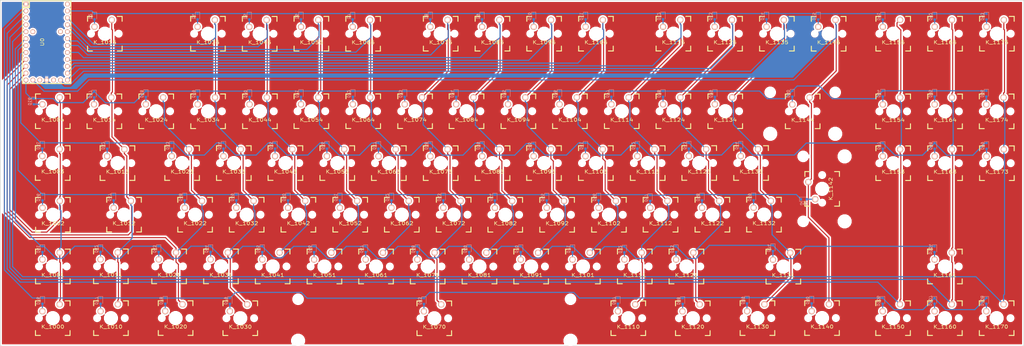
<source format=kicad_pcb>
(kicad_pcb (version 20171130) (host pcbnew "(5.0.0-rc2-dev-172-g17c0917da)")

  (general
    (thickness 1.6)
    (drawings 2002)
    (tracks 956)
    (zones 0)
    (modules 187)
    (nets 124)
  )

  (page A3)
  (layers
    (0 F.Cu signal)
    (31 B.Cu signal)
    (32 B.Adhes user)
    (33 F.Adhes user)
    (34 B.Paste user)
    (35 F.Paste user)
    (36 B.SilkS user)
    (37 F.SilkS user)
    (38 B.Mask user)
    (39 F.Mask user)
    (40 Dwgs.User user)
    (41 Cmts.User user)
    (42 Eco1.User user)
    (43 Eco2.User user)
    (44 Edge.Cuts user)
    (45 Margin user)
    (46 B.CrtYd user)
    (47 F.CrtYd user)
    (48 B.Fab user)
    (49 F.Fab user)
  )

  (setup
    (last_trace_width 0.4)
    (trace_clearance 0.6)
    (zone_clearance 0.508)
    (zone_45_only no)
    (trace_min 0.4)
    (segment_width 0.2)
    (edge_width 0.15)
    (via_size 0.8)
    (via_drill 0.4)
    (via_min_size 0.4)
    (via_min_drill 0.3)
    (uvia_size 0.3)
    (uvia_drill 0.1)
    (uvias_allowed no)
    (uvia_min_size 0.2)
    (uvia_min_drill 0.1)
    (pcb_text_width 0.3)
    (pcb_text_size 1.5 1.5)
    (mod_edge_width 0.15)
    (mod_text_size 1 1)
    (mod_text_width 0.15)
    (pad_size 1.524 1.524)
    (pad_drill 0.762)
    (pad_to_mask_clearance 0.2)
    (aux_axis_origin 0 0)
    (visible_elements FFFFFF7F)
    (pcbplotparams
      (layerselection 0x010fc_ffffffff)
      (usegerberextensions false)
      (usegerberattributes false)
      (usegerberadvancedattributes false)
      (creategerberjobfile false)
      (excludeedgelayer true)
      (linewidth 0.100000)
      (plotframeref false)
      (viasonmask false)
      (mode 1)
      (useauxorigin false)
      (hpglpennumber 1)
      (hpglpenspeed 20)
      (hpglpendiameter 15)
      (psnegative false)
      (psa4output false)
      (plotreference true)
      (plotvalue true)
      (plotinvisibletext false)
      (padsonsilk false)
      (subtractmaskfromsilk false)
      (outputformat 1)
      (mirror false)
      (drillshape 1)
      (scaleselection 1)
      (outputdirectory gerbers/))
  )

  (net 0 "")
  (net 1 /row0)
  (net 2 /row1)
  (net 3 /row2)
  (net 4 /row3)
  (net 5 /col1)
  (net 6 /col4)
  (net 7 /col5)
  (net 8 /col6)
  (net 9 /col7)
  (net 10 /col2)
  (net 11 /col3)
  (net 12 /col9)
  (net 13 "Net-(U0-Pad16)")
  (net 14 /col8)
  (net 15 /col10)
  (net 16 /col11)
  (net 17 /row4)
  (net 18 /row5)
  (net 19 /col0)
  (net 20 /col17)
  (net 21 /col16)
  (net 22 /col15)
  (net 23 /col14)
  (net 24 /col13)
  (net 25 "Net-(U0-Pad29)")
  (net 26 "Net-(U0-Pad30)")
  (net 27 /col12)
  (net 28 "Net-(D104-Pad2)")
  (net 29 "Net-(D31-Pad2)")
  (net 30 "Net-(D61-Pad2)")
  (net 31 "Net-(D92-Pad2)")
  (net 32 "Net-(D108-Pad2)")
  (net 33 "Net-(D96-Pad2)")
  (net 34 "Net-(D91-Pad2)")
  (net 35 "Net-(D99-Pad2)")
  (net 36 "Net-(D106-Pad2)")
  (net 37 "Net-(D94-Pad2)")
  (net 38 "Net-(D95-Pad2)")
  (net 39 "Net-(D90-Pad2)")
  (net 40 "Net-(D74-Pad2)")
  (net 41 "Net-(D88-Pad2)")
  (net 42 "Net-(D87-Pad2)")
  (net 43 "Net-(D83-Pad2)")
  (net 44 "Net-(D79-Pad2)")
  (net 45 "Net-(D78-Pad2)")
  (net 46 "Net-(D77-Pad2)")
  (net 47 "Net-(D18-Pad2)")
  (net 48 "Net-(D59-Pad2)")
  (net 49 "Net-(D73-Pad2)")
  (net 50 "Net-(D72-Pad2)")
  (net 51 "Net-(D71-Pad2)")
  (net 52 "Net-(D70-Pad2)")
  (net 53 "Net-(D69-Pad2)")
  (net 54 "Net-(D68-Pad2)")
  (net 55 "Net-(D67-Pad2)")
  (net 56 "Net-(D66-Pad2)")
  (net 57 "Net-(D65-Pad2)")
  (net 58 "Net-(D64-Pad2)")
  (net 59 "Net-(D63-Pad2)")
  (net 60 "Net-(D62-Pad2)")
  (net 61 "Net-(D45-Pad2)")
  (net 62 "Net-(D58-Pad2)")
  (net 63 "Net-(D57-Pad2)")
  (net 64 "Net-(D56-Pad2)")
  (net 65 "Net-(D55-Pad2)")
  (net 66 "Net-(D54-Pad2)")
  (net 67 "Net-(D53-Pad2)")
  (net 68 "Net-(D52-Pad2)")
  (net 69 "Net-(D51-Pad2)")
  (net 70 "Net-(D50-Pad2)")
  (net 71 "Net-(D49-Pad2)")
  (net 72 "Net-(D48-Pad2)")
  (net 73 "Net-(D47-Pad2)")
  (net 74 "Net-(D30-Pad2)")
  (net 75 "Net-(D43-Pad2)")
  (net 76 "Net-(D42-Pad2)")
  (net 77 "Net-(D41-Pad2)")
  (net 78 "Net-(D40-Pad2)")
  (net 79 "Net-(D39-Pad2)")
  (net 80 "Net-(D38-Pad2)")
  (net 81 "Net-(D37-Pad2)")
  (net 82 "Net-(D36-Pad2)")
  (net 83 "Net-(D35-Pad2)")
  (net 84 "Net-(D34-Pad2)")
  (net 85 "Net-(D33-Pad2)")
  (net 86 "Net-(D32-Pad2)")
  (net 87 "Net-(D15-Pad2)")
  (net 88 "Net-(D29-Pad2)")
  (net 89 "Net-(D28-Pad2)")
  (net 90 "Net-(D27-Pad2)")
  (net 91 "Net-(D26-Pad2)")
  (net 92 "Net-(D25-Pad2)")
  (net 93 "Net-(D24-Pad2)")
  (net 94 "Net-(D23-Pad2)")
  (net 95 "Net-(D22-Pad2)")
  (net 96 "Net-(D21-Pad2)")
  (net 97 "Net-(D20-Pad2)")
  (net 98 "Net-(D19-Pad2)")
  (net 99 "Net-(D44-Pad2)")
  (net 100 "Net-(D89-Pad2)")
  (net 101 "Net-(D14-Pad2)")
  (net 102 "Net-(D13-Pad2)")
  (net 103 "Net-(D12-Pad2)")
  (net 104 "Net-(D11-Pad2)")
  (net 105 "Net-(D10-Pad2)")
  (net 106 "Net-(D9-Pad2)")
  (net 107 "Net-(D8-Pad2)")
  (net 108 "Net-(D7-Pad2)")
  (net 109 "Net-(D6-Pad2)")
  (net 110 "Net-(D5-Pad2)")
  (net 111 "Net-(D4-Pad2)")
  (net 112 "Net-(D17-Pad2)")
  (net 113 "Net-(D2-Pad2)")
  (net 114 "Net-(D93-Pad2)")
  (net 115 "Net-(D46-Pad2)")
  (net 116 "Net-(D97-Pad2)")
  (net 117 "Net-(D107-Pad2)")
  (net 118 "Net-(D98-Pad2)")
  (net 119 "Net-(D76-Pad2)")
  (net 120 GND)
  (net 121 VCC)
  (net 122 "Net-(U0-Pad31)")
  (net 123 "Net-(D16-Pad2)")

  (net_class Default "This is the default net class."
    (clearance 0.6)
    (trace_width 0.4)
    (via_dia 0.8)
    (via_drill 0.4)
    (uvia_dia 0.3)
    (uvia_drill 0.1)
    (diff_pair_gap 0.25)
    (diff_pair_width 0.4)
    (add_net /col0)
    (add_net /col1)
    (add_net /col10)
    (add_net /col11)
    (add_net /col12)
    (add_net /col13)
    (add_net /col14)
    (add_net /col15)
    (add_net /col16)
    (add_net /col17)
    (add_net /col2)
    (add_net /col3)
    (add_net /col4)
    (add_net /col5)
    (add_net /col6)
    (add_net /col7)
    (add_net /col8)
    (add_net /col9)
    (add_net /row0)
    (add_net /row1)
    (add_net /row2)
    (add_net /row3)
    (add_net /row4)
    (add_net /row5)
    (add_net GND)
    (add_net "Net-(D10-Pad2)")
    (add_net "Net-(D104-Pad2)")
    (add_net "Net-(D106-Pad2)")
    (add_net "Net-(D107-Pad2)")
    (add_net "Net-(D108-Pad2)")
    (add_net "Net-(D11-Pad2)")
    (add_net "Net-(D12-Pad2)")
    (add_net "Net-(D13-Pad2)")
    (add_net "Net-(D14-Pad2)")
    (add_net "Net-(D15-Pad2)")
    (add_net "Net-(D16-Pad2)")
    (add_net "Net-(D17-Pad2)")
    (add_net "Net-(D18-Pad2)")
    (add_net "Net-(D19-Pad2)")
    (add_net "Net-(D2-Pad2)")
    (add_net "Net-(D20-Pad2)")
    (add_net "Net-(D21-Pad2)")
    (add_net "Net-(D22-Pad2)")
    (add_net "Net-(D23-Pad2)")
    (add_net "Net-(D24-Pad2)")
    (add_net "Net-(D25-Pad2)")
    (add_net "Net-(D26-Pad2)")
    (add_net "Net-(D27-Pad2)")
    (add_net "Net-(D28-Pad2)")
    (add_net "Net-(D29-Pad2)")
    (add_net "Net-(D30-Pad2)")
    (add_net "Net-(D31-Pad2)")
    (add_net "Net-(D32-Pad2)")
    (add_net "Net-(D33-Pad2)")
    (add_net "Net-(D34-Pad2)")
    (add_net "Net-(D35-Pad2)")
    (add_net "Net-(D36-Pad2)")
    (add_net "Net-(D37-Pad2)")
    (add_net "Net-(D38-Pad2)")
    (add_net "Net-(D39-Pad2)")
    (add_net "Net-(D4-Pad2)")
    (add_net "Net-(D40-Pad2)")
    (add_net "Net-(D41-Pad2)")
    (add_net "Net-(D42-Pad2)")
    (add_net "Net-(D43-Pad2)")
    (add_net "Net-(D44-Pad2)")
    (add_net "Net-(D45-Pad2)")
    (add_net "Net-(D46-Pad2)")
    (add_net "Net-(D47-Pad2)")
    (add_net "Net-(D48-Pad2)")
    (add_net "Net-(D49-Pad2)")
    (add_net "Net-(D5-Pad2)")
    (add_net "Net-(D50-Pad2)")
    (add_net "Net-(D51-Pad2)")
    (add_net "Net-(D52-Pad2)")
    (add_net "Net-(D53-Pad2)")
    (add_net "Net-(D54-Pad2)")
    (add_net "Net-(D55-Pad2)")
    (add_net "Net-(D56-Pad2)")
    (add_net "Net-(D57-Pad2)")
    (add_net "Net-(D58-Pad2)")
    (add_net "Net-(D59-Pad2)")
    (add_net "Net-(D6-Pad2)")
    (add_net "Net-(D61-Pad2)")
    (add_net "Net-(D62-Pad2)")
    (add_net "Net-(D63-Pad2)")
    (add_net "Net-(D64-Pad2)")
    (add_net "Net-(D65-Pad2)")
    (add_net "Net-(D66-Pad2)")
    (add_net "Net-(D67-Pad2)")
    (add_net "Net-(D68-Pad2)")
    (add_net "Net-(D69-Pad2)")
    (add_net "Net-(D7-Pad2)")
    (add_net "Net-(D70-Pad2)")
    (add_net "Net-(D71-Pad2)")
    (add_net "Net-(D72-Pad2)")
    (add_net "Net-(D73-Pad2)")
    (add_net "Net-(D74-Pad2)")
    (add_net "Net-(D76-Pad2)")
    (add_net "Net-(D77-Pad2)")
    (add_net "Net-(D78-Pad2)")
    (add_net "Net-(D79-Pad2)")
    (add_net "Net-(D8-Pad2)")
    (add_net "Net-(D83-Pad2)")
    (add_net "Net-(D87-Pad2)")
    (add_net "Net-(D88-Pad2)")
    (add_net "Net-(D89-Pad2)")
    (add_net "Net-(D9-Pad2)")
    (add_net "Net-(D90-Pad2)")
    (add_net "Net-(D91-Pad2)")
    (add_net "Net-(D92-Pad2)")
    (add_net "Net-(D93-Pad2)")
    (add_net "Net-(D94-Pad2)")
    (add_net "Net-(D95-Pad2)")
    (add_net "Net-(D96-Pad2)")
    (add_net "Net-(D97-Pad2)")
    (add_net "Net-(D98-Pad2)")
    (add_net "Net-(D99-Pad2)")
    (add_net "Net-(U0-Pad16)")
    (add_net "Net-(U0-Pad29)")
    (add_net "Net-(U0-Pad30)")
    (add_net "Net-(U0-Pad31)")
    (add_net VCC)
  )

  (module Keyboard:CHERRY_PCB_100H (layer F.Cu) (tedit 549A0505) (tstamp 5AADC981)
    (at 41.299201 56.749201)
    (path /5AAC834A)
    (fp_text reference K_1004 (at 0 3.175) (layer F.SilkS)
      (effects (font (size 1.27 1.524) (thickness 0.2032)))
    )
    (fp_text value KEYSW (at 0 5.08) (layer F.SilkS) hide
      (effects (font (size 1.27 1.524) (thickness 0.2032)))
    )
    (fp_line (start -6.985 6.985) (end -6.985 -6.985) (layer Eco2.User) (width 0.1524))
    (fp_line (start 6.985 6.985) (end -6.985 6.985) (layer Eco2.User) (width 0.1524))
    (fp_line (start 6.985 -6.985) (end 6.985 6.985) (layer Eco2.User) (width 0.1524))
    (fp_line (start -6.985 -6.985) (end 6.985 -6.985) (layer Eco2.User) (width 0.1524))
    (fp_line (start -6.35 -4.572) (end -6.35 -6.35) (layer F.SilkS) (width 0.381))
    (fp_line (start -6.35 6.35) (end -6.35 4.572) (layer F.SilkS) (width 0.381))
    (fp_line (start -4.572 6.35) (end -6.35 6.35) (layer F.SilkS) (width 0.381))
    (fp_line (start 6.35 6.35) (end 4.572 6.35) (layer F.SilkS) (width 0.381))
    (fp_line (start 6.35 4.572) (end 6.35 6.35) (layer F.SilkS) (width 0.381))
    (fp_line (start 6.35 -6.35) (end 6.35 -4.572) (layer F.SilkS) (width 0.381))
    (fp_line (start 4.572 -6.35) (end 6.35 -6.35) (layer F.SilkS) (width 0.381))
    (fp_line (start -6.35 -6.35) (end -4.572 -6.35) (layer F.SilkS) (width 0.381))
    (fp_line (start -9.398 9.398) (end -9.398 -9.398) (layer Dwgs.User) (width 0.1524))
    (fp_line (start 9.398 9.398) (end -9.398 9.398) (layer Dwgs.User) (width 0.1524))
    (fp_line (start 9.398 -9.398) (end 9.398 9.398) (layer Dwgs.User) (width 0.1524))
    (fp_line (start -9.398 -9.398) (end 9.398 -9.398) (layer Dwgs.User) (width 0.1524))
    (fp_line (start -6.35 6.35) (end -6.35 -6.35) (layer Cmts.User) (width 0.1524))
    (fp_line (start 6.35 6.35) (end -6.35 6.35) (layer Cmts.User) (width 0.1524))
    (fp_line (start 6.35 -6.35) (end 6.35 6.35) (layer Cmts.User) (width 0.1524))
    (fp_line (start -6.35 -6.35) (end 6.35 -6.35) (layer Cmts.User) (width 0.1524))
    (fp_text user 1.00u (at -5.715 8.255) (layer Dwgs.User)
      (effects (font (size 1.524 1.524) (thickness 0.3048)))
    )
    (pad HOLE np_thru_hole circle (at 5.08 0) (size 1.7018 1.7018) (drill 1.7018) (layers *.Cu))
    (pad HOLE np_thru_hole circle (at -5.08 0) (size 1.7018 1.7018) (drill 1.7018) (layers *.Cu))
    (pad HOLE np_thru_hole circle (at 0 0) (size 3.9878 3.9878) (drill 3.9878) (layers *.Cu))
    (pad 2 thru_hole circle (at -3.81 -2.54) (size 2.286 2.286) (drill 1.4986) (layers *.Cu *.SilkS *.Mask)
      (net 123 "Net-(D16-Pad2)"))
    (pad 1 thru_hole circle (at 2.54 -5.08) (size 2.286 2.286) (drill 1.4986) (layers *.Cu *.SilkS *.Mask)
      (net 19 /col0))
  )

  (module Keyboard:CHERRY_PCB_100H (layer F.Cu) (tedit 549A0505) (tstamp 5AA7CF23)
    (at 236.05 113.805)
    (path /5AA9D0C8)
    (fp_text reference K_1101 (at 0 3.175) (layer F.SilkS)
      (effects (font (size 1.27 1.524) (thickness 0.2032)))
    )
    (fp_text value KEYSW (at 0 5.08) (layer F.SilkS) hide
      (effects (font (size 1.27 1.524) (thickness 0.2032)))
    )
    (fp_text user 1.00u (at -5.715 8.255) (layer Dwgs.User)
      (effects (font (size 1.524 1.524) (thickness 0.3048)))
    )
    (fp_line (start -6.35 -6.35) (end 6.35 -6.35) (layer Cmts.User) (width 0.1524))
    (fp_line (start 6.35 -6.35) (end 6.35 6.35) (layer Cmts.User) (width 0.1524))
    (fp_line (start 6.35 6.35) (end -6.35 6.35) (layer Cmts.User) (width 0.1524))
    (fp_line (start -6.35 6.35) (end -6.35 -6.35) (layer Cmts.User) (width 0.1524))
    (fp_line (start -9.398 -9.398) (end 9.398 -9.398) (layer Dwgs.User) (width 0.1524))
    (fp_line (start 9.398 -9.398) (end 9.398 9.398) (layer Dwgs.User) (width 0.1524))
    (fp_line (start 9.398 9.398) (end -9.398 9.398) (layer Dwgs.User) (width 0.1524))
    (fp_line (start -9.398 9.398) (end -9.398 -9.398) (layer Dwgs.User) (width 0.1524))
    (fp_line (start -6.35 -6.35) (end -4.572 -6.35) (layer F.SilkS) (width 0.381))
    (fp_line (start 4.572 -6.35) (end 6.35 -6.35) (layer F.SilkS) (width 0.381))
    (fp_line (start 6.35 -6.35) (end 6.35 -4.572) (layer F.SilkS) (width 0.381))
    (fp_line (start 6.35 4.572) (end 6.35 6.35) (layer F.SilkS) (width 0.381))
    (fp_line (start 6.35 6.35) (end 4.572 6.35) (layer F.SilkS) (width 0.381))
    (fp_line (start -4.572 6.35) (end -6.35 6.35) (layer F.SilkS) (width 0.381))
    (fp_line (start -6.35 6.35) (end -6.35 4.572) (layer F.SilkS) (width 0.381))
    (fp_line (start -6.35 -4.572) (end -6.35 -6.35) (layer F.SilkS) (width 0.381))
    (fp_line (start -6.985 -6.985) (end 6.985 -6.985) (layer Eco2.User) (width 0.1524))
    (fp_line (start 6.985 -6.985) (end 6.985 6.985) (layer Eco2.User) (width 0.1524))
    (fp_line (start 6.985 6.985) (end -6.985 6.985) (layer Eco2.User) (width 0.1524))
    (fp_line (start -6.985 6.985) (end -6.985 -6.985) (layer Eco2.User) (width 0.1524))
    (pad 1 thru_hole circle (at 2.54 -5.08) (size 2.286 2.286) (drill 1.4986) (layers *.Cu *.SilkS *.Mask)
      (net 15 /col10))
    (pad 2 thru_hole circle (at -3.81 -2.54) (size 2.286 2.286) (drill 1.4986) (layers *.Cu *.SilkS *.Mask)
      (net 51 "Net-(D71-Pad2)"))
    (pad HOLE np_thru_hole circle (at 0 0) (size 3.9878 3.9878) (drill 3.9878) (layers *.Cu))
    (pad HOLE np_thru_hole circle (at -5.08 0) (size 1.7018 1.7018) (drill 1.7018) (layers *.Cu))
    (pad HOLE np_thru_hole circle (at 5.08 0) (size 1.7018 1.7018) (drill 1.7018) (layers *.Cu))
  )

  (module Diodes_SMD:D_0805 (layer B.Cu) (tedit 590CE9A4) (tstamp 5AADD805)
    (at 34.36 53.15 270.0285)
    (descr "Diode SMD in 0805 package http://datasheets.avx.com/schottky.pdf")
    (tags "smd diode")
    (path /5AAC8351)
    (attr smd)
    (fp_text reference D16 (at 0 1.6 270.0285) (layer B.SilkS)
      (effects (font (size 1 1) (thickness 0.15)) (justify mirror))
    )
    (fp_text value D (at 0 -1.7 270.0285) (layer B.Fab)
      (effects (font (size 1 1) (thickness 0.15)) (justify mirror))
    )
    (fp_line (start -1.6 0.8) (end 1 0.8) (layer B.SilkS) (width 0.12))
    (fp_line (start -1.6 -0.8) (end 1 -0.8) (layer B.SilkS) (width 0.12))
    (fp_line (start -1 0.65) (end 1 0.65) (layer B.Fab) (width 0.1))
    (fp_line (start 1 0.65) (end 1 -0.65) (layer B.Fab) (width 0.1))
    (fp_line (start 1 -0.65) (end -1 -0.65) (layer B.Fab) (width 0.1))
    (fp_line (start -1 -0.65) (end -1 0.65) (layer B.Fab) (width 0.1))
    (fp_line (start 0.2 0.2) (end -0.1 0) (layer B.Fab) (width 0.1))
    (fp_line (start -0.1 0) (end 0.2 -0.2) (layer B.Fab) (width 0.1))
    (fp_line (start 0.2 -0.2) (end 0.2 0.2) (layer B.Fab) (width 0.1))
    (fp_line (start -0.1 0.2) (end -0.1 -0.2) (layer B.Fab) (width 0.1))
    (fp_line (start -0.1 0) (end -0.3 0) (layer B.Fab) (width 0.1))
    (fp_line (start 0.2 0) (end 0.4 0) (layer B.Fab) (width 0.1))
    (fp_line (start -1.7 0.88) (end 1.7 0.88) (layer B.CrtYd) (width 0.05))
    (fp_line (start 1.7 0.88) (end 1.7 -0.88) (layer B.CrtYd) (width 0.05))
    (fp_line (start 1.7 -0.88) (end -1.7 -0.88) (layer B.CrtYd) (width 0.05))
    (fp_line (start -1.7 -0.88) (end -1.7 0.88) (layer B.CrtYd) (width 0.05))
    (fp_line (start -1.6 0.8) (end -1.6 -0.8) (layer B.SilkS) (width 0.12))
    (fp_text user %R (at 0 1.6 270.0285) (layer B.Fab)
      (effects (font (size 1 1) (thickness 0.15)) (justify mirror))
    )
    (pad 2 smd rect (at 1.05 0 270.0285) (size 0.8 0.9) (layers B.Cu B.Paste B.Mask)
      (net 123 "Net-(D16-Pad2)"))
    (pad 1 smd rect (at -1.05 0 270.0285) (size 0.8 0.9) (layers B.Cu B.Paste B.Mask)
      (net 17 /row4))
    (model ${KISYS3DMOD}/Diodes_SMD.3dshapes/D_0805.wrl
      (at (xyz 0 0 0))
      (scale (xyz 1 1 1))
      (rotate (xyz 0 0 0))
    )
  )

  (module Keyboard:CHERRY_PCB_100H (layer F.Cu) (tedit 549A0505) (tstamp 5AA795EA)
    (at 60.42 28.28)
    (path /5AA5DAC7)
    (fp_text reference K_1015 (at 0 3.175) (layer F.SilkS)
      (effects (font (size 1.27 1.524) (thickness 0.2032)))
    )
    (fp_text value KEYSW (at 0 5.08) (layer F.SilkS) hide
      (effects (font (size 1.27 1.524) (thickness 0.2032)))
    )
    (fp_text user 1.00u (at -5.715 8.255) (layer Dwgs.User)
      (effects (font (size 1.524 1.524) (thickness 0.3048)))
    )
    (fp_line (start -6.35 -6.35) (end 6.35 -6.35) (layer Cmts.User) (width 0.1524))
    (fp_line (start 6.35 -6.35) (end 6.35 6.35) (layer Cmts.User) (width 0.1524))
    (fp_line (start 6.35 6.35) (end -6.35 6.35) (layer Cmts.User) (width 0.1524))
    (fp_line (start -6.35 6.35) (end -6.35 -6.35) (layer Cmts.User) (width 0.1524))
    (fp_line (start -9.398 -9.398) (end 9.398 -9.398) (layer Dwgs.User) (width 0.1524))
    (fp_line (start 9.398 -9.398) (end 9.398 9.398) (layer Dwgs.User) (width 0.1524))
    (fp_line (start 9.398 9.398) (end -9.398 9.398) (layer Dwgs.User) (width 0.1524))
    (fp_line (start -9.398 9.398) (end -9.398 -9.398) (layer Dwgs.User) (width 0.1524))
    (fp_line (start -6.35 -6.35) (end -4.572 -6.35) (layer F.SilkS) (width 0.381))
    (fp_line (start 4.572 -6.35) (end 6.35 -6.35) (layer F.SilkS) (width 0.381))
    (fp_line (start 6.35 -6.35) (end 6.35 -4.572) (layer F.SilkS) (width 0.381))
    (fp_line (start 6.35 4.572) (end 6.35 6.35) (layer F.SilkS) (width 0.381))
    (fp_line (start 6.35 6.35) (end 4.572 6.35) (layer F.SilkS) (width 0.381))
    (fp_line (start -4.572 6.35) (end -6.35 6.35) (layer F.SilkS) (width 0.381))
    (fp_line (start -6.35 6.35) (end -6.35 4.572) (layer F.SilkS) (width 0.381))
    (fp_line (start -6.35 -4.572) (end -6.35 -6.35) (layer F.SilkS) (width 0.381))
    (fp_line (start -6.985 -6.985) (end 6.985 -6.985) (layer Eco2.User) (width 0.1524))
    (fp_line (start 6.985 -6.985) (end 6.985 6.985) (layer Eco2.User) (width 0.1524))
    (fp_line (start 6.985 6.985) (end -6.985 6.985) (layer Eco2.User) (width 0.1524))
    (fp_line (start -6.985 6.985) (end -6.985 -6.985) (layer Eco2.User) (width 0.1524))
    (pad 1 thru_hole circle (at 2.54 -5.08) (size 2.286 2.286) (drill 1.4986) (layers *.Cu *.SilkS *.Mask)
      (net 5 /col1))
    (pad 2 thru_hole circle (at -3.81 -2.54) (size 2.286 2.286) (drill 1.4986) (layers *.Cu *.SilkS *.Mask)
      (net 113 "Net-(D2-Pad2)"))
    (pad HOLE np_thru_hole circle (at 0 0) (size 3.9878 3.9878) (drill 3.9878) (layers *.Cu))
    (pad HOLE np_thru_hole circle (at -5.08 0) (size 1.7018 1.7018) (drill 1.7018) (layers *.Cu))
    (pad HOLE np_thru_hole circle (at 5.08 0) (size 1.7018 1.7018) (drill 1.7018) (layers *.Cu))
  )

  (module Keyboard:CHERRY_PCB_100H (layer F.Cu) (tedit 549A0505) (tstamp 5AA792A2)
    (at 164.755 75.83)
    (path /5AA9CEDC)
    (fp_text reference K_1063 (at 0 3.175) (layer F.SilkS)
      (effects (font (size 1.27 1.524) (thickness 0.2032)))
    )
    (fp_text value KEYSW (at 0 5.08) (layer F.SilkS) hide
      (effects (font (size 1.27 1.524) (thickness 0.2032)))
    )
    (fp_text user 1.00u (at -5.715 8.255) (layer Dwgs.User)
      (effects (font (size 1.524 1.524) (thickness 0.3048)))
    )
    (fp_line (start -6.35 -6.35) (end 6.35 -6.35) (layer Cmts.User) (width 0.1524))
    (fp_line (start 6.35 -6.35) (end 6.35 6.35) (layer Cmts.User) (width 0.1524))
    (fp_line (start 6.35 6.35) (end -6.35 6.35) (layer Cmts.User) (width 0.1524))
    (fp_line (start -6.35 6.35) (end -6.35 -6.35) (layer Cmts.User) (width 0.1524))
    (fp_line (start -9.398 -9.398) (end 9.398 -9.398) (layer Dwgs.User) (width 0.1524))
    (fp_line (start 9.398 -9.398) (end 9.398 9.398) (layer Dwgs.User) (width 0.1524))
    (fp_line (start 9.398 9.398) (end -9.398 9.398) (layer Dwgs.User) (width 0.1524))
    (fp_line (start -9.398 9.398) (end -9.398 -9.398) (layer Dwgs.User) (width 0.1524))
    (fp_line (start -6.35 -6.35) (end -4.572 -6.35) (layer F.SilkS) (width 0.381))
    (fp_line (start 4.572 -6.35) (end 6.35 -6.35) (layer F.SilkS) (width 0.381))
    (fp_line (start 6.35 -6.35) (end 6.35 -4.572) (layer F.SilkS) (width 0.381))
    (fp_line (start 6.35 4.572) (end 6.35 6.35) (layer F.SilkS) (width 0.381))
    (fp_line (start 6.35 6.35) (end 4.572 6.35) (layer F.SilkS) (width 0.381))
    (fp_line (start -4.572 6.35) (end -6.35 6.35) (layer F.SilkS) (width 0.381))
    (fp_line (start -6.35 6.35) (end -6.35 4.572) (layer F.SilkS) (width 0.381))
    (fp_line (start -6.35 -4.572) (end -6.35 -6.35) (layer F.SilkS) (width 0.381))
    (fp_line (start -6.985 -6.985) (end 6.985 -6.985) (layer Eco2.User) (width 0.1524))
    (fp_line (start 6.985 -6.985) (end 6.985 6.985) (layer Eco2.User) (width 0.1524))
    (fp_line (start 6.985 6.985) (end -6.985 6.985) (layer Eco2.User) (width 0.1524))
    (fp_line (start -6.985 6.985) (end -6.985 -6.985) (layer Eco2.User) (width 0.1524))
    (pad 1 thru_hole circle (at 2.54 -5.08) (size 2.286 2.286) (drill 1.4986) (layers *.Cu *.SilkS *.Mask)
      (net 8 /col6))
    (pad 2 thru_hole circle (at -3.81 -2.54) (size 2.286 2.286) (drill 1.4986) (layers *.Cu *.SilkS *.Mask)
      (net 81 "Net-(D37-Pad2)"))
    (pad HOLE np_thru_hole circle (at 0 0) (size 3.9878 3.9878) (drill 3.9878) (layers *.Cu))
    (pad HOLE np_thru_hole circle (at -5.08 0) (size 1.7018 1.7018) (drill 1.7018) (layers *.Cu))
    (pad HOLE np_thru_hole circle (at 5.08 0) (size 1.7018 1.7018) (drill 1.7018) (layers *.Cu))
  )

  (module Keyboard:CHERRY_PCB_100H (layer F.Cu) (tedit 549A0505) (tstamp 5AA791B2)
    (at 183.795 28.28)
    (path /5AA9CF2A)
    (fp_text reference K_1075 (at 0 3.175) (layer F.SilkS)
      (effects (font (size 1.27 1.524) (thickness 0.2032)))
    )
    (fp_text value KEYSW (at 0 5.08) (layer F.SilkS) hide
      (effects (font (size 1.27 1.524) (thickness 0.2032)))
    )
    (fp_text user 1.00u (at -5.715 8.255) (layer Dwgs.User)
      (effects (font (size 1.524 1.524) (thickness 0.3048)))
    )
    (fp_line (start -6.35 -6.35) (end 6.35 -6.35) (layer Cmts.User) (width 0.1524))
    (fp_line (start 6.35 -6.35) (end 6.35 6.35) (layer Cmts.User) (width 0.1524))
    (fp_line (start 6.35 6.35) (end -6.35 6.35) (layer Cmts.User) (width 0.1524))
    (fp_line (start -6.35 6.35) (end -6.35 -6.35) (layer Cmts.User) (width 0.1524))
    (fp_line (start -9.398 -9.398) (end 9.398 -9.398) (layer Dwgs.User) (width 0.1524))
    (fp_line (start 9.398 -9.398) (end 9.398 9.398) (layer Dwgs.User) (width 0.1524))
    (fp_line (start 9.398 9.398) (end -9.398 9.398) (layer Dwgs.User) (width 0.1524))
    (fp_line (start -9.398 9.398) (end -9.398 -9.398) (layer Dwgs.User) (width 0.1524))
    (fp_line (start -6.35 -6.35) (end -4.572 -6.35) (layer F.SilkS) (width 0.381))
    (fp_line (start 4.572 -6.35) (end 6.35 -6.35) (layer F.SilkS) (width 0.381))
    (fp_line (start 6.35 -6.35) (end 6.35 -4.572) (layer F.SilkS) (width 0.381))
    (fp_line (start 6.35 4.572) (end 6.35 6.35) (layer F.SilkS) (width 0.381))
    (fp_line (start 6.35 6.35) (end 4.572 6.35) (layer F.SilkS) (width 0.381))
    (fp_line (start -4.572 6.35) (end -6.35 6.35) (layer F.SilkS) (width 0.381))
    (fp_line (start -6.35 6.35) (end -6.35 4.572) (layer F.SilkS) (width 0.381))
    (fp_line (start -6.35 -4.572) (end -6.35 -6.35) (layer F.SilkS) (width 0.381))
    (fp_line (start -6.985 -6.985) (end 6.985 -6.985) (layer Eco2.User) (width 0.1524))
    (fp_line (start 6.985 -6.985) (end 6.985 6.985) (layer Eco2.User) (width 0.1524))
    (fp_line (start 6.985 6.985) (end -6.985 6.985) (layer Eco2.User) (width 0.1524))
    (fp_line (start -6.985 6.985) (end -6.985 -6.985) (layer Eco2.User) (width 0.1524))
    (pad 1 thru_hole circle (at 2.54 -5.08) (size 2.286 2.286) (drill 1.4986) (layers *.Cu *.SilkS *.Mask)
      (net 9 /col7))
    (pad 2 thru_hole circle (at -3.81 -2.54) (size 2.286 2.286) (drill 1.4986) (layers *.Cu *.SilkS *.Mask)
      (net 107 "Net-(D8-Pad2)"))
    (pad HOLE np_thru_hole circle (at 0 0) (size 3.9878 3.9878) (drill 3.9878) (layers *.Cu))
    (pad HOLE np_thru_hole circle (at -5.08 0) (size 1.7018 1.7018) (drill 1.7018) (layers *.Cu))
    (pad HOLE np_thru_hole circle (at 5.08 0) (size 1.7018 1.7018) (drill 1.7018) (layers *.Cu))
  )

  (module Keyboard:CHERRY_PCB_200V (layer F.Cu) (tedit 4FDE2A7B) (tstamp 5AAC7651)
    (at 323.95 85.285)
    (path /5ABB81DD)
    (fp_text reference K_1142 (at 3.175 0 90) (layer F.SilkS)
      (effects (font (size 1.27 1.524) (thickness 0.2032)))
    )
    (fp_text value KEYSW (at 0 5.08 90) (layer F.SilkS) hide
      (effects (font (size 1.27 1.524) (thickness 0.2032)))
    )
    (fp_line (start 10.16 -15.367) (end -7.62 -15.367) (layer Cmts.User) (width 0.1524))
    (fp_line (start 10.16 15.367) (end 10.16 -15.367) (layer Cmts.User) (width 0.1524))
    (fp_line (start -7.62 15.367) (end 10.16 15.367) (layer Cmts.User) (width 0.1524))
    (fp_line (start -7.62 8.509) (end -7.62 15.367) (layer Cmts.User) (width 0.1524))
    (fp_line (start 7.62 8.509) (end -7.62 8.509) (layer Cmts.User) (width 0.1524))
    (fp_line (start 7.62 -8.509) (end 7.62 8.509) (layer Cmts.User) (width 0.1524))
    (fp_line (start -7.62 -8.509) (end 7.62 -8.509) (layer Cmts.User) (width 0.1524))
    (fp_line (start -7.62 -15.367) (end -7.62 -8.509) (layer Cmts.User) (width 0.1524))
    (fp_line (start -4.8768 6.985) (end -6.985 6.985) (layer Eco2.User) (width 0.1524))
    (fp_line (start -4.8768 8.6106) (end -4.8768 6.985) (layer Eco2.User) (width 0.1524))
    (fp_line (start -5.6896 8.6106) (end -4.8768 8.6106) (layer Eco2.User) (width 0.1524))
    (fp_line (start -5.6896 15.2654) (end -5.6896 8.6106) (layer Eco2.User) (width 0.1524))
    (fp_line (start -2.286 15.2654) (end -5.6896 15.2654) (layer Eco2.User) (width 0.1524))
    (fp_line (start -2.286 16.129) (end -2.286 15.2654) (layer Eco2.User) (width 0.1524))
    (fp_line (start 0.508 16.129) (end -2.286 16.129) (layer Eco2.User) (width 0.1524))
    (fp_line (start 0.508 15.2654) (end 0.508 16.129) (layer Eco2.User) (width 0.1524))
    (fp_line (start 6.604 15.2654) (end 0.508 15.2654) (layer Eco2.User) (width 0.1524))
    (fp_line (start 6.604 14.224) (end 6.604 15.2654) (layer Eco2.User) (width 0.1524))
    (fp_line (start 7.7724 14.224) (end 6.604 14.224) (layer Eco2.User) (width 0.1524))
    (fp_line (start 7.7724 9.652) (end 7.7724 14.224) (layer Eco2.User) (width 0.1524))
    (fp_line (start 6.604 9.652) (end 7.7724 9.652) (layer Eco2.User) (width 0.1524))
    (fp_line (start 6.604 8.6106) (end 6.604 9.652) (layer Eco2.User) (width 0.1524))
    (fp_line (start 5.8166 8.6106) (end 6.604 8.6106) (layer Eco2.User) (width 0.1524))
    (fp_line (start 5.8166 6.985) (end 5.8166 8.6106) (layer Eco2.User) (width 0.1524))
    (fp_line (start 6.985 6.985) (end 5.8166 6.985) (layer Eco2.User) (width 0.1524))
    (fp_line (start 6.985 -6.985) (end 6.985 6.985) (layer Eco2.User) (width 0.1524))
    (fp_line (start 5.8166 -6.985) (end 6.985 -6.985) (layer Eco2.User) (width 0.1524))
    (fp_line (start 5.8166 -8.6106) (end 5.8166 -6.985) (layer Eco2.User) (width 0.1524))
    (fp_line (start 6.604 -8.6106) (end 5.8166 -8.6106) (layer Eco2.User) (width 0.1524))
    (fp_line (start 6.604 -9.652) (end 6.604 -8.6106) (layer Eco2.User) (width 0.1524))
    (fp_line (start 7.7724 -9.652) (end 6.604 -9.652) (layer Eco2.User) (width 0.1524))
    (fp_line (start 7.7724 -14.224) (end 7.7724 -9.652) (layer Eco2.User) (width 0.1524))
    (fp_line (start 6.604 -14.224) (end 7.7724 -14.224) (layer Eco2.User) (width 0.1524))
    (fp_line (start 6.604 -15.2654) (end 6.604 -14.224) (layer Eco2.User) (width 0.1524))
    (fp_line (start 0.508 -15.2654) (end 6.604 -15.2654) (layer Eco2.User) (width 0.1524))
    (fp_line (start 0.508 -16.129) (end 0.508 -15.2654) (layer Eco2.User) (width 0.1524))
    (fp_line (start -2.286 -16.129) (end 0.508 -16.129) (layer Eco2.User) (width 0.1524))
    (fp_line (start -2.286 -15.2654) (end -2.286 -16.129) (layer Eco2.User) (width 0.1524))
    (fp_line (start -5.6896 -15.2654) (end -2.286 -15.2654) (layer Eco2.User) (width 0.1524))
    (fp_line (start -5.6896 -8.6106) (end -5.6896 -15.2654) (layer Eco2.User) (width 0.1524))
    (fp_line (start -4.8768 -8.6106) (end -5.6896 -8.6106) (layer Eco2.User) (width 0.1524))
    (fp_line (start -4.8768 -6.985) (end -4.8768 -8.6106) (layer Eco2.User) (width 0.1524))
    (fp_line (start -6.985 -6.985) (end -4.8768 -6.985) (layer Eco2.User) (width 0.1524))
    (fp_line (start -6.985 6.985) (end -6.985 -6.985) (layer Eco2.User) (width 0.1524))
    (fp_line (start -6.35 -4.572) (end -6.35 -6.35) (layer F.SilkS) (width 0.381))
    (fp_line (start -6.35 6.35) (end -6.35 4.572) (layer F.SilkS) (width 0.381))
    (fp_line (start -4.572 6.35) (end -6.35 6.35) (layer F.SilkS) (width 0.381))
    (fp_line (start 6.35 6.35) (end 4.572 6.35) (layer F.SilkS) (width 0.381))
    (fp_line (start 6.35 4.572) (end 6.35 6.35) (layer F.SilkS) (width 0.381))
    (fp_line (start 6.35 -6.35) (end 6.35 -4.572) (layer F.SilkS) (width 0.381))
    (fp_line (start 4.572 -6.35) (end 6.35 -6.35) (layer F.SilkS) (width 0.381))
    (fp_line (start -6.35 -6.35) (end -4.572 -6.35) (layer F.SilkS) (width 0.381))
    (fp_line (start 9.398 18.923) (end -9.398 18.923) (layer Dwgs.User) (width 0.1524))
    (fp_line (start 9.398 -18.923) (end 9.398 18.923) (layer Dwgs.User) (width 0.1524))
    (fp_line (start -9.398 -18.923) (end 9.398 -18.923) (layer Dwgs.User) (width 0.1524))
    (fp_line (start -9.398 18.923) (end -9.398 -18.923) (layer Dwgs.User) (width 0.1524))
    (fp_line (start 6.35 6.35) (end -6.35 6.35) (layer Cmts.User) (width 0.1524))
    (fp_line (start 6.35 -6.35) (end 6.35 6.35) (layer Cmts.User) (width 0.1524))
    (fp_line (start -6.35 -6.35) (end 6.35 -6.35) (layer Cmts.User) (width 0.1524))
    (fp_line (start -6.35 6.35) (end -6.35 -6.35) (layer Cmts.User) (width 0.1524))
    (fp_text user 2.00u (at -5.715 17.78) (layer Dwgs.User)
      (effects (font (size 1.524 1.524) (thickness 0.3048)))
    )
    (pad HOLE np_thru_hole circle (at 8.255 -11.938 90) (size 3.9878 3.9878) (drill 3.9878) (layers *.Cu))
    (pad HOLE np_thru_hole circle (at 8.255 11.938 90) (size 3.9878 3.9878) (drill 3.9878) (layers *.Cu))
    (pad HOLE np_thru_hole circle (at -6.985 -11.938 90) (size 3.048 3.048) (drill 3.048) (layers *.Cu))
    (pad HOLE np_thru_hole circle (at -6.985 11.938 90) (size 3.048 3.048) (drill 3.048) (layers *.Cu))
    (pad HOLE np_thru_hole circle (at 0 -5.08 90) (size 1.7018 1.7018) (drill 1.7018) (layers *.Cu))
    (pad HOLE np_thru_hole circle (at 0 5.08 90) (size 1.7018 1.7018) (drill 1.7018) (layers *.Cu))
    (pad HOLE np_thru_hole circle (at 0 0 90) (size 3.9878 3.9878) (drill 3.9878) (layers *.Cu))
    (pad 2 thru_hole circle (at -2.54 3.81 90) (size 2.286 2.286) (drill 1.4986) (layers *.Cu *.SilkS *.Mask)
      (net 61 "Net-(D45-Pad2)"))
    (pad 1 thru_hole circle (at -5.08 -2.54 90) (size 2.286 2.286) (drill 1.4986) (layers *.Cu *.SilkS *.Mask)
      (net 23 /col14))
  )

  (module Keyboard:CHERRY_PCB_125H (layer F.Cu) (tedit 549A051E) (tstamp 5AA97376)
    (at 252.725 132.8)
    (path /5AA9D144)
    (fp_text reference K_1110 (at 0 3.175) (layer F.SilkS)
      (effects (font (size 1.27 1.524) (thickness 0.2032)))
    )
    (fp_text value KEYSW (at 0 5.08) (layer F.SilkS) hide
      (effects (font (size 1.27 1.524) (thickness 0.2032)))
    )
    (fp_text user 1.25u (at -8.09752 8.255) (layer Dwgs.User)
      (effects (font (size 1.524 1.524) (thickness 0.3048)))
    )
    (fp_line (start -6.35 -6.35) (end 6.35 -6.35) (layer Cmts.User) (width 0.1524))
    (fp_line (start 6.35 -6.35) (end 6.35 6.35) (layer Cmts.User) (width 0.1524))
    (fp_line (start 6.35 6.35) (end -6.35 6.35) (layer Cmts.User) (width 0.1524))
    (fp_line (start -6.35 6.35) (end -6.35 -6.35) (layer Cmts.User) (width 0.1524))
    (fp_line (start -11.78052 -9.398) (end 11.78052 -9.398) (layer Dwgs.User) (width 0.1524))
    (fp_line (start 11.78052 -9.398) (end 11.78052 9.398) (layer Dwgs.User) (width 0.1524))
    (fp_line (start 11.78052 9.398) (end -11.78052 9.398) (layer Dwgs.User) (width 0.1524))
    (fp_line (start -11.78052 9.398) (end -11.78052 -9.398) (layer Dwgs.User) (width 0.1524))
    (fp_line (start -6.35 -6.35) (end -4.572 -6.35) (layer F.SilkS) (width 0.381))
    (fp_line (start 4.572 -6.35) (end 6.35 -6.35) (layer F.SilkS) (width 0.381))
    (fp_line (start 6.35 -6.35) (end 6.35 -4.572) (layer F.SilkS) (width 0.381))
    (fp_line (start 6.35 4.572) (end 6.35 6.35) (layer F.SilkS) (width 0.381))
    (fp_line (start 6.35 6.35) (end 4.572 6.35) (layer F.SilkS) (width 0.381))
    (fp_line (start -4.572 6.35) (end -6.35 6.35) (layer F.SilkS) (width 0.381))
    (fp_line (start -6.35 6.35) (end -6.35 4.572) (layer F.SilkS) (width 0.381))
    (fp_line (start -6.35 -4.572) (end -6.35 -6.35) (layer F.SilkS) (width 0.381))
    (fp_line (start -6.985 -6.985) (end 6.985 -6.985) (layer Eco2.User) (width 0.1524))
    (fp_line (start 6.985 -6.985) (end 6.985 6.985) (layer Eco2.User) (width 0.1524))
    (fp_line (start 6.985 6.985) (end -6.985 6.985) (layer Eco2.User) (width 0.1524))
    (fp_line (start -6.985 6.985) (end -6.985 -6.985) (layer Eco2.User) (width 0.1524))
    (pad 1 thru_hole circle (at 2.54 -5.08) (size 2.286 2.286) (drill 1.4986) (layers *.Cu *.SilkS *.Mask)
      (net 16 /col11))
    (pad 2 thru_hole circle (at -3.81 -2.54) (size 2.286 2.286) (drill 1.4986) (layers *.Cu *.SilkS *.Mask)
      (net 42 "Net-(D87-Pad2)"))
    (pad HOLE np_thru_hole circle (at 0 0) (size 3.9878 3.9878) (drill 3.9878) (layers *.Cu))
    (pad HOLE np_thru_hole circle (at -5.08 0) (size 1.7018 1.7018) (drill 1.7018) (layers *.Cu))
    (pad HOLE np_thru_hole circle (at 5.08 0) (size 1.7018 1.7018) (drill 1.7018) (layers *.Cu))
  )

  (module Keyboard:CHERRY_PCB_200H (layer F.Cu) (tedit 4FDE2A7B) (tstamp 5AAB662C)
    (at 316.8 56.8)
    (path /5ABB81CD)
    (fp_text reference K_1144 (at 0 3.175) (layer F.SilkS)
      (effects (font (size 1.27 1.524) (thickness 0.2032)))
    )
    (fp_text value KEYSW (at 0 5.08) (layer F.SilkS) hide
      (effects (font (size 1.27 1.524) (thickness 0.2032)))
    )
    (fp_line (start 15.367 10.16) (end 15.367 -7.62) (layer Cmts.User) (width 0.1524))
    (fp_line (start -15.367 10.16) (end 15.367 10.16) (layer Cmts.User) (width 0.1524))
    (fp_line (start -15.367 -7.62) (end -15.367 10.16) (layer Cmts.User) (width 0.1524))
    (fp_line (start -8.509 -7.62) (end -15.367 -7.62) (layer Cmts.User) (width 0.1524))
    (fp_line (start -8.509 7.62) (end -8.509 -7.62) (layer Cmts.User) (width 0.1524))
    (fp_line (start 8.509 7.62) (end -8.509 7.62) (layer Cmts.User) (width 0.1524))
    (fp_line (start 8.509 -7.62) (end 8.509 7.62) (layer Cmts.User) (width 0.1524))
    (fp_line (start 15.367 -7.62) (end 8.509 -7.62) (layer Cmts.User) (width 0.1524))
    (fp_line (start -6.985 -4.8768) (end -6.985 -6.985) (layer Eco2.User) (width 0.1524))
    (fp_line (start -8.6106 -4.8768) (end -6.985 -4.8768) (layer Eco2.User) (width 0.1524))
    (fp_line (start -8.6106 -5.6896) (end -8.6106 -4.8768) (layer Eco2.User) (width 0.1524))
    (fp_line (start -15.2654 -5.6896) (end -8.6106 -5.6896) (layer Eco2.User) (width 0.1524))
    (fp_line (start -15.2654 -2.286) (end -15.2654 -5.6896) (layer Eco2.User) (width 0.1524))
    (fp_line (start -16.129 -2.286) (end -15.2654 -2.286) (layer Eco2.User) (width 0.1524))
    (fp_line (start -16.129 0.508) (end -16.129 -2.286) (layer Eco2.User) (width 0.1524))
    (fp_line (start -15.2654 0.508) (end -16.129 0.508) (layer Eco2.User) (width 0.1524))
    (fp_line (start -15.2654 6.604) (end -15.2654 0.508) (layer Eco2.User) (width 0.1524))
    (fp_line (start -14.224 6.604) (end -15.2654 6.604) (layer Eco2.User) (width 0.1524))
    (fp_line (start -14.224 7.7724) (end -14.224 6.604) (layer Eco2.User) (width 0.1524))
    (fp_line (start -9.652 7.7724) (end -14.224 7.7724) (layer Eco2.User) (width 0.1524))
    (fp_line (start -9.652 6.604) (end -9.652 7.7724) (layer Eco2.User) (width 0.1524))
    (fp_line (start -8.6106 6.604) (end -9.652 6.604) (layer Eco2.User) (width 0.1524))
    (fp_line (start -8.6106 5.8166) (end -8.6106 6.604) (layer Eco2.User) (width 0.1524))
    (fp_line (start -6.985 5.8166) (end -8.6106 5.8166) (layer Eco2.User) (width 0.1524))
    (fp_line (start -6.985 6.985) (end -6.985 5.8166) (layer Eco2.User) (width 0.1524))
    (fp_line (start 6.985 6.985) (end -6.985 6.985) (layer Eco2.User) (width 0.1524))
    (fp_line (start 6.985 5.8166) (end 6.985 6.985) (layer Eco2.User) (width 0.1524))
    (fp_line (start 8.6106 5.8166) (end 6.985 5.8166) (layer Eco2.User) (width 0.1524))
    (fp_line (start 8.6106 6.604) (end 8.6106 5.8166) (layer Eco2.User) (width 0.1524))
    (fp_line (start 9.652 6.604) (end 8.6106 6.604) (layer Eco2.User) (width 0.1524))
    (fp_line (start 9.652 7.7724) (end 9.652 6.604) (layer Eco2.User) (width 0.1524))
    (fp_line (start 14.224 7.7724) (end 9.652 7.7724) (layer Eco2.User) (width 0.1524))
    (fp_line (start 14.224 6.604) (end 14.224 7.7724) (layer Eco2.User) (width 0.1524))
    (fp_line (start 15.2654 6.604) (end 14.224 6.604) (layer Eco2.User) (width 0.1524))
    (fp_line (start 15.2654 0.508) (end 15.2654 6.604) (layer Eco2.User) (width 0.1524))
    (fp_line (start 16.129 0.508) (end 15.2654 0.508) (layer Eco2.User) (width 0.1524))
    (fp_line (start 16.129 -2.286) (end 16.129 0.508) (layer Eco2.User) (width 0.1524))
    (fp_line (start 15.2654 -2.286) (end 16.129 -2.286) (layer Eco2.User) (width 0.1524))
    (fp_line (start 15.2654 -5.6896) (end 15.2654 -2.286) (layer Eco2.User) (width 0.1524))
    (fp_line (start 8.6106 -5.6896) (end 15.2654 -5.6896) (layer Eco2.User) (width 0.1524))
    (fp_line (start 8.6106 -4.8768) (end 8.6106 -5.6896) (layer Eco2.User) (width 0.1524))
    (fp_line (start 6.985 -4.8768) (end 8.6106 -4.8768) (layer Eco2.User) (width 0.1524))
    (fp_line (start 6.985 -6.985) (end 6.985 -4.8768) (layer Eco2.User) (width 0.1524))
    (fp_line (start -6.985 -6.985) (end 6.985 -6.985) (layer Eco2.User) (width 0.1524))
    (fp_line (start -6.35 -4.572) (end -6.35 -6.35) (layer F.SilkS) (width 0.381))
    (fp_line (start -6.35 6.35) (end -6.35 4.572) (layer F.SilkS) (width 0.381))
    (fp_line (start -4.572 6.35) (end -6.35 6.35) (layer F.SilkS) (width 0.381))
    (fp_line (start 6.35 6.35) (end 4.572 6.35) (layer F.SilkS) (width 0.381))
    (fp_line (start 6.35 4.572) (end 6.35 6.35) (layer F.SilkS) (width 0.381))
    (fp_line (start 6.35 -6.35) (end 6.35 -4.572) (layer F.SilkS) (width 0.381))
    (fp_line (start 4.572 -6.35) (end 6.35 -6.35) (layer F.SilkS) (width 0.381))
    (fp_line (start -6.35 -6.35) (end -4.572 -6.35) (layer F.SilkS) (width 0.381))
    (fp_line (start -18.923 9.398) (end -18.923 -9.398) (layer Dwgs.User) (width 0.1524))
    (fp_line (start 18.923 9.398) (end -18.923 9.398) (layer Dwgs.User) (width 0.1524))
    (fp_line (start 18.923 -9.398) (end 18.923 9.398) (layer Dwgs.User) (width 0.1524))
    (fp_line (start -18.923 -9.398) (end 18.923 -9.398) (layer Dwgs.User) (width 0.1524))
    (fp_line (start -6.35 6.35) (end -6.35 -6.35) (layer Cmts.User) (width 0.1524))
    (fp_line (start 6.35 6.35) (end -6.35 6.35) (layer Cmts.User) (width 0.1524))
    (fp_line (start 6.35 -6.35) (end 6.35 6.35) (layer Cmts.User) (width 0.1524))
    (fp_line (start -6.35 -6.35) (end 6.35 -6.35) (layer Cmts.User) (width 0.1524))
    (fp_text user 2.00u (at -15.24 8.255) (layer Dwgs.User)
      (effects (font (size 1.524 1.524) (thickness 0.3048)))
    )
    (pad HOLE np_thru_hole circle (at 11.938 8.255) (size 3.9878 3.9878) (drill 3.9878) (layers *.Cu))
    (pad HOLE np_thru_hole circle (at -11.938 8.255) (size 3.9878 3.9878) (drill 3.9878) (layers *.Cu))
    (pad HOLE np_thru_hole circle (at 11.938 -6.985) (size 3.048 3.048) (drill 3.048) (layers *.Cu))
    (pad HOLE np_thru_hole circle (at -11.938 -6.985) (size 3.048 3.048) (drill 3.048) (layers *.Cu))
    (pad HOLE np_thru_hole circle (at 5.08 0) (size 1.7018 1.7018) (drill 1.7018) (layers *.Cu))
    (pad HOLE np_thru_hole circle (at -5.08 0) (size 1.7018 1.7018) (drill 1.7018) (layers *.Cu))
    (pad HOLE np_thru_hole circle (at 0 0) (size 3.9878 3.9878) (drill 3.9878) (layers *.Cu))
    (pad 2 thru_hole circle (at -3.81 -2.54) (size 2.286 2.286) (drill 1.4986) (layers *.Cu *.SilkS *.Mask)
      (net 74 "Net-(D30-Pad2)"))
    (pad 1 thru_hole circle (at 2.54 -5.08) (size 2.286 2.286) (drill 1.4986) (layers *.Cu *.SilkS *.Mask)
      (net 23 /col14))
  )

  (module Keyboard:CHERRY_PCB_150H (layer F.Cu) (tedit 4FDE2C8B) (tstamp 5AABE749)
    (at 65.055 75.82)
    (path /5AA5DAEB)
    (fp_text reference K_1013 (at 0 3.175) (layer F.SilkS)
      (effects (font (size 1.27 1.524) (thickness 0.2032)))
    )
    (fp_text value KEYSW (at 0 5.08) (layer F.SilkS) hide
      (effects (font (size 1.27 1.524) (thickness 0.2032)))
    )
    (fp_line (start -6.985 6.985) (end -6.985 -6.985) (layer Eco2.User) (width 0.1524))
    (fp_line (start 6.985 6.985) (end -6.985 6.985) (layer Eco2.User) (width 0.1524))
    (fp_line (start 6.985 -6.985) (end 6.985 6.985) (layer Eco2.User) (width 0.1524))
    (fp_line (start -6.985 -6.985) (end 6.985 -6.985) (layer Eco2.User) (width 0.1524))
    (fp_line (start -6.35 -4.572) (end -6.35 -6.35) (layer F.SilkS) (width 0.381))
    (fp_line (start -6.35 6.35) (end -6.35 4.572) (layer F.SilkS) (width 0.381))
    (fp_line (start -4.572 6.35) (end -6.35 6.35) (layer F.SilkS) (width 0.381))
    (fp_line (start 6.35 6.35) (end 4.572 6.35) (layer F.SilkS) (width 0.381))
    (fp_line (start 6.35 4.572) (end 6.35 6.35) (layer F.SilkS) (width 0.381))
    (fp_line (start 6.35 -6.35) (end 6.35 -4.572) (layer F.SilkS) (width 0.381))
    (fp_line (start 4.572 -6.35) (end 6.35 -6.35) (layer F.SilkS) (width 0.381))
    (fp_line (start -6.35 -6.35) (end -4.572 -6.35) (layer F.SilkS) (width 0.381))
    (fp_line (start -14.1605 9.398) (end -14.1605 -9.398) (layer Dwgs.User) (width 0.1524))
    (fp_line (start 14.1605 9.398) (end -14.1605 9.398) (layer Dwgs.User) (width 0.1524))
    (fp_line (start 14.1605 -9.398) (end 14.1605 9.398) (layer Dwgs.User) (width 0.1524))
    (fp_line (start -14.1605 -9.398) (end 14.1605 -9.398) (layer Dwgs.User) (width 0.1524))
    (fp_line (start -6.35 6.35) (end -6.35 -6.35) (layer Cmts.User) (width 0.1524))
    (fp_line (start 6.35 6.35) (end -6.35 6.35) (layer Cmts.User) (width 0.1524))
    (fp_line (start 6.35 -6.35) (end 6.35 6.35) (layer Cmts.User) (width 0.1524))
    (fp_line (start -6.35 -6.35) (end 6.35 -6.35) (layer Cmts.User) (width 0.1524))
    (fp_text user 1.50u (at -10.4775 8.255) (layer Dwgs.User)
      (effects (font (size 1.524 1.524) (thickness 0.3048)))
    )
    (pad HOLE np_thru_hole circle (at 5.08 0) (size 1.7018 1.7018) (drill 1.7018) (layers *.Cu))
    (pad HOLE np_thru_hole circle (at -5.08 0) (size 1.7018 1.7018) (drill 1.7018) (layers *.Cu))
    (pad HOLE np_thru_hole circle (at 0 0) (size 3.9878 3.9878) (drill 3.9878) (layers *.Cu))
    (pad 2 thru_hole circle (at -3.81 -2.54) (size 2.286 2.286) (drill 1.4986) (layers *.Cu *.SilkS *.Mask)
      (net 86 "Net-(D32-Pad2)"))
    (pad 1 thru_hole circle (at 2.54 -5.08) (size 2.286 2.286) (drill 1.4986) (layers *.Cu *.SilkS *.Mask)
      (net 5 /col1))
  )

  (module Keyboard:CHERRY_PLATE_175H (layer F.Cu) (tedit 549A132B) (tstamp 5AAA3477)
    (at 67.465 94.78)
    (path /5AA5DAFC)
    (fp_text reference K_1012 (at 0 3.175) (layer F.SilkS)
      (effects (font (size 1.27 1.524) (thickness 0.2032)))
    )
    (fp_text value KEYSW (at 0 5.08) (layer F.SilkS) hide
      (effects (font (size 1.27 1.524) (thickness 0.2032)))
    )
    (fp_line (start -6.35 -4.572) (end -6.35 -6.35) (layer F.SilkS) (width 0.381))
    (fp_line (start -6.35 6.35) (end -6.35 4.572) (layer F.SilkS) (width 0.381))
    (fp_line (start -4.572 6.35) (end -6.35 6.35) (layer F.SilkS) (width 0.381))
    (fp_line (start 6.35 6.35) (end 4.572 6.35) (layer F.SilkS) (width 0.381))
    (fp_line (start 6.35 4.572) (end 6.35 6.35) (layer F.SilkS) (width 0.381))
    (fp_line (start 6.35 -6.35) (end 6.35 -4.572) (layer F.SilkS) (width 0.381))
    (fp_line (start 4.572 -6.35) (end 6.35 -6.35) (layer F.SilkS) (width 0.381))
    (fp_line (start -6.35 -6.35) (end -4.572 -6.35) (layer F.SilkS) (width 0.381))
    (fp_line (start -16.54302 9.398) (end -16.54302 -9.398) (layer Dwgs.User) (width 0.1524))
    (fp_line (start 16.54302 9.398) (end -16.54302 9.398) (layer Dwgs.User) (width 0.1524))
    (fp_line (start 16.54302 -9.398) (end 16.54302 9.398) (layer Dwgs.User) (width 0.1524))
    (fp_line (start -16.54302 -9.398) (end 16.54302 -9.398) (layer Dwgs.User) (width 0.1524))
    (fp_line (start -6.35 6.35) (end -6.35 -6.35) (layer Cmts.User) (width 0.1524))
    (fp_line (start 6.35 6.35) (end -6.35 6.35) (layer Cmts.User) (width 0.1524))
    (fp_line (start 6.35 -6.35) (end 6.35 6.35) (layer Cmts.User) (width 0.1524))
    (fp_line (start -6.35 -6.35) (end 6.35 -6.35) (layer Cmts.User) (width 0.1524))
    (fp_text user 1.75u (at -12.86002 8.255) (layer Dwgs.User)
      (effects (font (size 1.524 1.524) (thickness 0.3048)))
    )
    (pad HOLE np_thru_hole circle (at 5.08 0) (size 1.7018 1.7018) (drill 1.7018) (layers *.Cu))
    (pad HOLE np_thru_hole circle (at -5.08 0) (size 1.7018 1.7018) (drill 1.7018) (layers *.Cu))
    (pad HOLE np_thru_hole circle (at 0 0) (size 3.9878 3.9878) (drill 3.9878) (layers *.Cu))
    (pad 2 thru_hole circle (at -3.81 -2.54) (size 2.286 2.286) (drill 1.4986) (layers *.Cu *.SilkS *.Mask)
      (net 73 "Net-(D47-Pad2)"))
    (pad 1 thru_hole circle (at 2.54 -5.08) (size 2.286 2.286) (drill 1.4986) (layers *.Cu *.SilkS *.Mask)
      (net 5 /col1))
  )

  (module Keyboard:CHERRY_PLATE_275H (layer F.Cu) (tedit 549A138A) (tstamp 5AAC363F)
    (at 309.685 113.845)
    (path /5ABB8191)
    (fp_text reference K_1131 (at 0 3.175) (layer F.SilkS)
      (effects (font (size 1.27 1.524) (thickness 0.2032)))
    )
    (fp_text value KEYSW (at 0 5.08) (layer F.SilkS) hide
      (effects (font (size 1.27 1.524) (thickness 0.2032)))
    )
    (fp_line (start -6.35 -4.572) (end -6.35 -6.35) (layer F.SilkS) (width 0.381))
    (fp_line (start -6.35 6.35) (end -6.35 4.572) (layer F.SilkS) (width 0.381))
    (fp_line (start -4.572 6.35) (end -6.35 6.35) (layer F.SilkS) (width 0.381))
    (fp_line (start 6.35 6.35) (end 4.572 6.35) (layer F.SilkS) (width 0.381))
    (fp_line (start 6.35 4.572) (end 6.35 6.35) (layer F.SilkS) (width 0.381))
    (fp_line (start 6.35 -6.35) (end 6.35 -4.572) (layer F.SilkS) (width 0.381))
    (fp_line (start 4.572 -6.35) (end 6.35 -6.35) (layer F.SilkS) (width 0.381))
    (fp_line (start -6.35 -6.35) (end -4.572 -6.35) (layer F.SilkS) (width 0.381))
    (fp_line (start -26.06802 9.398) (end -26.06802 -9.398) (layer Dwgs.User) (width 0.1524))
    (fp_line (start 26.06802 9.398) (end -26.06802 9.398) (layer Dwgs.User) (width 0.1524))
    (fp_line (start 26.06802 -9.398) (end 26.06802 9.398) (layer Dwgs.User) (width 0.1524))
    (fp_line (start -26.06802 -9.398) (end 26.06802 -9.398) (layer Dwgs.User) (width 0.1524))
    (fp_line (start -6.35 6.35) (end -6.35 -6.35) (layer Cmts.User) (width 0.1524))
    (fp_line (start 6.35 6.35) (end -6.35 6.35) (layer Cmts.User) (width 0.1524))
    (fp_line (start 6.35 -6.35) (end 6.35 6.35) (layer Cmts.User) (width 0.1524))
    (fp_line (start -6.35 -6.35) (end 6.35 -6.35) (layer Cmts.User) (width 0.1524))
    (fp_text user 2.75u (at -22.38502 8.255) (layer Dwgs.User)
      (effects (font (size 1.524 1.524) (thickness 0.3048)))
    )
    (pad HOLE np_thru_hole circle (at 5.08 0) (size 1.7018 1.7018) (drill 1.7018) (layers *.Cu))
    (pad HOLE np_thru_hole circle (at -5.08 0) (size 1.7018 1.7018) (drill 1.7018) (layers *.Cu))
    (pad HOLE np_thru_hole circle (at 0 0) (size 3.9878 3.9878) (drill 3.9878) (layers *.Cu))
    (pad 2 thru_hole circle (at -3.81 -2.54) (size 2.286 2.286) (drill 1.4986) (layers *.Cu *.SilkS *.Mask)
      (net 40 "Net-(D74-Pad2)"))
    (pad 1 thru_hole circle (at 2.54 -5.08) (size 2.286 2.286) (drill 1.4986) (layers *.Cu *.SilkS *.Mask)
      (net 24 /col13))
  )

  (module Keyboard:CHERRY_PCB_125H (layer F.Cu) (tedit 549A051E) (tstamp 5AA97407)
    (at 62.635 113.73)
    (path /5AA5DB0D)
    (fp_text reference K_1011 (at 0 3.175) (layer F.SilkS)
      (effects (font (size 1.27 1.524) (thickness 0.2032)))
    )
    (fp_text value KEYSW (at 0 5.08) (layer F.SilkS) hide
      (effects (font (size 1.27 1.524) (thickness 0.2032)))
    )
    (fp_line (start -6.985 6.985) (end -6.985 -6.985) (layer Eco2.User) (width 0.1524))
    (fp_line (start 6.985 6.985) (end -6.985 6.985) (layer Eco2.User) (width 0.1524))
    (fp_line (start 6.985 -6.985) (end 6.985 6.985) (layer Eco2.User) (width 0.1524))
    (fp_line (start -6.985 -6.985) (end 6.985 -6.985) (layer Eco2.User) (width 0.1524))
    (fp_line (start -6.35 -4.572) (end -6.35 -6.35) (layer F.SilkS) (width 0.381))
    (fp_line (start -6.35 6.35) (end -6.35 4.572) (layer F.SilkS) (width 0.381))
    (fp_line (start -4.572 6.35) (end -6.35 6.35) (layer F.SilkS) (width 0.381))
    (fp_line (start 6.35 6.35) (end 4.572 6.35) (layer F.SilkS) (width 0.381))
    (fp_line (start 6.35 4.572) (end 6.35 6.35) (layer F.SilkS) (width 0.381))
    (fp_line (start 6.35 -6.35) (end 6.35 -4.572) (layer F.SilkS) (width 0.381))
    (fp_line (start 4.572 -6.35) (end 6.35 -6.35) (layer F.SilkS) (width 0.381))
    (fp_line (start -6.35 -6.35) (end -4.572 -6.35) (layer F.SilkS) (width 0.381))
    (fp_line (start -11.78052 9.398) (end -11.78052 -9.398) (layer Dwgs.User) (width 0.1524))
    (fp_line (start 11.78052 9.398) (end -11.78052 9.398) (layer Dwgs.User) (width 0.1524))
    (fp_line (start 11.78052 -9.398) (end 11.78052 9.398) (layer Dwgs.User) (width 0.1524))
    (fp_line (start -11.78052 -9.398) (end 11.78052 -9.398) (layer Dwgs.User) (width 0.1524))
    (fp_line (start -6.35 6.35) (end -6.35 -6.35) (layer Cmts.User) (width 0.1524))
    (fp_line (start 6.35 6.35) (end -6.35 6.35) (layer Cmts.User) (width 0.1524))
    (fp_line (start 6.35 -6.35) (end 6.35 6.35) (layer Cmts.User) (width 0.1524))
    (fp_line (start -6.35 -6.35) (end 6.35 -6.35) (layer Cmts.User) (width 0.1524))
    (fp_text user 1.25u (at -8.09752 8.255) (layer Dwgs.User)
      (effects (font (size 1.524 1.524) (thickness 0.3048)))
    )
    (pad HOLE np_thru_hole circle (at 5.08 0) (size 1.7018 1.7018) (drill 1.7018) (layers *.Cu))
    (pad HOLE np_thru_hole circle (at -5.08 0) (size 1.7018 1.7018) (drill 1.7018) (layers *.Cu))
    (pad HOLE np_thru_hole circle (at 0 0) (size 3.9878 3.9878) (drill 3.9878) (layers *.Cu))
    (pad 2 thru_hole circle (at -3.81 -2.54) (size 2.286 2.286) (drill 1.4986) (layers *.Cu *.SilkS *.Mask)
      (net 60 "Net-(D62-Pad2)"))
    (pad 1 thru_hole circle (at 2.54 -5.08) (size 2.286 2.286) (drill 1.4986) (layers *.Cu *.SilkS *.Mask)
      (net 5 /col1))
  )

  (module Keyboard:CHERRY_PCB_125H (layer F.Cu) (tedit 549A051E) (tstamp 5AA9731F)
    (at 276.43 132.815)
    (path /5ABB8135)
    (fp_text reference K_1120 (at 0 3.175) (layer F.SilkS)
      (effects (font (size 1.27 1.524) (thickness 0.2032)))
    )
    (fp_text value KEYSW (at 0 5.08) (layer F.SilkS) hide
      (effects (font (size 1.27 1.524) (thickness 0.2032)))
    )
    (fp_line (start -6.985 6.985) (end -6.985 -6.985) (layer Eco2.User) (width 0.1524))
    (fp_line (start 6.985 6.985) (end -6.985 6.985) (layer Eco2.User) (width 0.1524))
    (fp_line (start 6.985 -6.985) (end 6.985 6.985) (layer Eco2.User) (width 0.1524))
    (fp_line (start -6.985 -6.985) (end 6.985 -6.985) (layer Eco2.User) (width 0.1524))
    (fp_line (start -6.35 -4.572) (end -6.35 -6.35) (layer F.SilkS) (width 0.381))
    (fp_line (start -6.35 6.35) (end -6.35 4.572) (layer F.SilkS) (width 0.381))
    (fp_line (start -4.572 6.35) (end -6.35 6.35) (layer F.SilkS) (width 0.381))
    (fp_line (start 6.35 6.35) (end 4.572 6.35) (layer F.SilkS) (width 0.381))
    (fp_line (start 6.35 4.572) (end 6.35 6.35) (layer F.SilkS) (width 0.381))
    (fp_line (start 6.35 -6.35) (end 6.35 -4.572) (layer F.SilkS) (width 0.381))
    (fp_line (start 4.572 -6.35) (end 6.35 -6.35) (layer F.SilkS) (width 0.381))
    (fp_line (start -6.35 -6.35) (end -4.572 -6.35) (layer F.SilkS) (width 0.381))
    (fp_line (start -11.78052 9.398) (end -11.78052 -9.398) (layer Dwgs.User) (width 0.1524))
    (fp_line (start 11.78052 9.398) (end -11.78052 9.398) (layer Dwgs.User) (width 0.1524))
    (fp_line (start 11.78052 -9.398) (end 11.78052 9.398) (layer Dwgs.User) (width 0.1524))
    (fp_line (start -11.78052 -9.398) (end 11.78052 -9.398) (layer Dwgs.User) (width 0.1524))
    (fp_line (start -6.35 6.35) (end -6.35 -6.35) (layer Cmts.User) (width 0.1524))
    (fp_line (start 6.35 6.35) (end -6.35 6.35) (layer Cmts.User) (width 0.1524))
    (fp_line (start 6.35 -6.35) (end 6.35 6.35) (layer Cmts.User) (width 0.1524))
    (fp_line (start -6.35 -6.35) (end 6.35 -6.35) (layer Cmts.User) (width 0.1524))
    (fp_text user 1.25u (at -8.09752 8.255) (layer Dwgs.User)
      (effects (font (size 1.524 1.524) (thickness 0.3048)))
    )
    (pad HOLE np_thru_hole circle (at 5.08 0) (size 1.7018 1.7018) (drill 1.7018) (layers *.Cu))
    (pad HOLE np_thru_hole circle (at -5.08 0) (size 1.7018 1.7018) (drill 1.7018) (layers *.Cu))
    (pad HOLE np_thru_hole circle (at 0 0) (size 3.9878 3.9878) (drill 3.9878) (layers *.Cu))
    (pad 2 thru_hole circle (at -3.81 -2.54) (size 2.286 2.286) (drill 1.4986) (layers *.Cu *.SilkS *.Mask)
      (net 41 "Net-(D88-Pad2)"))
    (pad 1 thru_hole circle (at 2.54 -5.08) (size 2.286 2.286) (drill 1.4986) (layers *.Cu *.SilkS *.Mask)
      (net 27 /col12))
  )

  (module Keyboard:CHERRY_PCB_125H (layer F.Cu) (tedit 549A051E) (tstamp 5AA97302)
    (at 323.9 132.75)
    (path /5ABB820D)
    (fp_text reference K_1140 (at 0 3.175) (layer F.SilkS)
      (effects (font (size 1.27 1.524) (thickness 0.2032)))
    )
    (fp_text value KEYSW (at 0 5.08) (layer F.SilkS) hide
      (effects (font (size 1.27 1.524) (thickness 0.2032)))
    )
    (fp_text user 1.25u (at -8.09752 8.255) (layer Dwgs.User)
      (effects (font (size 1.524 1.524) (thickness 0.3048)))
    )
    (fp_line (start -6.35 -6.35) (end 6.35 -6.35) (layer Cmts.User) (width 0.1524))
    (fp_line (start 6.35 -6.35) (end 6.35 6.35) (layer Cmts.User) (width 0.1524))
    (fp_line (start 6.35 6.35) (end -6.35 6.35) (layer Cmts.User) (width 0.1524))
    (fp_line (start -6.35 6.35) (end -6.35 -6.35) (layer Cmts.User) (width 0.1524))
    (fp_line (start -11.78052 -9.398) (end 11.78052 -9.398) (layer Dwgs.User) (width 0.1524))
    (fp_line (start 11.78052 -9.398) (end 11.78052 9.398) (layer Dwgs.User) (width 0.1524))
    (fp_line (start 11.78052 9.398) (end -11.78052 9.398) (layer Dwgs.User) (width 0.1524))
    (fp_line (start -11.78052 9.398) (end -11.78052 -9.398) (layer Dwgs.User) (width 0.1524))
    (fp_line (start -6.35 -6.35) (end -4.572 -6.35) (layer F.SilkS) (width 0.381))
    (fp_line (start 4.572 -6.35) (end 6.35 -6.35) (layer F.SilkS) (width 0.381))
    (fp_line (start 6.35 -6.35) (end 6.35 -4.572) (layer F.SilkS) (width 0.381))
    (fp_line (start 6.35 4.572) (end 6.35 6.35) (layer F.SilkS) (width 0.381))
    (fp_line (start 6.35 6.35) (end 4.572 6.35) (layer F.SilkS) (width 0.381))
    (fp_line (start -4.572 6.35) (end -6.35 6.35) (layer F.SilkS) (width 0.381))
    (fp_line (start -6.35 6.35) (end -6.35 4.572) (layer F.SilkS) (width 0.381))
    (fp_line (start -6.35 -4.572) (end -6.35 -6.35) (layer F.SilkS) (width 0.381))
    (fp_line (start -6.985 -6.985) (end 6.985 -6.985) (layer Eco2.User) (width 0.1524))
    (fp_line (start 6.985 -6.985) (end 6.985 6.985) (layer Eco2.User) (width 0.1524))
    (fp_line (start 6.985 6.985) (end -6.985 6.985) (layer Eco2.User) (width 0.1524))
    (fp_line (start -6.985 6.985) (end -6.985 -6.985) (layer Eco2.User) (width 0.1524))
    (pad 1 thru_hole circle (at 2.54 -5.08) (size 2.286 2.286) (drill 1.4986) (layers *.Cu *.SilkS *.Mask)
      (net 23 /col14))
    (pad 2 thru_hole circle (at -3.81 -2.54) (size 2.286 2.286) (drill 1.4986) (layers *.Cu *.SilkS *.Mask)
      (net 39 "Net-(D90-Pad2)"))
    (pad HOLE np_thru_hole circle (at 0 0) (size 3.9878 3.9878) (drill 3.9878) (layers *.Cu))
    (pad HOLE np_thru_hole circle (at -5.08 0) (size 1.7018 1.7018) (drill 1.7018) (layers *.Cu))
    (pad HOLE np_thru_hole circle (at 5.08 0) (size 1.7018 1.7018) (drill 1.7018) (layers *.Cu))
  )

  (module Keyboard:CHERRY_PCB_125H (layer F.Cu) (tedit 549A051E) (tstamp 5AA972E5)
    (at 300.18 132.76)
    (path /5ABB81A1)
    (fp_text reference K_1130 (at 0 3.175) (layer F.SilkS)
      (effects (font (size 1.27 1.524) (thickness 0.2032)))
    )
    (fp_text value KEYSW (at 0 5.08) (layer F.SilkS) hide
      (effects (font (size 1.27 1.524) (thickness 0.2032)))
    )
    (fp_line (start -6.985 6.985) (end -6.985 -6.985) (layer Eco2.User) (width 0.1524))
    (fp_line (start 6.985 6.985) (end -6.985 6.985) (layer Eco2.User) (width 0.1524))
    (fp_line (start 6.985 -6.985) (end 6.985 6.985) (layer Eco2.User) (width 0.1524))
    (fp_line (start -6.985 -6.985) (end 6.985 -6.985) (layer Eco2.User) (width 0.1524))
    (fp_line (start -6.35 -4.572) (end -6.35 -6.35) (layer F.SilkS) (width 0.381))
    (fp_line (start -6.35 6.35) (end -6.35 4.572) (layer F.SilkS) (width 0.381))
    (fp_line (start -4.572 6.35) (end -6.35 6.35) (layer F.SilkS) (width 0.381))
    (fp_line (start 6.35 6.35) (end 4.572 6.35) (layer F.SilkS) (width 0.381))
    (fp_line (start 6.35 4.572) (end 6.35 6.35) (layer F.SilkS) (width 0.381))
    (fp_line (start 6.35 -6.35) (end 6.35 -4.572) (layer F.SilkS) (width 0.381))
    (fp_line (start 4.572 -6.35) (end 6.35 -6.35) (layer F.SilkS) (width 0.381))
    (fp_line (start -6.35 -6.35) (end -4.572 -6.35) (layer F.SilkS) (width 0.381))
    (fp_line (start -11.78052 9.398) (end -11.78052 -9.398) (layer Dwgs.User) (width 0.1524))
    (fp_line (start 11.78052 9.398) (end -11.78052 9.398) (layer Dwgs.User) (width 0.1524))
    (fp_line (start 11.78052 -9.398) (end 11.78052 9.398) (layer Dwgs.User) (width 0.1524))
    (fp_line (start -11.78052 -9.398) (end 11.78052 -9.398) (layer Dwgs.User) (width 0.1524))
    (fp_line (start -6.35 6.35) (end -6.35 -6.35) (layer Cmts.User) (width 0.1524))
    (fp_line (start 6.35 6.35) (end -6.35 6.35) (layer Cmts.User) (width 0.1524))
    (fp_line (start 6.35 -6.35) (end 6.35 6.35) (layer Cmts.User) (width 0.1524))
    (fp_line (start -6.35 -6.35) (end 6.35 -6.35) (layer Cmts.User) (width 0.1524))
    (fp_text user 1.25u (at -8.09752 8.255) (layer Dwgs.User)
      (effects (font (size 1.524 1.524) (thickness 0.3048)))
    )
    (pad HOLE np_thru_hole circle (at 5.08 0) (size 1.7018 1.7018) (drill 1.7018) (layers *.Cu))
    (pad HOLE np_thru_hole circle (at -5.08 0) (size 1.7018 1.7018) (drill 1.7018) (layers *.Cu))
    (pad HOLE np_thru_hole circle (at 0 0) (size 3.9878 3.9878) (drill 3.9878) (layers *.Cu))
    (pad 2 thru_hole circle (at -3.81 -2.54) (size 2.286 2.286) (drill 1.4986) (layers *.Cu *.SilkS *.Mask)
      (net 100 "Net-(D89-Pad2)"))
    (pad 1 thru_hole circle (at 2.54 -5.08) (size 2.286 2.286) (drill 1.4986) (layers *.Cu *.SilkS *.Mask)
      (net 24 /col13))
  )

  (module Keyboard:CHERRY_PCB_125H (layer F.Cu) (tedit 549A051E) (tstamp 5AA9091A)
    (at 86.415 132.755)
    (path /5AA5E7D2)
    (fp_text reference K_1020 (at 0 3.175) (layer F.SilkS)
      (effects (font (size 1.27 1.524) (thickness 0.2032)))
    )
    (fp_text value KEYSW (at 0 5.08) (layer F.SilkS) hide
      (effects (font (size 1.27 1.524) (thickness 0.2032)))
    )
    (fp_line (start -6.985 6.985) (end -6.985 -6.985) (layer Eco2.User) (width 0.1524))
    (fp_line (start 6.985 6.985) (end -6.985 6.985) (layer Eco2.User) (width 0.1524))
    (fp_line (start 6.985 -6.985) (end 6.985 6.985) (layer Eco2.User) (width 0.1524))
    (fp_line (start -6.985 -6.985) (end 6.985 -6.985) (layer Eco2.User) (width 0.1524))
    (fp_line (start -6.35 -4.572) (end -6.35 -6.35) (layer F.SilkS) (width 0.381))
    (fp_line (start -6.35 6.35) (end -6.35 4.572) (layer F.SilkS) (width 0.381))
    (fp_line (start -4.572 6.35) (end -6.35 6.35) (layer F.SilkS) (width 0.381))
    (fp_line (start 6.35 6.35) (end 4.572 6.35) (layer F.SilkS) (width 0.381))
    (fp_line (start 6.35 4.572) (end 6.35 6.35) (layer F.SilkS) (width 0.381))
    (fp_line (start 6.35 -6.35) (end 6.35 -4.572) (layer F.SilkS) (width 0.381))
    (fp_line (start 4.572 -6.35) (end 6.35 -6.35) (layer F.SilkS) (width 0.381))
    (fp_line (start -6.35 -6.35) (end -4.572 -6.35) (layer F.SilkS) (width 0.381))
    (fp_line (start -11.78052 9.398) (end -11.78052 -9.398) (layer Dwgs.User) (width 0.1524))
    (fp_line (start 11.78052 9.398) (end -11.78052 9.398) (layer Dwgs.User) (width 0.1524))
    (fp_line (start 11.78052 -9.398) (end 11.78052 9.398) (layer Dwgs.User) (width 0.1524))
    (fp_line (start -11.78052 -9.398) (end 11.78052 -9.398) (layer Dwgs.User) (width 0.1524))
    (fp_line (start -6.35 6.35) (end -6.35 -6.35) (layer Cmts.User) (width 0.1524))
    (fp_line (start 6.35 6.35) (end -6.35 6.35) (layer Cmts.User) (width 0.1524))
    (fp_line (start 6.35 -6.35) (end 6.35 6.35) (layer Cmts.User) (width 0.1524))
    (fp_line (start -6.35 -6.35) (end 6.35 -6.35) (layer Cmts.User) (width 0.1524))
    (fp_text user 1.25u (at -8.09752 8.255) (layer Dwgs.User)
      (effects (font (size 1.524 1.524) (thickness 0.3048)))
    )
    (pad HOLE np_thru_hole circle (at 5.08 0) (size 1.7018 1.7018) (drill 1.7018) (layers *.Cu))
    (pad HOLE np_thru_hole circle (at -5.08 0) (size 1.7018 1.7018) (drill 1.7018) (layers *.Cu))
    (pad HOLE np_thru_hole circle (at 0 0) (size 3.9878 3.9878) (drill 3.9878) (layers *.Cu))
    (pad 2 thru_hole circle (at -3.81 -2.54) (size 2.286 2.286) (drill 1.4986) (layers *.Cu *.SilkS *.Mask)
      (net 45 "Net-(D78-Pad2)"))
    (pad 1 thru_hole circle (at 2.54 -5.08) (size 2.286 2.286) (drill 1.4986) (layers *.Cu *.SilkS *.Mask)
      (net 10 /col2))
  )

  (module Keyboard:CHERRY_PCB_125H (layer F.Cu) (tedit 549A051E) (tstamp 5AA908FD)
    (at 110.17 132.805)
    (path /5AA72DFA)
    (fp_text reference K_1030 (at 0 3.175) (layer F.SilkS)
      (effects (font (size 1.27 1.524) (thickness 0.2032)))
    )
    (fp_text value KEYSW (at 0 5.08) (layer F.SilkS) hide
      (effects (font (size 1.27 1.524) (thickness 0.2032)))
    )
    (fp_text user 1.25u (at -8.09752 8.255) (layer Dwgs.User)
      (effects (font (size 1.524 1.524) (thickness 0.3048)))
    )
    (fp_line (start -6.35 -6.35) (end 6.35 -6.35) (layer Cmts.User) (width 0.1524))
    (fp_line (start 6.35 -6.35) (end 6.35 6.35) (layer Cmts.User) (width 0.1524))
    (fp_line (start 6.35 6.35) (end -6.35 6.35) (layer Cmts.User) (width 0.1524))
    (fp_line (start -6.35 6.35) (end -6.35 -6.35) (layer Cmts.User) (width 0.1524))
    (fp_line (start -11.78052 -9.398) (end 11.78052 -9.398) (layer Dwgs.User) (width 0.1524))
    (fp_line (start 11.78052 -9.398) (end 11.78052 9.398) (layer Dwgs.User) (width 0.1524))
    (fp_line (start 11.78052 9.398) (end -11.78052 9.398) (layer Dwgs.User) (width 0.1524))
    (fp_line (start -11.78052 9.398) (end -11.78052 -9.398) (layer Dwgs.User) (width 0.1524))
    (fp_line (start -6.35 -6.35) (end -4.572 -6.35) (layer F.SilkS) (width 0.381))
    (fp_line (start 4.572 -6.35) (end 6.35 -6.35) (layer F.SilkS) (width 0.381))
    (fp_line (start 6.35 -6.35) (end 6.35 -4.572) (layer F.SilkS) (width 0.381))
    (fp_line (start 6.35 4.572) (end 6.35 6.35) (layer F.SilkS) (width 0.381))
    (fp_line (start 6.35 6.35) (end 4.572 6.35) (layer F.SilkS) (width 0.381))
    (fp_line (start -4.572 6.35) (end -6.35 6.35) (layer F.SilkS) (width 0.381))
    (fp_line (start -6.35 6.35) (end -6.35 4.572) (layer F.SilkS) (width 0.381))
    (fp_line (start -6.35 -4.572) (end -6.35 -6.35) (layer F.SilkS) (width 0.381))
    (fp_line (start -6.985 -6.985) (end 6.985 -6.985) (layer Eco2.User) (width 0.1524))
    (fp_line (start 6.985 -6.985) (end 6.985 6.985) (layer Eco2.User) (width 0.1524))
    (fp_line (start 6.985 6.985) (end -6.985 6.985) (layer Eco2.User) (width 0.1524))
    (fp_line (start -6.985 6.985) (end -6.985 -6.985) (layer Eco2.User) (width 0.1524))
    (pad 1 thru_hole circle (at 2.54 -5.08) (size 2.286 2.286) (drill 1.4986) (layers *.Cu *.SilkS *.Mask)
      (net 11 /col3))
    (pad 2 thru_hole circle (at -3.81 -2.54) (size 2.286 2.286) (drill 1.4986) (layers *.Cu *.SilkS *.Mask)
      (net 44 "Net-(D79-Pad2)"))
    (pad HOLE np_thru_hole circle (at 0 0) (size 3.9878 3.9878) (drill 3.9878) (layers *.Cu))
    (pad HOLE np_thru_hole circle (at -5.08 0) (size 1.7018 1.7018) (drill 1.7018) (layers *.Cu))
    (pad HOLE np_thru_hole circle (at 5.08 0) (size 1.7018 1.7018) (drill 1.7018) (layers *.Cu))
  )

  (module Keyboard:CHERRY_PCB_125H (layer F.Cu) (tedit 549A051E) (tstamp 5AA908E0)
    (at 62.66 132.78)
    (path /5AA5DB1E)
    (fp_text reference K_1010 (at 0 3.175) (layer F.SilkS)
      (effects (font (size 1.27 1.524) (thickness 0.2032)))
    )
    (fp_text value KEYSW (at 0 5.08) (layer F.SilkS) hide
      (effects (font (size 1.27 1.524) (thickness 0.2032)))
    )
    (fp_line (start -6.985 6.985) (end -6.985 -6.985) (layer Eco2.User) (width 0.1524))
    (fp_line (start 6.985 6.985) (end -6.985 6.985) (layer Eco2.User) (width 0.1524))
    (fp_line (start 6.985 -6.985) (end 6.985 6.985) (layer Eco2.User) (width 0.1524))
    (fp_line (start -6.985 -6.985) (end 6.985 -6.985) (layer Eco2.User) (width 0.1524))
    (fp_line (start -6.35 -4.572) (end -6.35 -6.35) (layer F.SilkS) (width 0.381))
    (fp_line (start -6.35 6.35) (end -6.35 4.572) (layer F.SilkS) (width 0.381))
    (fp_line (start -4.572 6.35) (end -6.35 6.35) (layer F.SilkS) (width 0.381))
    (fp_line (start 6.35 6.35) (end 4.572 6.35) (layer F.SilkS) (width 0.381))
    (fp_line (start 6.35 4.572) (end 6.35 6.35) (layer F.SilkS) (width 0.381))
    (fp_line (start 6.35 -6.35) (end 6.35 -4.572) (layer F.SilkS) (width 0.381))
    (fp_line (start 4.572 -6.35) (end 6.35 -6.35) (layer F.SilkS) (width 0.381))
    (fp_line (start -6.35 -6.35) (end -4.572 -6.35) (layer F.SilkS) (width 0.381))
    (fp_line (start -11.78052 9.398) (end -11.78052 -9.398) (layer Dwgs.User) (width 0.1524))
    (fp_line (start 11.78052 9.398) (end -11.78052 9.398) (layer Dwgs.User) (width 0.1524))
    (fp_line (start 11.78052 -9.398) (end 11.78052 9.398) (layer Dwgs.User) (width 0.1524))
    (fp_line (start -11.78052 -9.398) (end 11.78052 -9.398) (layer Dwgs.User) (width 0.1524))
    (fp_line (start -6.35 6.35) (end -6.35 -6.35) (layer Cmts.User) (width 0.1524))
    (fp_line (start 6.35 6.35) (end -6.35 6.35) (layer Cmts.User) (width 0.1524))
    (fp_line (start 6.35 -6.35) (end 6.35 6.35) (layer Cmts.User) (width 0.1524))
    (fp_line (start -6.35 -6.35) (end 6.35 -6.35) (layer Cmts.User) (width 0.1524))
    (fp_text user 1.25u (at -8.09752 8.255) (layer Dwgs.User)
      (effects (font (size 1.524 1.524) (thickness 0.3048)))
    )
    (pad HOLE np_thru_hole circle (at 5.08 0) (size 1.7018 1.7018) (drill 1.7018) (layers *.Cu))
    (pad HOLE np_thru_hole circle (at -5.08 0) (size 1.7018 1.7018) (drill 1.7018) (layers *.Cu))
    (pad HOLE np_thru_hole circle (at 0 0) (size 3.9878 3.9878) (drill 3.9878) (layers *.Cu))
    (pad 2 thru_hole circle (at -3.81 -2.54) (size 2.286 2.286) (drill 1.4986) (layers *.Cu *.SilkS *.Mask)
      (net 46 "Net-(D77-Pad2)"))
    (pad 1 thru_hole circle (at 2.54 -5.08) (size 2.286 2.286) (drill 1.4986) (layers *.Cu *.SilkS *.Mask)
      (net 5 /col1))
  )

  (module Keyboard:CHERRY_PCB_625H (layer F.Cu) (tedit 4FDE2AD7) (tstamp 5AA8A829)
    (at 181.45 132.825)
    (path /5AA9CF7C)
    (fp_text reference K_1070 (at 0 3.175) (layer F.SilkS)
      (effects (font (size 1.27 1.524) (thickness 0.2032)))
    )
    (fp_text value KEYSW (at 0 5.08) (layer F.SilkS) hide
      (effects (font (size 1.27 1.524) (thickness 0.2032)))
    )
    (fp_line (start 53.467 10.16) (end 53.467 -7.62) (layer Cmts.User) (width 0.1524))
    (fp_line (start -53.467 10.16) (end 53.467 10.16) (layer Cmts.User) (width 0.1524))
    (fp_line (start -53.467 -7.62) (end -53.467 10.16) (layer Cmts.User) (width 0.1524))
    (fp_line (start -46.609 -7.62) (end -53.467 -7.62) (layer Cmts.User) (width 0.1524))
    (fp_line (start -46.609 7.62) (end -46.609 -7.62) (layer Cmts.User) (width 0.1524))
    (fp_line (start 46.609 7.62) (end -46.609 7.62) (layer Cmts.User) (width 0.1524))
    (fp_line (start 46.609 -7.62) (end 46.609 7.62) (layer Cmts.User) (width 0.1524))
    (fp_line (start 53.467 -7.62) (end 46.609 -7.62) (layer Cmts.User) (width 0.1524))
    (fp_line (start -6.985 -2.286) (end -6.985 -6.985) (layer Eco2.User) (width 0.1524))
    (fp_line (start -46.7106 -2.286) (end -6.985 -2.286) (layer Eco2.User) (width 0.1524))
    (fp_line (start -46.7106 -5.6896) (end -46.7106 -2.286) (layer Eco2.User) (width 0.1524))
    (fp_line (start -53.3654 -5.6896) (end -46.7106 -5.6896) (layer Eco2.User) (width 0.1524))
    (fp_line (start -53.3654 -2.286) (end -53.3654 -5.6896) (layer Eco2.User) (width 0.1524))
    (fp_line (start -54.229 -2.286) (end -53.3654 -2.286) (layer Eco2.User) (width 0.1524))
    (fp_line (start -54.229 0.508) (end -54.229 -2.286) (layer Eco2.User) (width 0.1524))
    (fp_line (start -53.3654 0.508) (end -54.229 0.508) (layer Eco2.User) (width 0.1524))
    (fp_line (start -53.3654 6.604) (end -53.3654 0.508) (layer Eco2.User) (width 0.1524))
    (fp_line (start -52.324 6.604) (end -53.3654 6.604) (layer Eco2.User) (width 0.1524))
    (fp_line (start -52.324 7.7724) (end -52.324 6.604) (layer Eco2.User) (width 0.1524))
    (fp_line (start -47.752 7.7724) (end -52.324 7.7724) (layer Eco2.User) (width 0.1524))
    (fp_line (start -47.752 6.604) (end -47.752 7.7724) (layer Eco2.User) (width 0.1524))
    (fp_line (start -46.7106 6.604) (end -47.752 6.604) (layer Eco2.User) (width 0.1524))
    (fp_line (start -46.7106 2.286) (end -46.7106 6.604) (layer Eco2.User) (width 0.1524))
    (fp_line (start -6.985 2.286) (end -46.7106 2.286) (layer Eco2.User) (width 0.1524))
    (fp_line (start -6.985 6.985) (end -6.985 2.286) (layer Eco2.User) (width 0.1524))
    (fp_line (start 6.985 6.985) (end -6.985 6.985) (layer Eco2.User) (width 0.1524))
    (fp_line (start 6.985 2.286) (end 6.985 6.985) (layer Eco2.User) (width 0.1524))
    (fp_line (start 46.7106 2.286) (end 6.985 2.286) (layer Eco2.User) (width 0.1524))
    (fp_line (start 46.7106 6.604) (end 46.7106 2.286) (layer Eco2.User) (width 0.1524))
    (fp_line (start 47.752 6.604) (end 46.7106 6.604) (layer Eco2.User) (width 0.1524))
    (fp_line (start 47.752 7.7724) (end 47.752 6.604) (layer Eco2.User) (width 0.1524))
    (fp_line (start 52.324 7.7724) (end 47.752 7.7724) (layer Eco2.User) (width 0.1524))
    (fp_line (start 52.324 6.604) (end 52.324 7.7724) (layer Eco2.User) (width 0.1524))
    (fp_line (start 53.3654 6.604) (end 52.324 6.604) (layer Eco2.User) (width 0.1524))
    (fp_line (start 53.3654 0.508) (end 53.3654 6.604) (layer Eco2.User) (width 0.1524))
    (fp_line (start 54.229 0.508) (end 53.3654 0.508) (layer Eco2.User) (width 0.1524))
    (fp_line (start 54.229 -2.286) (end 54.229 0.508) (layer Eco2.User) (width 0.1524))
    (fp_line (start 53.3654 -2.286) (end 54.229 -2.286) (layer Eco2.User) (width 0.1524))
    (fp_line (start 53.3654 -5.6896) (end 53.3654 -2.286) (layer Eco2.User) (width 0.1524))
    (fp_line (start 46.7106 -5.6896) (end 53.3654 -5.6896) (layer Eco2.User) (width 0.1524))
    (fp_line (start 46.7106 -2.286) (end 46.7106 -5.6896) (layer Eco2.User) (width 0.1524))
    (fp_line (start 6.985 -2.286) (end 46.7106 -2.286) (layer Eco2.User) (width 0.1524))
    (fp_line (start 6.985 -6.985) (end 6.985 -2.286) (layer Eco2.User) (width 0.1524))
    (fp_line (start -6.985 -6.985) (end 6.985 -6.985) (layer Eco2.User) (width 0.1524))
    (fp_line (start -6.35 -4.572) (end -6.35 -6.35) (layer F.SilkS) (width 0.381))
    (fp_line (start -6.35 6.35) (end -6.35 4.572) (layer F.SilkS) (width 0.381))
    (fp_line (start -4.572 6.35) (end -6.35 6.35) (layer F.SilkS) (width 0.381))
    (fp_line (start 6.35 6.35) (end 4.572 6.35) (layer F.SilkS) (width 0.381))
    (fp_line (start 6.35 4.572) (end 6.35 6.35) (layer F.SilkS) (width 0.381))
    (fp_line (start 6.35 -6.35) (end 6.35 -4.572) (layer F.SilkS) (width 0.381))
    (fp_line (start 4.572 -6.35) (end 6.35 -6.35) (layer F.SilkS) (width 0.381))
    (fp_line (start -6.35 -6.35) (end -4.572 -6.35) (layer F.SilkS) (width 0.381))
    (fp_line (start -59.40552 9.398) (end -59.40552 -9.398) (layer Dwgs.User) (width 0.1524))
    (fp_line (start 59.40552 9.398) (end -59.40552 9.398) (layer Dwgs.User) (width 0.1524))
    (fp_line (start 59.40552 -9.398) (end 59.40552 9.398) (layer Dwgs.User) (width 0.1524))
    (fp_line (start -59.40552 -9.398) (end 59.40552 -9.398) (layer Dwgs.User) (width 0.1524))
    (fp_line (start -6.35 6.35) (end -6.35 -6.35) (layer Cmts.User) (width 0.1524))
    (fp_line (start 6.35 6.35) (end -6.35 6.35) (layer Cmts.User) (width 0.1524))
    (fp_line (start 6.35 -6.35) (end 6.35 6.35) (layer Cmts.User) (width 0.1524))
    (fp_line (start -6.35 -6.35) (end 6.35 -6.35) (layer Cmts.User) (width 0.1524))
    (fp_text user 6.25u (at -55.72252 8.255) (layer Dwgs.User)
      (effects (font (size 1.524 1.524) (thickness 0.3048)))
    )
    (pad HOLE np_thru_hole circle (at 50.038 8.255) (size 3.9878 3.9878) (drill 3.9878) (layers *.Cu))
    (pad HOLE np_thru_hole circle (at -50.038 8.255) (size 3.9878 3.9878) (drill 3.9878) (layers *.Cu))
    (pad HOLE np_thru_hole circle (at 50.038 -6.985) (size 3.048 3.048) (drill 3.048) (layers *.Cu))
    (pad HOLE np_thru_hole circle (at -50.038 -6.985) (size 3.048 3.048) (drill 3.048) (layers *.Cu))
    (pad HOLE np_thru_hole circle (at 5.08 0) (size 1.7018 1.7018) (drill 1.7018) (layers *.Cu))
    (pad HOLE np_thru_hole circle (at -5.08 0) (size 1.7018 1.7018) (drill 1.7018) (layers *.Cu))
    (pad HOLE np_thru_hole circle (at 0 0) (size 3.9878 3.9878) (drill 3.9878) (layers *.Cu))
    (pad 2 thru_hole circle (at -3.81 -2.54) (size 2.286 2.286) (drill 1.4986) (layers *.Cu *.SilkS *.Mask)
      (net 43 "Net-(D83-Pad2)"))
    (pad 1 thru_hole circle (at 2.54 -5.08) (size 2.286 2.286) (drill 1.4986) (layers *.Cu *.SilkS *.Mask)
      (net 9 /col7))
  )

  (module Keyboard:CHERRY_PCB_100H (layer F.Cu) (tedit 549A0505) (tstamp 5AA81CC9)
    (at 350.045 28.28)
    (path /5ABEF6D7)
    (fp_text reference K_1155 (at 0 3.175) (layer F.SilkS)
      (effects (font (size 1.27 1.524) (thickness 0.2032)))
    )
    (fp_text value KEYSW (at 0 5.08) (layer F.SilkS) hide
      (effects (font (size 1.27 1.524) (thickness 0.2032)))
    )
    (fp_text user 1.00u (at -5.715 8.255) (layer Dwgs.User)
      (effects (font (size 1.524 1.524) (thickness 0.3048)))
    )
    (fp_line (start -6.35 -6.35) (end 6.35 -6.35) (layer Cmts.User) (width 0.1524))
    (fp_line (start 6.35 -6.35) (end 6.35 6.35) (layer Cmts.User) (width 0.1524))
    (fp_line (start 6.35 6.35) (end -6.35 6.35) (layer Cmts.User) (width 0.1524))
    (fp_line (start -6.35 6.35) (end -6.35 -6.35) (layer Cmts.User) (width 0.1524))
    (fp_line (start -9.398 -9.398) (end 9.398 -9.398) (layer Dwgs.User) (width 0.1524))
    (fp_line (start 9.398 -9.398) (end 9.398 9.398) (layer Dwgs.User) (width 0.1524))
    (fp_line (start 9.398 9.398) (end -9.398 9.398) (layer Dwgs.User) (width 0.1524))
    (fp_line (start -9.398 9.398) (end -9.398 -9.398) (layer Dwgs.User) (width 0.1524))
    (fp_line (start -6.35 -6.35) (end -4.572 -6.35) (layer F.SilkS) (width 0.381))
    (fp_line (start 4.572 -6.35) (end 6.35 -6.35) (layer F.SilkS) (width 0.381))
    (fp_line (start 6.35 -6.35) (end 6.35 -4.572) (layer F.SilkS) (width 0.381))
    (fp_line (start 6.35 4.572) (end 6.35 6.35) (layer F.SilkS) (width 0.381))
    (fp_line (start 6.35 6.35) (end 4.572 6.35) (layer F.SilkS) (width 0.381))
    (fp_line (start -4.572 6.35) (end -6.35 6.35) (layer F.SilkS) (width 0.381))
    (fp_line (start -6.35 6.35) (end -6.35 4.572) (layer F.SilkS) (width 0.381))
    (fp_line (start -6.35 -4.572) (end -6.35 -6.35) (layer F.SilkS) (width 0.381))
    (fp_line (start -6.985 -6.985) (end 6.985 -6.985) (layer Eco2.User) (width 0.1524))
    (fp_line (start 6.985 -6.985) (end 6.985 6.985) (layer Eco2.User) (width 0.1524))
    (fp_line (start 6.985 6.985) (end -6.985 6.985) (layer Eco2.User) (width 0.1524))
    (fp_line (start -6.985 6.985) (end -6.985 -6.985) (layer Eco2.User) (width 0.1524))
    (pad 1 thru_hole circle (at 2.54 -5.08) (size 2.286 2.286) (drill 1.4986) (layers *.Cu *.SilkS *.Mask)
      (net 22 /col15))
    (pad 2 thru_hole circle (at -3.81 -2.54) (size 2.286 2.286) (drill 1.4986) (layers *.Cu *.SilkS *.Mask)
      (net 34 "Net-(D91-Pad2)"))
    (pad HOLE np_thru_hole circle (at 0 0) (size 3.9878 3.9878) (drill 3.9878) (layers *.Cu))
    (pad HOLE np_thru_hole circle (at -5.08 0) (size 1.7018 1.7018) (drill 1.7018) (layers *.Cu))
    (pad HOLE np_thru_hole circle (at 5.08 0) (size 1.7018 1.7018) (drill 1.7018) (layers *.Cu))
  )

  (module Keyboard:CHERRY_PCB_100H (layer F.Cu) (tedit 549A0505) (tstamp 5AA99D06)
    (at 349.995 132.78)
    (path /5ABEF729)
    (fp_text reference K_1150 (at 0 3.175) (layer F.SilkS)
      (effects (font (size 1.27 1.524) (thickness 0.2032)))
    )
    (fp_text value KEYSW (at 0 5.08) (layer F.SilkS) hide
      (effects (font (size 1.27 1.524) (thickness 0.2032)))
    )
    (fp_line (start -6.985 6.985) (end -6.985 -6.985) (layer Eco2.User) (width 0.1524))
    (fp_line (start 6.985 6.985) (end -6.985 6.985) (layer Eco2.User) (width 0.1524))
    (fp_line (start 6.985 -6.985) (end 6.985 6.985) (layer Eco2.User) (width 0.1524))
    (fp_line (start -6.985 -6.985) (end 6.985 -6.985) (layer Eco2.User) (width 0.1524))
    (fp_line (start -6.35 -4.572) (end -6.35 -6.35) (layer F.SilkS) (width 0.381))
    (fp_line (start -6.35 6.35) (end -6.35 4.572) (layer F.SilkS) (width 0.381))
    (fp_line (start -4.572 6.35) (end -6.35 6.35) (layer F.SilkS) (width 0.381))
    (fp_line (start 6.35 6.35) (end 4.572 6.35) (layer F.SilkS) (width 0.381))
    (fp_line (start 6.35 4.572) (end 6.35 6.35) (layer F.SilkS) (width 0.381))
    (fp_line (start 6.35 -6.35) (end 6.35 -4.572) (layer F.SilkS) (width 0.381))
    (fp_line (start 4.572 -6.35) (end 6.35 -6.35) (layer F.SilkS) (width 0.381))
    (fp_line (start -6.35 -6.35) (end -4.572 -6.35) (layer F.SilkS) (width 0.381))
    (fp_line (start -9.398 9.398) (end -9.398 -9.398) (layer Dwgs.User) (width 0.1524))
    (fp_line (start 9.398 9.398) (end -9.398 9.398) (layer Dwgs.User) (width 0.1524))
    (fp_line (start 9.398 -9.398) (end 9.398 9.398) (layer Dwgs.User) (width 0.1524))
    (fp_line (start -9.398 -9.398) (end 9.398 -9.398) (layer Dwgs.User) (width 0.1524))
    (fp_line (start -6.35 6.35) (end -6.35 -6.35) (layer Cmts.User) (width 0.1524))
    (fp_line (start 6.35 6.35) (end -6.35 6.35) (layer Cmts.User) (width 0.1524))
    (fp_line (start 6.35 -6.35) (end 6.35 6.35) (layer Cmts.User) (width 0.1524))
    (fp_line (start -6.35 -6.35) (end 6.35 -6.35) (layer Cmts.User) (width 0.1524))
    (fp_text user 1.00u (at -5.715 8.255) (layer Dwgs.User)
      (effects (font (size 1.524 1.524) (thickness 0.3048)))
    )
    (pad HOLE np_thru_hole circle (at 5.08 0) (size 1.7018 1.7018) (drill 1.7018) (layers *.Cu))
    (pad HOLE np_thru_hole circle (at -5.08 0) (size 1.7018 1.7018) (drill 1.7018) (layers *.Cu))
    (pad HOLE np_thru_hole circle (at 0 0) (size 3.9878 3.9878) (drill 3.9878) (layers *.Cu))
    (pad 2 thru_hole circle (at -3.81 -2.54) (size 2.286 2.286) (drill 1.4986) (layers *.Cu *.SilkS *.Mask)
      (net 36 "Net-(D106-Pad2)"))
    (pad 1 thru_hole circle (at 2.54 -5.08) (size 2.286 2.286) (drill 1.4986) (layers *.Cu *.SilkS *.Mask)
      (net 22 /col15))
  )

  (module Keyboard:CHERRY_PCB_100H (layer F.Cu) (tedit 549A0505) (tstamp 5AA80E45)
    (at 350.045 75.855)
    (path /5ABEF6F9)
    (fp_text reference K_1153 (at 0 3.175) (layer F.SilkS)
      (effects (font (size 1.27 1.524) (thickness 0.2032)))
    )
    (fp_text value KEYSW (at 0 5.08) (layer F.SilkS) hide
      (effects (font (size 1.27 1.524) (thickness 0.2032)))
    )
    (fp_text user 1.00u (at -5.715 8.255) (layer Dwgs.User)
      (effects (font (size 1.524 1.524) (thickness 0.3048)))
    )
    (fp_line (start -6.35 -6.35) (end 6.35 -6.35) (layer Cmts.User) (width 0.1524))
    (fp_line (start 6.35 -6.35) (end 6.35 6.35) (layer Cmts.User) (width 0.1524))
    (fp_line (start 6.35 6.35) (end -6.35 6.35) (layer Cmts.User) (width 0.1524))
    (fp_line (start -6.35 6.35) (end -6.35 -6.35) (layer Cmts.User) (width 0.1524))
    (fp_line (start -9.398 -9.398) (end 9.398 -9.398) (layer Dwgs.User) (width 0.1524))
    (fp_line (start 9.398 -9.398) (end 9.398 9.398) (layer Dwgs.User) (width 0.1524))
    (fp_line (start 9.398 9.398) (end -9.398 9.398) (layer Dwgs.User) (width 0.1524))
    (fp_line (start -9.398 9.398) (end -9.398 -9.398) (layer Dwgs.User) (width 0.1524))
    (fp_line (start -6.35 -6.35) (end -4.572 -6.35) (layer F.SilkS) (width 0.381))
    (fp_line (start 4.572 -6.35) (end 6.35 -6.35) (layer F.SilkS) (width 0.381))
    (fp_line (start 6.35 -6.35) (end 6.35 -4.572) (layer F.SilkS) (width 0.381))
    (fp_line (start 6.35 4.572) (end 6.35 6.35) (layer F.SilkS) (width 0.381))
    (fp_line (start 6.35 6.35) (end 4.572 6.35) (layer F.SilkS) (width 0.381))
    (fp_line (start -4.572 6.35) (end -6.35 6.35) (layer F.SilkS) (width 0.381))
    (fp_line (start -6.35 6.35) (end -6.35 4.572) (layer F.SilkS) (width 0.381))
    (fp_line (start -6.35 -4.572) (end -6.35 -6.35) (layer F.SilkS) (width 0.381))
    (fp_line (start -6.985 -6.985) (end 6.985 -6.985) (layer Eco2.User) (width 0.1524))
    (fp_line (start 6.985 -6.985) (end 6.985 6.985) (layer Eco2.User) (width 0.1524))
    (fp_line (start 6.985 6.985) (end -6.985 6.985) (layer Eco2.User) (width 0.1524))
    (fp_line (start -6.985 6.985) (end -6.985 -6.985) (layer Eco2.User) (width 0.1524))
    (pad 1 thru_hole circle (at 2.54 -5.08) (size 2.286 2.286) (drill 1.4986) (layers *.Cu *.SilkS *.Mask)
      (net 22 /col15))
    (pad 2 thru_hole circle (at -3.81 -2.54) (size 2.286 2.286) (drill 1.4986) (layers *.Cu *.SilkS *.Mask)
      (net 116 "Net-(D97-Pad2)"))
    (pad HOLE np_thru_hole circle (at 0 0) (size 3.9878 3.9878) (drill 3.9878) (layers *.Cu))
    (pad HOLE np_thru_hole circle (at -5.08 0) (size 1.7018 1.7018) (drill 1.7018) (layers *.Cu))
    (pad HOLE np_thru_hole circle (at 5.08 0) (size 1.7018 1.7018) (drill 1.7018) (layers *.Cu))
  )

  (module Keyboard:CHERRY_PCB_100H (layer F.Cu) (tedit 549A0505) (tstamp 5AA80E27)
    (at 350.045 56.805)
    (path /5ABEF6E9)
    (fp_text reference K_1154 (at 0 3.175) (layer F.SilkS)
      (effects (font (size 1.27 1.524) (thickness 0.2032)))
    )
    (fp_text value KEYSW (at 0 5.08) (layer F.SilkS) hide
      (effects (font (size 1.27 1.524) (thickness 0.2032)))
    )
    (fp_line (start -6.985 6.985) (end -6.985 -6.985) (layer Eco2.User) (width 0.1524))
    (fp_line (start 6.985 6.985) (end -6.985 6.985) (layer Eco2.User) (width 0.1524))
    (fp_line (start 6.985 -6.985) (end 6.985 6.985) (layer Eco2.User) (width 0.1524))
    (fp_line (start -6.985 -6.985) (end 6.985 -6.985) (layer Eco2.User) (width 0.1524))
    (fp_line (start -6.35 -4.572) (end -6.35 -6.35) (layer F.SilkS) (width 0.381))
    (fp_line (start -6.35 6.35) (end -6.35 4.572) (layer F.SilkS) (width 0.381))
    (fp_line (start -4.572 6.35) (end -6.35 6.35) (layer F.SilkS) (width 0.381))
    (fp_line (start 6.35 6.35) (end 4.572 6.35) (layer F.SilkS) (width 0.381))
    (fp_line (start 6.35 4.572) (end 6.35 6.35) (layer F.SilkS) (width 0.381))
    (fp_line (start 6.35 -6.35) (end 6.35 -4.572) (layer F.SilkS) (width 0.381))
    (fp_line (start 4.572 -6.35) (end 6.35 -6.35) (layer F.SilkS) (width 0.381))
    (fp_line (start -6.35 -6.35) (end -4.572 -6.35) (layer F.SilkS) (width 0.381))
    (fp_line (start -9.398 9.398) (end -9.398 -9.398) (layer Dwgs.User) (width 0.1524))
    (fp_line (start 9.398 9.398) (end -9.398 9.398) (layer Dwgs.User) (width 0.1524))
    (fp_line (start 9.398 -9.398) (end 9.398 9.398) (layer Dwgs.User) (width 0.1524))
    (fp_line (start -9.398 -9.398) (end 9.398 -9.398) (layer Dwgs.User) (width 0.1524))
    (fp_line (start -6.35 6.35) (end -6.35 -6.35) (layer Cmts.User) (width 0.1524))
    (fp_line (start 6.35 6.35) (end -6.35 6.35) (layer Cmts.User) (width 0.1524))
    (fp_line (start 6.35 -6.35) (end 6.35 6.35) (layer Cmts.User) (width 0.1524))
    (fp_line (start -6.35 -6.35) (end 6.35 -6.35) (layer Cmts.User) (width 0.1524))
    (fp_text user 1.00u (at -5.715 8.255) (layer Dwgs.User)
      (effects (font (size 1.524 1.524) (thickness 0.3048)))
    )
    (pad HOLE np_thru_hole circle (at 5.08 0) (size 1.7018 1.7018) (drill 1.7018) (layers *.Cu))
    (pad HOLE np_thru_hole circle (at -5.08 0) (size 1.7018 1.7018) (drill 1.7018) (layers *.Cu))
    (pad HOLE np_thru_hole circle (at 0 0) (size 3.9878 3.9878) (drill 3.9878) (layers *.Cu))
    (pad 2 thru_hole circle (at -3.81 -2.54) (size 2.286 2.286) (drill 1.4986) (layers *.Cu *.SilkS *.Mask)
      (net 37 "Net-(D94-Pad2)"))
    (pad 1 thru_hole circle (at 2.54 -5.08) (size 2.286 2.286) (drill 1.4986) (layers *.Cu *.SilkS *.Mask)
      (net 22 /col15))
  )

  (module Keyboard:CHERRY_PCB_100H (layer F.Cu) (tedit 549A0505) (tstamp 5AA99C58)
    (at 369.045 132.78)
    (path /5ABEF795)
    (fp_text reference K_1160 (at 0 3.175) (layer F.SilkS)
      (effects (font (size 1.27 1.524) (thickness 0.2032)))
    )
    (fp_text value KEYSW (at 0 5.08) (layer F.SilkS) hide
      (effects (font (size 1.27 1.524) (thickness 0.2032)))
    )
    (fp_text user 1.00u (at -5.715 8.255) (layer Dwgs.User)
      (effects (font (size 1.524 1.524) (thickness 0.3048)))
    )
    (fp_line (start -6.35 -6.35) (end 6.35 -6.35) (layer Cmts.User) (width 0.1524))
    (fp_line (start 6.35 -6.35) (end 6.35 6.35) (layer Cmts.User) (width 0.1524))
    (fp_line (start 6.35 6.35) (end -6.35 6.35) (layer Cmts.User) (width 0.1524))
    (fp_line (start -6.35 6.35) (end -6.35 -6.35) (layer Cmts.User) (width 0.1524))
    (fp_line (start -9.398 -9.398) (end 9.398 -9.398) (layer Dwgs.User) (width 0.1524))
    (fp_line (start 9.398 -9.398) (end 9.398 9.398) (layer Dwgs.User) (width 0.1524))
    (fp_line (start 9.398 9.398) (end -9.398 9.398) (layer Dwgs.User) (width 0.1524))
    (fp_line (start -9.398 9.398) (end -9.398 -9.398) (layer Dwgs.User) (width 0.1524))
    (fp_line (start -6.35 -6.35) (end -4.572 -6.35) (layer F.SilkS) (width 0.381))
    (fp_line (start 4.572 -6.35) (end 6.35 -6.35) (layer F.SilkS) (width 0.381))
    (fp_line (start 6.35 -6.35) (end 6.35 -4.572) (layer F.SilkS) (width 0.381))
    (fp_line (start 6.35 4.572) (end 6.35 6.35) (layer F.SilkS) (width 0.381))
    (fp_line (start 6.35 6.35) (end 4.572 6.35) (layer F.SilkS) (width 0.381))
    (fp_line (start -4.572 6.35) (end -6.35 6.35) (layer F.SilkS) (width 0.381))
    (fp_line (start -6.35 6.35) (end -6.35 4.572) (layer F.SilkS) (width 0.381))
    (fp_line (start -6.35 -4.572) (end -6.35 -6.35) (layer F.SilkS) (width 0.381))
    (fp_line (start -6.985 -6.985) (end 6.985 -6.985) (layer Eco2.User) (width 0.1524))
    (fp_line (start 6.985 -6.985) (end 6.985 6.985) (layer Eco2.User) (width 0.1524))
    (fp_line (start 6.985 6.985) (end -6.985 6.985) (layer Eco2.User) (width 0.1524))
    (fp_line (start -6.985 6.985) (end -6.985 -6.985) (layer Eco2.User) (width 0.1524))
    (pad 1 thru_hole circle (at 2.54 -5.08) (size 2.286 2.286) (drill 1.4986) (layers *.Cu *.SilkS *.Mask)
      (net 21 /col16))
    (pad 2 thru_hole circle (at -3.81 -2.54) (size 2.286 2.286) (drill 1.4986) (layers *.Cu *.SilkS *.Mask)
      (net 117 "Net-(D107-Pad2)"))
    (pad HOLE np_thru_hole circle (at 0 0) (size 3.9878 3.9878) (drill 3.9878) (layers *.Cu))
    (pad HOLE np_thru_hole circle (at -5.08 0) (size 1.7018 1.7018) (drill 1.7018) (layers *.Cu))
    (pad HOLE np_thru_hole circle (at 5.08 0) (size 1.7018 1.7018) (drill 1.7018) (layers *.Cu))
  )

  (module Keyboard:CHERRY_PCB_100H (layer F.Cu) (tedit 549A0505) (tstamp 5AA80DB1)
    (at 369.045 113.805)
    (path /5ABEF785)
    (fp_text reference K_1161 (at 0 3.175) (layer F.SilkS)
      (effects (font (size 1.27 1.524) (thickness 0.2032)))
    )
    (fp_text value KEYSW (at 0 5.08) (layer F.SilkS) hide
      (effects (font (size 1.27 1.524) (thickness 0.2032)))
    )
    (fp_line (start -6.985 6.985) (end -6.985 -6.985) (layer Eco2.User) (width 0.1524))
    (fp_line (start 6.985 6.985) (end -6.985 6.985) (layer Eco2.User) (width 0.1524))
    (fp_line (start 6.985 -6.985) (end 6.985 6.985) (layer Eco2.User) (width 0.1524))
    (fp_line (start -6.985 -6.985) (end 6.985 -6.985) (layer Eco2.User) (width 0.1524))
    (fp_line (start -6.35 -4.572) (end -6.35 -6.35) (layer F.SilkS) (width 0.381))
    (fp_line (start -6.35 6.35) (end -6.35 4.572) (layer F.SilkS) (width 0.381))
    (fp_line (start -4.572 6.35) (end -6.35 6.35) (layer F.SilkS) (width 0.381))
    (fp_line (start 6.35 6.35) (end 4.572 6.35) (layer F.SilkS) (width 0.381))
    (fp_line (start 6.35 4.572) (end 6.35 6.35) (layer F.SilkS) (width 0.381))
    (fp_line (start 6.35 -6.35) (end 6.35 -4.572) (layer F.SilkS) (width 0.381))
    (fp_line (start 4.572 -6.35) (end 6.35 -6.35) (layer F.SilkS) (width 0.381))
    (fp_line (start -6.35 -6.35) (end -4.572 -6.35) (layer F.SilkS) (width 0.381))
    (fp_line (start -9.398 9.398) (end -9.398 -9.398) (layer Dwgs.User) (width 0.1524))
    (fp_line (start 9.398 9.398) (end -9.398 9.398) (layer Dwgs.User) (width 0.1524))
    (fp_line (start 9.398 -9.398) (end 9.398 9.398) (layer Dwgs.User) (width 0.1524))
    (fp_line (start -9.398 -9.398) (end 9.398 -9.398) (layer Dwgs.User) (width 0.1524))
    (fp_line (start -6.35 6.35) (end -6.35 -6.35) (layer Cmts.User) (width 0.1524))
    (fp_line (start 6.35 6.35) (end -6.35 6.35) (layer Cmts.User) (width 0.1524))
    (fp_line (start 6.35 -6.35) (end 6.35 6.35) (layer Cmts.User) (width 0.1524))
    (fp_line (start -6.35 -6.35) (end 6.35 -6.35) (layer Cmts.User) (width 0.1524))
    (fp_text user 1.00u (at -5.715 8.255) (layer Dwgs.User)
      (effects (font (size 1.524 1.524) (thickness 0.3048)))
    )
    (pad HOLE np_thru_hole circle (at 5.08 0) (size 1.7018 1.7018) (drill 1.7018) (layers *.Cu))
    (pad HOLE np_thru_hole circle (at -5.08 0) (size 1.7018 1.7018) (drill 1.7018) (layers *.Cu))
    (pad HOLE np_thru_hole circle (at 0 0) (size 3.9878 3.9878) (drill 3.9878) (layers *.Cu))
    (pad 2 thru_hole circle (at -3.81 -2.54) (size 2.286 2.286) (drill 1.4986) (layers *.Cu *.SilkS *.Mask)
      (net 28 "Net-(D104-Pad2)"))
    (pad 1 thru_hole circle (at 2.54 -5.08) (size 2.286 2.286) (drill 1.4986) (layers *.Cu *.SilkS *.Mask)
      (net 21 /col16))
  )

  (module Keyboard:CHERRY_PCB_100H (layer F.Cu) (tedit 549A0505) (tstamp 5AA80D75)
    (at 369.095 75.855)
    (path /5ABEF765)
    (fp_text reference K_1163 (at 0 3.175) (layer F.SilkS)
      (effects (font (size 1.27 1.524) (thickness 0.2032)))
    )
    (fp_text value KEYSW (at 0 5.08) (layer F.SilkS) hide
      (effects (font (size 1.27 1.524) (thickness 0.2032)))
    )
    (fp_line (start -6.985 6.985) (end -6.985 -6.985) (layer Eco2.User) (width 0.1524))
    (fp_line (start 6.985 6.985) (end -6.985 6.985) (layer Eco2.User) (width 0.1524))
    (fp_line (start 6.985 -6.985) (end 6.985 6.985) (layer Eco2.User) (width 0.1524))
    (fp_line (start -6.985 -6.985) (end 6.985 -6.985) (layer Eco2.User) (width 0.1524))
    (fp_line (start -6.35 -4.572) (end -6.35 -6.35) (layer F.SilkS) (width 0.381))
    (fp_line (start -6.35 6.35) (end -6.35 4.572) (layer F.SilkS) (width 0.381))
    (fp_line (start -4.572 6.35) (end -6.35 6.35) (layer F.SilkS) (width 0.381))
    (fp_line (start 6.35 6.35) (end 4.572 6.35) (layer F.SilkS) (width 0.381))
    (fp_line (start 6.35 4.572) (end 6.35 6.35) (layer F.SilkS) (width 0.381))
    (fp_line (start 6.35 -6.35) (end 6.35 -4.572) (layer F.SilkS) (width 0.381))
    (fp_line (start 4.572 -6.35) (end 6.35 -6.35) (layer F.SilkS) (width 0.381))
    (fp_line (start -6.35 -6.35) (end -4.572 -6.35) (layer F.SilkS) (width 0.381))
    (fp_line (start -9.398 9.398) (end -9.398 -9.398) (layer Dwgs.User) (width 0.1524))
    (fp_line (start 9.398 9.398) (end -9.398 9.398) (layer Dwgs.User) (width 0.1524))
    (fp_line (start 9.398 -9.398) (end 9.398 9.398) (layer Dwgs.User) (width 0.1524))
    (fp_line (start -9.398 -9.398) (end 9.398 -9.398) (layer Dwgs.User) (width 0.1524))
    (fp_line (start -6.35 6.35) (end -6.35 -6.35) (layer Cmts.User) (width 0.1524))
    (fp_line (start 6.35 6.35) (end -6.35 6.35) (layer Cmts.User) (width 0.1524))
    (fp_line (start 6.35 -6.35) (end 6.35 6.35) (layer Cmts.User) (width 0.1524))
    (fp_line (start -6.35 -6.35) (end 6.35 -6.35) (layer Cmts.User) (width 0.1524))
    (fp_text user 1.00u (at -5.715 8.255) (layer Dwgs.User)
      (effects (font (size 1.524 1.524) (thickness 0.3048)))
    )
    (pad HOLE np_thru_hole circle (at 5.08 0) (size 1.7018 1.7018) (drill 1.7018) (layers *.Cu))
    (pad HOLE np_thru_hole circle (at -5.08 0) (size 1.7018 1.7018) (drill 1.7018) (layers *.Cu))
    (pad HOLE np_thru_hole circle (at 0 0) (size 3.9878 3.9878) (drill 3.9878) (layers *.Cu))
    (pad 2 thru_hole circle (at -3.81 -2.54) (size 2.286 2.286) (drill 1.4986) (layers *.Cu *.SilkS *.Mask)
      (net 118 "Net-(D98-Pad2)"))
    (pad 1 thru_hole circle (at 2.54 -5.08) (size 2.286 2.286) (drill 1.4986) (layers *.Cu *.SilkS *.Mask)
      (net 21 /col16))
  )

  (module Keyboard:CHERRY_PCB_100H (layer F.Cu) (tedit 549A0505) (tstamp 5AA80D57)
    (at 369.095 56.805)
    (path /5ABEF755)
    (fp_text reference K_1164 (at 0 3.175) (layer F.SilkS)
      (effects (font (size 1.27 1.524) (thickness 0.2032)))
    )
    (fp_text value KEYSW (at 0 5.08) (layer F.SilkS) hide
      (effects (font (size 1.27 1.524) (thickness 0.2032)))
    )
    (fp_text user 1.00u (at -5.715 8.255) (layer Dwgs.User)
      (effects (font (size 1.524 1.524) (thickness 0.3048)))
    )
    (fp_line (start -6.35 -6.35) (end 6.35 -6.35) (layer Cmts.User) (width 0.1524))
    (fp_line (start 6.35 -6.35) (end 6.35 6.35) (layer Cmts.User) (width 0.1524))
    (fp_line (start 6.35 6.35) (end -6.35 6.35) (layer Cmts.User) (width 0.1524))
    (fp_line (start -6.35 6.35) (end -6.35 -6.35) (layer Cmts.User) (width 0.1524))
    (fp_line (start -9.398 -9.398) (end 9.398 -9.398) (layer Dwgs.User) (width 0.1524))
    (fp_line (start 9.398 -9.398) (end 9.398 9.398) (layer Dwgs.User) (width 0.1524))
    (fp_line (start 9.398 9.398) (end -9.398 9.398) (layer Dwgs.User) (width 0.1524))
    (fp_line (start -9.398 9.398) (end -9.398 -9.398) (layer Dwgs.User) (width 0.1524))
    (fp_line (start -6.35 -6.35) (end -4.572 -6.35) (layer F.SilkS) (width 0.381))
    (fp_line (start 4.572 -6.35) (end 6.35 -6.35) (layer F.SilkS) (width 0.381))
    (fp_line (start 6.35 -6.35) (end 6.35 -4.572) (layer F.SilkS) (width 0.381))
    (fp_line (start 6.35 4.572) (end 6.35 6.35) (layer F.SilkS) (width 0.381))
    (fp_line (start 6.35 6.35) (end 4.572 6.35) (layer F.SilkS) (width 0.381))
    (fp_line (start -4.572 6.35) (end -6.35 6.35) (layer F.SilkS) (width 0.381))
    (fp_line (start -6.35 6.35) (end -6.35 4.572) (layer F.SilkS) (width 0.381))
    (fp_line (start -6.35 -4.572) (end -6.35 -6.35) (layer F.SilkS) (width 0.381))
    (fp_line (start -6.985 -6.985) (end 6.985 -6.985) (layer Eco2.User) (width 0.1524))
    (fp_line (start 6.985 -6.985) (end 6.985 6.985) (layer Eco2.User) (width 0.1524))
    (fp_line (start 6.985 6.985) (end -6.985 6.985) (layer Eco2.User) (width 0.1524))
    (fp_line (start -6.985 6.985) (end -6.985 -6.985) (layer Eco2.User) (width 0.1524))
    (pad 1 thru_hole circle (at 2.54 -5.08) (size 2.286 2.286) (drill 1.4986) (layers *.Cu *.SilkS *.Mask)
      (net 21 /col16))
    (pad 2 thru_hole circle (at -3.81 -2.54) (size 2.286 2.286) (drill 1.4986) (layers *.Cu *.SilkS *.Mask)
      (net 38 "Net-(D95-Pad2)"))
    (pad HOLE np_thru_hole circle (at 0 0) (size 3.9878 3.9878) (drill 3.9878) (layers *.Cu))
    (pad HOLE np_thru_hole circle (at -5.08 0) (size 1.7018 1.7018) (drill 1.7018) (layers *.Cu))
    (pad HOLE np_thru_hole circle (at 5.08 0) (size 1.7018 1.7018) (drill 1.7018) (layers *.Cu))
  )

  (module Keyboard:CHERRY_PCB_100H (layer F.Cu) (tedit 549A0505) (tstamp 5AA83B03)
    (at 369.095 28.28)
    (path /5ABEF743)
    (fp_text reference K_1165 (at 0 3.175) (layer F.SilkS)
      (effects (font (size 1.27 1.524) (thickness 0.2032)))
    )
    (fp_text value KEYSW (at 0 5.08) (layer F.SilkS) hide
      (effects (font (size 1.27 1.524) (thickness 0.2032)))
    )
    (fp_line (start -6.985 6.985) (end -6.985 -6.985) (layer Eco2.User) (width 0.1524))
    (fp_line (start 6.985 6.985) (end -6.985 6.985) (layer Eco2.User) (width 0.1524))
    (fp_line (start 6.985 -6.985) (end 6.985 6.985) (layer Eco2.User) (width 0.1524))
    (fp_line (start -6.985 -6.985) (end 6.985 -6.985) (layer Eco2.User) (width 0.1524))
    (fp_line (start -6.35 -4.572) (end -6.35 -6.35) (layer F.SilkS) (width 0.381))
    (fp_line (start -6.35 6.35) (end -6.35 4.572) (layer F.SilkS) (width 0.381))
    (fp_line (start -4.572 6.35) (end -6.35 6.35) (layer F.SilkS) (width 0.381))
    (fp_line (start 6.35 6.35) (end 4.572 6.35) (layer F.SilkS) (width 0.381))
    (fp_line (start 6.35 4.572) (end 6.35 6.35) (layer F.SilkS) (width 0.381))
    (fp_line (start 6.35 -6.35) (end 6.35 -4.572) (layer F.SilkS) (width 0.381))
    (fp_line (start 4.572 -6.35) (end 6.35 -6.35) (layer F.SilkS) (width 0.381))
    (fp_line (start -6.35 -6.35) (end -4.572 -6.35) (layer F.SilkS) (width 0.381))
    (fp_line (start -9.398 9.398) (end -9.398 -9.398) (layer Dwgs.User) (width 0.1524))
    (fp_line (start 9.398 9.398) (end -9.398 9.398) (layer Dwgs.User) (width 0.1524))
    (fp_line (start 9.398 -9.398) (end 9.398 9.398) (layer Dwgs.User) (width 0.1524))
    (fp_line (start -9.398 -9.398) (end 9.398 -9.398) (layer Dwgs.User) (width 0.1524))
    (fp_line (start -6.35 6.35) (end -6.35 -6.35) (layer Cmts.User) (width 0.1524))
    (fp_line (start 6.35 6.35) (end -6.35 6.35) (layer Cmts.User) (width 0.1524))
    (fp_line (start 6.35 -6.35) (end 6.35 6.35) (layer Cmts.User) (width 0.1524))
    (fp_line (start -6.35 -6.35) (end 6.35 -6.35) (layer Cmts.User) (width 0.1524))
    (fp_text user 1.00u (at -5.715 8.255) (layer Dwgs.User)
      (effects (font (size 1.524 1.524) (thickness 0.3048)))
    )
    (pad HOLE np_thru_hole circle (at 5.08 0) (size 1.7018 1.7018) (drill 1.7018) (layers *.Cu))
    (pad HOLE np_thru_hole circle (at -5.08 0) (size 1.7018 1.7018) (drill 1.7018) (layers *.Cu))
    (pad HOLE np_thru_hole circle (at 0 0) (size 3.9878 3.9878) (drill 3.9878) (layers *.Cu))
    (pad 2 thru_hole circle (at -3.81 -2.54) (size 2.286 2.286) (drill 1.4986) (layers *.Cu *.SilkS *.Mask)
      (net 31 "Net-(D92-Pad2)"))
    (pad 1 thru_hole circle (at 2.54 -5.08) (size 2.286 2.286) (drill 1.4986) (layers *.Cu *.SilkS *.Mask)
      (net 21 /col16))
  )

  (module Keyboard:CHERRY_PCB_100H (layer F.Cu) (tedit 549A0505) (tstamp 5AA99CAF)
    (at 388.05 132.775)
    (path /5AD52394)
    (fp_text reference K_1170 (at 0 3.175) (layer F.SilkS)
      (effects (font (size 1.27 1.524) (thickness 0.2032)))
    )
    (fp_text value KEYSW (at 0 5.08) (layer F.SilkS) hide
      (effects (font (size 1.27 1.524) (thickness 0.2032)))
    )
    (fp_text user 1.00u (at -5.715 8.255) (layer Dwgs.User)
      (effects (font (size 1.524 1.524) (thickness 0.3048)))
    )
    (fp_line (start -6.35 -6.35) (end 6.35 -6.35) (layer Cmts.User) (width 0.1524))
    (fp_line (start 6.35 -6.35) (end 6.35 6.35) (layer Cmts.User) (width 0.1524))
    (fp_line (start 6.35 6.35) (end -6.35 6.35) (layer Cmts.User) (width 0.1524))
    (fp_line (start -6.35 6.35) (end -6.35 -6.35) (layer Cmts.User) (width 0.1524))
    (fp_line (start -9.398 -9.398) (end 9.398 -9.398) (layer Dwgs.User) (width 0.1524))
    (fp_line (start 9.398 -9.398) (end 9.398 9.398) (layer Dwgs.User) (width 0.1524))
    (fp_line (start 9.398 9.398) (end -9.398 9.398) (layer Dwgs.User) (width 0.1524))
    (fp_line (start -9.398 9.398) (end -9.398 -9.398) (layer Dwgs.User) (width 0.1524))
    (fp_line (start -6.35 -6.35) (end -4.572 -6.35) (layer F.SilkS) (width 0.381))
    (fp_line (start 4.572 -6.35) (end 6.35 -6.35) (layer F.SilkS) (width 0.381))
    (fp_line (start 6.35 -6.35) (end 6.35 -4.572) (layer F.SilkS) (width 0.381))
    (fp_line (start 6.35 4.572) (end 6.35 6.35) (layer F.SilkS) (width 0.381))
    (fp_line (start 6.35 6.35) (end 4.572 6.35) (layer F.SilkS) (width 0.381))
    (fp_line (start -4.572 6.35) (end -6.35 6.35) (layer F.SilkS) (width 0.381))
    (fp_line (start -6.35 6.35) (end -6.35 4.572) (layer F.SilkS) (width 0.381))
    (fp_line (start -6.35 -4.572) (end -6.35 -6.35) (layer F.SilkS) (width 0.381))
    (fp_line (start -6.985 -6.985) (end 6.985 -6.985) (layer Eco2.User) (width 0.1524))
    (fp_line (start 6.985 -6.985) (end 6.985 6.985) (layer Eco2.User) (width 0.1524))
    (fp_line (start 6.985 6.985) (end -6.985 6.985) (layer Eco2.User) (width 0.1524))
    (fp_line (start -6.985 6.985) (end -6.985 -6.985) (layer Eco2.User) (width 0.1524))
    (pad 1 thru_hole circle (at 2.54 -5.08) (size 2.286 2.286) (drill 1.4986) (layers *.Cu *.SilkS *.Mask)
      (net 20 /col17))
    (pad 2 thru_hole circle (at -3.81 -2.54) (size 2.286 2.286) (drill 1.4986) (layers *.Cu *.SilkS *.Mask)
      (net 32 "Net-(D108-Pad2)"))
    (pad HOLE np_thru_hole circle (at 0 0) (size 3.9878 3.9878) (drill 3.9878) (layers *.Cu))
    (pad HOLE np_thru_hole circle (at -5.08 0) (size 1.7018 1.7018) (drill 1.7018) (layers *.Cu))
    (pad HOLE np_thru_hole circle (at 5.08 0) (size 1.7018 1.7018) (drill 1.7018) (layers *.Cu))
  )

  (module Keyboard:CHERRY_PCB_100H (layer F.Cu) (tedit 549A0505) (tstamp 5AA80CC1)
    (at 388.145 75.855)
    (path /5AD52364)
    (fp_text reference K_1173 (at 0 3.175) (layer F.SilkS)
      (effects (font (size 1.27 1.524) (thickness 0.2032)))
    )
    (fp_text value KEYSW (at 0 5.08) (layer F.SilkS) hide
      (effects (font (size 1.27 1.524) (thickness 0.2032)))
    )
    (fp_line (start -6.985 6.985) (end -6.985 -6.985) (layer Eco2.User) (width 0.1524))
    (fp_line (start 6.985 6.985) (end -6.985 6.985) (layer Eco2.User) (width 0.1524))
    (fp_line (start 6.985 -6.985) (end 6.985 6.985) (layer Eco2.User) (width 0.1524))
    (fp_line (start -6.985 -6.985) (end 6.985 -6.985) (layer Eco2.User) (width 0.1524))
    (fp_line (start -6.35 -4.572) (end -6.35 -6.35) (layer F.SilkS) (width 0.381))
    (fp_line (start -6.35 6.35) (end -6.35 4.572) (layer F.SilkS) (width 0.381))
    (fp_line (start -4.572 6.35) (end -6.35 6.35) (layer F.SilkS) (width 0.381))
    (fp_line (start 6.35 6.35) (end 4.572 6.35) (layer F.SilkS) (width 0.381))
    (fp_line (start 6.35 4.572) (end 6.35 6.35) (layer F.SilkS) (width 0.381))
    (fp_line (start 6.35 -6.35) (end 6.35 -4.572) (layer F.SilkS) (width 0.381))
    (fp_line (start 4.572 -6.35) (end 6.35 -6.35) (layer F.SilkS) (width 0.381))
    (fp_line (start -6.35 -6.35) (end -4.572 -6.35) (layer F.SilkS) (width 0.381))
    (fp_line (start -9.398 9.398) (end -9.398 -9.398) (layer Dwgs.User) (width 0.1524))
    (fp_line (start 9.398 9.398) (end -9.398 9.398) (layer Dwgs.User) (width 0.1524))
    (fp_line (start 9.398 -9.398) (end 9.398 9.398) (layer Dwgs.User) (width 0.1524))
    (fp_line (start -9.398 -9.398) (end 9.398 -9.398) (layer Dwgs.User) (width 0.1524))
    (fp_line (start -6.35 6.35) (end -6.35 -6.35) (layer Cmts.User) (width 0.1524))
    (fp_line (start 6.35 6.35) (end -6.35 6.35) (layer Cmts.User) (width 0.1524))
    (fp_line (start 6.35 -6.35) (end 6.35 6.35) (layer Cmts.User) (width 0.1524))
    (fp_line (start -6.35 -6.35) (end 6.35 -6.35) (layer Cmts.User) (width 0.1524))
    (fp_text user 1.00u (at -5.715 8.255) (layer Dwgs.User)
      (effects (font (size 1.524 1.524) (thickness 0.3048)))
    )
    (pad HOLE np_thru_hole circle (at 5.08 0) (size 1.7018 1.7018) (drill 1.7018) (layers *.Cu))
    (pad HOLE np_thru_hole circle (at -5.08 0) (size 1.7018 1.7018) (drill 1.7018) (layers *.Cu))
    (pad HOLE np_thru_hole circle (at 0 0) (size 3.9878 3.9878) (drill 3.9878) (layers *.Cu))
    (pad 2 thru_hole circle (at -3.81 -2.54) (size 2.286 2.286) (drill 1.4986) (layers *.Cu *.SilkS *.Mask)
      (net 35 "Net-(D99-Pad2)"))
    (pad 1 thru_hole circle (at 2.54 -5.08) (size 2.286 2.286) (drill 1.4986) (layers *.Cu *.SilkS *.Mask)
      (net 20 /col17))
  )

  (module Keyboard:CHERRY_PCB_100H (layer F.Cu) (tedit 549A0505) (tstamp 5AA80CA3)
    (at 388.05 56.805)
    (path /5AD52354)
    (fp_text reference K_1174 (at 0 3.175) (layer F.SilkS)
      (effects (font (size 1.27 1.524) (thickness 0.2032)))
    )
    (fp_text value KEYSW (at 0 5.08) (layer F.SilkS) hide
      (effects (font (size 1.27 1.524) (thickness 0.2032)))
    )
    (fp_text user 1.00u (at -5.715 8.255) (layer Dwgs.User)
      (effects (font (size 1.524 1.524) (thickness 0.3048)))
    )
    (fp_line (start -6.35 -6.35) (end 6.35 -6.35) (layer Cmts.User) (width 0.1524))
    (fp_line (start 6.35 -6.35) (end 6.35 6.35) (layer Cmts.User) (width 0.1524))
    (fp_line (start 6.35 6.35) (end -6.35 6.35) (layer Cmts.User) (width 0.1524))
    (fp_line (start -6.35 6.35) (end -6.35 -6.35) (layer Cmts.User) (width 0.1524))
    (fp_line (start -9.398 -9.398) (end 9.398 -9.398) (layer Dwgs.User) (width 0.1524))
    (fp_line (start 9.398 -9.398) (end 9.398 9.398) (layer Dwgs.User) (width 0.1524))
    (fp_line (start 9.398 9.398) (end -9.398 9.398) (layer Dwgs.User) (width 0.1524))
    (fp_line (start -9.398 9.398) (end -9.398 -9.398) (layer Dwgs.User) (width 0.1524))
    (fp_line (start -6.35 -6.35) (end -4.572 -6.35) (layer F.SilkS) (width 0.381))
    (fp_line (start 4.572 -6.35) (end 6.35 -6.35) (layer F.SilkS) (width 0.381))
    (fp_line (start 6.35 -6.35) (end 6.35 -4.572) (layer F.SilkS) (width 0.381))
    (fp_line (start 6.35 4.572) (end 6.35 6.35) (layer F.SilkS) (width 0.381))
    (fp_line (start 6.35 6.35) (end 4.572 6.35) (layer F.SilkS) (width 0.381))
    (fp_line (start -4.572 6.35) (end -6.35 6.35) (layer F.SilkS) (width 0.381))
    (fp_line (start -6.35 6.35) (end -6.35 4.572) (layer F.SilkS) (width 0.381))
    (fp_line (start -6.35 -4.572) (end -6.35 -6.35) (layer F.SilkS) (width 0.381))
    (fp_line (start -6.985 -6.985) (end 6.985 -6.985) (layer Eco2.User) (width 0.1524))
    (fp_line (start 6.985 -6.985) (end 6.985 6.985) (layer Eco2.User) (width 0.1524))
    (fp_line (start 6.985 6.985) (end -6.985 6.985) (layer Eco2.User) (width 0.1524))
    (fp_line (start -6.985 6.985) (end -6.985 -6.985) (layer Eco2.User) (width 0.1524))
    (pad 1 thru_hole circle (at 2.54 -5.08) (size 2.286 2.286) (drill 1.4986) (layers *.Cu *.SilkS *.Mask)
      (net 20 /col17))
    (pad 2 thru_hole circle (at -3.81 -2.54) (size 2.286 2.286) (drill 1.4986) (layers *.Cu *.SilkS *.Mask)
      (net 33 "Net-(D96-Pad2)"))
    (pad HOLE np_thru_hole circle (at 0 0) (size 3.9878 3.9878) (drill 3.9878) (layers *.Cu))
    (pad HOLE np_thru_hole circle (at -5.08 0) (size 1.7018 1.7018) (drill 1.7018) (layers *.Cu))
    (pad HOLE np_thru_hole circle (at 5.08 0) (size 1.7018 1.7018) (drill 1.7018) (layers *.Cu))
  )

  (module Keyboard:CHERRY_PCB_100H (layer F.Cu) (tedit 549A0505) (tstamp 5AA80C4B)
    (at 388.145 28.28)
    (path /5AD52342)
    (fp_text reference K_1175 (at 0 3.175) (layer F.SilkS)
      (effects (font (size 1.27 1.524) (thickness 0.2032)))
    )
    (fp_text value KEYSW (at 0 5.08) (layer F.SilkS) hide
      (effects (font (size 1.27 1.524) (thickness 0.2032)))
    )
    (fp_line (start -6.985 6.985) (end -6.985 -6.985) (layer Eco2.User) (width 0.1524))
    (fp_line (start 6.985 6.985) (end -6.985 6.985) (layer Eco2.User) (width 0.1524))
    (fp_line (start 6.985 -6.985) (end 6.985 6.985) (layer Eco2.User) (width 0.1524))
    (fp_line (start -6.985 -6.985) (end 6.985 -6.985) (layer Eco2.User) (width 0.1524))
    (fp_line (start -6.35 -4.572) (end -6.35 -6.35) (layer F.SilkS) (width 0.381))
    (fp_line (start -6.35 6.35) (end -6.35 4.572) (layer F.SilkS) (width 0.381))
    (fp_line (start -4.572 6.35) (end -6.35 6.35) (layer F.SilkS) (width 0.381))
    (fp_line (start 6.35 6.35) (end 4.572 6.35) (layer F.SilkS) (width 0.381))
    (fp_line (start 6.35 4.572) (end 6.35 6.35) (layer F.SilkS) (width 0.381))
    (fp_line (start 6.35 -6.35) (end 6.35 -4.572) (layer F.SilkS) (width 0.381))
    (fp_line (start 4.572 -6.35) (end 6.35 -6.35) (layer F.SilkS) (width 0.381))
    (fp_line (start -6.35 -6.35) (end -4.572 -6.35) (layer F.SilkS) (width 0.381))
    (fp_line (start -9.398 9.398) (end -9.398 -9.398) (layer Dwgs.User) (width 0.1524))
    (fp_line (start 9.398 9.398) (end -9.398 9.398) (layer Dwgs.User) (width 0.1524))
    (fp_line (start 9.398 -9.398) (end 9.398 9.398) (layer Dwgs.User) (width 0.1524))
    (fp_line (start -9.398 -9.398) (end 9.398 -9.398) (layer Dwgs.User) (width 0.1524))
    (fp_line (start -6.35 6.35) (end -6.35 -6.35) (layer Cmts.User) (width 0.1524))
    (fp_line (start 6.35 6.35) (end -6.35 6.35) (layer Cmts.User) (width 0.1524))
    (fp_line (start 6.35 -6.35) (end 6.35 6.35) (layer Cmts.User) (width 0.1524))
    (fp_line (start -6.35 -6.35) (end 6.35 -6.35) (layer Cmts.User) (width 0.1524))
    (fp_text user 1.00u (at -5.715 8.255) (layer Dwgs.User)
      (effects (font (size 1.524 1.524) (thickness 0.3048)))
    )
    (pad HOLE np_thru_hole circle (at 5.08 0) (size 1.7018 1.7018) (drill 1.7018) (layers *.Cu))
    (pad HOLE np_thru_hole circle (at -5.08 0) (size 1.7018 1.7018) (drill 1.7018) (layers *.Cu))
    (pad HOLE np_thru_hole circle (at 0 0) (size 3.9878 3.9878) (drill 3.9878) (layers *.Cu))
    (pad 2 thru_hole circle (at -3.81 -2.54) (size 2.286 2.286) (drill 1.4986) (layers *.Cu *.SilkS *.Mask)
      (net 114 "Net-(D93-Pad2)"))
    (pad 1 thru_hole circle (at 2.54 -5.08) (size 2.286 2.286) (drill 1.4986) (layers *.Cu *.SilkS *.Mask)
      (net 20 /col17))
  )

  (module Keyboard:CHERRY_PCB_100H (layer F.Cu) (tedit 549A0505) (tstamp 5AAAE435)
    (at 41.285 132.78)
    (path /5AA59B0B)
    (fp_text reference K_1000 (at 0 3.175) (layer F.SilkS)
      (effects (font (size 1.27 1.524) (thickness 0.2032)))
    )
    (fp_text value KEYSW (at 0 5.08) (layer F.SilkS) hide
      (effects (font (size 1.27 1.524) (thickness 0.2032)))
    )
    (fp_text user 1.00u (at -5.715 8.255) (layer Dwgs.User)
      (effects (font (size 1.524 1.524) (thickness 0.3048)))
    )
    (fp_line (start -6.35 -6.35) (end 6.35 -6.35) (layer Cmts.User) (width 0.1524))
    (fp_line (start 6.35 -6.35) (end 6.35 6.35) (layer Cmts.User) (width 0.1524))
    (fp_line (start 6.35 6.35) (end -6.35 6.35) (layer Cmts.User) (width 0.1524))
    (fp_line (start -6.35 6.35) (end -6.35 -6.35) (layer Cmts.User) (width 0.1524))
    (fp_line (start -9.398 -9.398) (end 9.398 -9.398) (layer Dwgs.User) (width 0.1524))
    (fp_line (start 9.398 -9.398) (end 9.398 9.398) (layer Dwgs.User) (width 0.1524))
    (fp_line (start 9.398 9.398) (end -9.398 9.398) (layer Dwgs.User) (width 0.1524))
    (fp_line (start -9.398 9.398) (end -9.398 -9.398) (layer Dwgs.User) (width 0.1524))
    (fp_line (start -6.35 -6.35) (end -4.572 -6.35) (layer F.SilkS) (width 0.381))
    (fp_line (start 4.572 -6.35) (end 6.35 -6.35) (layer F.SilkS) (width 0.381))
    (fp_line (start 6.35 -6.35) (end 6.35 -4.572) (layer F.SilkS) (width 0.381))
    (fp_line (start 6.35 4.572) (end 6.35 6.35) (layer F.SilkS) (width 0.381))
    (fp_line (start 6.35 6.35) (end 4.572 6.35) (layer F.SilkS) (width 0.381))
    (fp_line (start -4.572 6.35) (end -6.35 6.35) (layer F.SilkS) (width 0.381))
    (fp_line (start -6.35 6.35) (end -6.35 4.572) (layer F.SilkS) (width 0.381))
    (fp_line (start -6.35 -4.572) (end -6.35 -6.35) (layer F.SilkS) (width 0.381))
    (fp_line (start -6.985 -6.985) (end 6.985 -6.985) (layer Eco2.User) (width 0.1524))
    (fp_line (start 6.985 -6.985) (end 6.985 6.985) (layer Eco2.User) (width 0.1524))
    (fp_line (start 6.985 6.985) (end -6.985 6.985) (layer Eco2.User) (width 0.1524))
    (fp_line (start -6.985 6.985) (end -6.985 -6.985) (layer Eco2.User) (width 0.1524))
    (pad 1 thru_hole circle (at 2.54 -5.08) (size 2.286 2.286) (drill 1.4986) (layers *.Cu *.SilkS *.Mask)
      (net 19 /col0))
    (pad 2 thru_hole circle (at -3.81 -2.54) (size 2.286 2.286) (drill 1.4986) (layers *.Cu *.SilkS *.Mask)
      (net 119 "Net-(D76-Pad2)"))
    (pad HOLE np_thru_hole circle (at 0 0) (size 3.9878 3.9878) (drill 3.9878) (layers *.Cu))
    (pad HOLE np_thru_hole circle (at -5.08 0) (size 1.7018 1.7018) (drill 1.7018) (layers *.Cu))
    (pad HOLE np_thru_hole circle (at 5.08 0) (size 1.7018 1.7018) (drill 1.7018) (layers *.Cu))
  )

  (module Keyboard:CHERRY_PCB_100H (layer F.Cu) (tedit 549A0505) (tstamp 5AAAE48C)
    (at 41.31 113.78)
    (path /5AA598B3)
    (fp_text reference K_1001 (at 0 3.175) (layer F.SilkS)
      (effects (font (size 1.27 1.524) (thickness 0.2032)))
    )
    (fp_text value KEYSW (at 0 5.08) (layer F.SilkS) hide
      (effects (font (size 1.27 1.524) (thickness 0.2032)))
    )
    (fp_line (start -6.985 6.985) (end -6.985 -6.985) (layer Eco2.User) (width 0.1524))
    (fp_line (start 6.985 6.985) (end -6.985 6.985) (layer Eco2.User) (width 0.1524))
    (fp_line (start 6.985 -6.985) (end 6.985 6.985) (layer Eco2.User) (width 0.1524))
    (fp_line (start -6.985 -6.985) (end 6.985 -6.985) (layer Eco2.User) (width 0.1524))
    (fp_line (start -6.35 -4.572) (end -6.35 -6.35) (layer F.SilkS) (width 0.381))
    (fp_line (start -6.35 6.35) (end -6.35 4.572) (layer F.SilkS) (width 0.381))
    (fp_line (start -4.572 6.35) (end -6.35 6.35) (layer F.SilkS) (width 0.381))
    (fp_line (start 6.35 6.35) (end 4.572 6.35) (layer F.SilkS) (width 0.381))
    (fp_line (start 6.35 4.572) (end 6.35 6.35) (layer F.SilkS) (width 0.381))
    (fp_line (start 6.35 -6.35) (end 6.35 -4.572) (layer F.SilkS) (width 0.381))
    (fp_line (start 4.572 -6.35) (end 6.35 -6.35) (layer F.SilkS) (width 0.381))
    (fp_line (start -6.35 -6.35) (end -4.572 -6.35) (layer F.SilkS) (width 0.381))
    (fp_line (start -9.398 9.398) (end -9.398 -9.398) (layer Dwgs.User) (width 0.1524))
    (fp_line (start 9.398 9.398) (end -9.398 9.398) (layer Dwgs.User) (width 0.1524))
    (fp_line (start 9.398 -9.398) (end 9.398 9.398) (layer Dwgs.User) (width 0.1524))
    (fp_line (start -9.398 -9.398) (end 9.398 -9.398) (layer Dwgs.User) (width 0.1524))
    (fp_line (start -6.35 6.35) (end -6.35 -6.35) (layer Cmts.User) (width 0.1524))
    (fp_line (start 6.35 6.35) (end -6.35 6.35) (layer Cmts.User) (width 0.1524))
    (fp_line (start 6.35 -6.35) (end 6.35 6.35) (layer Cmts.User) (width 0.1524))
    (fp_line (start -6.35 -6.35) (end 6.35 -6.35) (layer Cmts.User) (width 0.1524))
    (fp_text user 1.00u (at -5.715 8.255) (layer Dwgs.User)
      (effects (font (size 1.524 1.524) (thickness 0.3048)))
    )
    (pad HOLE np_thru_hole circle (at 5.08 0) (size 1.7018 1.7018) (drill 1.7018) (layers *.Cu))
    (pad HOLE np_thru_hole circle (at -5.08 0) (size 1.7018 1.7018) (drill 1.7018) (layers *.Cu))
    (pad HOLE np_thru_hole circle (at 0 0) (size 3.9878 3.9878) (drill 3.9878) (layers *.Cu))
    (pad 2 thru_hole circle (at -3.81 -2.54) (size 2.286 2.286) (drill 1.4986) (layers *.Cu *.SilkS *.Mask)
      (net 30 "Net-(D61-Pad2)"))
    (pad 1 thru_hole circle (at 2.54 -5.08) (size 2.286 2.286) (drill 1.4986) (layers *.Cu *.SilkS *.Mask)
      (net 19 /col0))
  )

  (module Keyboard:CHERRY_PCB_100H (layer F.Cu) (tedit 549A0505) (tstamp 5AAAE4E3)
    (at 41.335 94.805)
    (path /5AA596D2)
    (fp_text reference K_1002 (at 0 3.175) (layer F.SilkS)
      (effects (font (size 1.27 1.524) (thickness 0.2032)))
    )
    (fp_text value KEYSW (at 0 5.08) (layer F.SilkS) hide
      (effects (font (size 1.27 1.524) (thickness 0.2032)))
    )
    (fp_text user 1.00u (at -5.715 8.255) (layer Dwgs.User)
      (effects (font (size 1.524 1.524) (thickness 0.3048)))
    )
    (fp_line (start -6.35 -6.35) (end 6.35 -6.35) (layer Cmts.User) (width 0.1524))
    (fp_line (start 6.35 -6.35) (end 6.35 6.35) (layer Cmts.User) (width 0.1524))
    (fp_line (start 6.35 6.35) (end -6.35 6.35) (layer Cmts.User) (width 0.1524))
    (fp_line (start -6.35 6.35) (end -6.35 -6.35) (layer Cmts.User) (width 0.1524))
    (fp_line (start -9.398 -9.398) (end 9.398 -9.398) (layer Dwgs.User) (width 0.1524))
    (fp_line (start 9.398 -9.398) (end 9.398 9.398) (layer Dwgs.User) (width 0.1524))
    (fp_line (start 9.398 9.398) (end -9.398 9.398) (layer Dwgs.User) (width 0.1524))
    (fp_line (start -9.398 9.398) (end -9.398 -9.398) (layer Dwgs.User) (width 0.1524))
    (fp_line (start -6.35 -6.35) (end -4.572 -6.35) (layer F.SilkS) (width 0.381))
    (fp_line (start 4.572 -6.35) (end 6.35 -6.35) (layer F.SilkS) (width 0.381))
    (fp_line (start 6.35 -6.35) (end 6.35 -4.572) (layer F.SilkS) (width 0.381))
    (fp_line (start 6.35 4.572) (end 6.35 6.35) (layer F.SilkS) (width 0.381))
    (fp_line (start 6.35 6.35) (end 4.572 6.35) (layer F.SilkS) (width 0.381))
    (fp_line (start -4.572 6.35) (end -6.35 6.35) (layer F.SilkS) (width 0.381))
    (fp_line (start -6.35 6.35) (end -6.35 4.572) (layer F.SilkS) (width 0.381))
    (fp_line (start -6.35 -4.572) (end -6.35 -6.35) (layer F.SilkS) (width 0.381))
    (fp_line (start -6.985 -6.985) (end 6.985 -6.985) (layer Eco2.User) (width 0.1524))
    (fp_line (start 6.985 -6.985) (end 6.985 6.985) (layer Eco2.User) (width 0.1524))
    (fp_line (start 6.985 6.985) (end -6.985 6.985) (layer Eco2.User) (width 0.1524))
    (fp_line (start -6.985 6.985) (end -6.985 -6.985) (layer Eco2.User) (width 0.1524))
    (pad 1 thru_hole circle (at 2.54 -5.08) (size 2.286 2.286) (drill 1.4986) (layers *.Cu *.SilkS *.Mask)
      (net 19 /col0))
    (pad 2 thru_hole circle (at -3.81 -2.54) (size 2.286 2.286) (drill 1.4986) (layers *.Cu *.SilkS *.Mask)
      (net 115 "Net-(D46-Pad2)"))
    (pad HOLE np_thru_hole circle (at 0 0) (size 3.9878 3.9878) (drill 3.9878) (layers *.Cu))
    (pad HOLE np_thru_hole circle (at -5.08 0) (size 1.7018 1.7018) (drill 1.7018) (layers *.Cu))
    (pad HOLE np_thru_hole circle (at 5.08 0) (size 1.7018 1.7018) (drill 1.7018) (layers *.Cu))
  )

  (module Keyboard:CHERRY_PCB_100H (layer F.Cu) (tedit 549A0505) (tstamp 5AAAE27F)
    (at 41.26 75.78)
    (path /5AA595B5)
    (fp_text reference K_1003 (at 0 3.175) (layer F.SilkS)
      (effects (font (size 1.27 1.524) (thickness 0.2032)))
    )
    (fp_text value KEYSW (at 0 5.08) (layer F.SilkS) hide
      (effects (font (size 1.27 1.524) (thickness 0.2032)))
    )
    (fp_line (start -6.985 6.985) (end -6.985 -6.985) (layer Eco2.User) (width 0.1524))
    (fp_line (start 6.985 6.985) (end -6.985 6.985) (layer Eco2.User) (width 0.1524))
    (fp_line (start 6.985 -6.985) (end 6.985 6.985) (layer Eco2.User) (width 0.1524))
    (fp_line (start -6.985 -6.985) (end 6.985 -6.985) (layer Eco2.User) (width 0.1524))
    (fp_line (start -6.35 -4.572) (end -6.35 -6.35) (layer F.SilkS) (width 0.381))
    (fp_line (start -6.35 6.35) (end -6.35 4.572) (layer F.SilkS) (width 0.381))
    (fp_line (start -4.572 6.35) (end -6.35 6.35) (layer F.SilkS) (width 0.381))
    (fp_line (start 6.35 6.35) (end 4.572 6.35) (layer F.SilkS) (width 0.381))
    (fp_line (start 6.35 4.572) (end 6.35 6.35) (layer F.SilkS) (width 0.381))
    (fp_line (start 6.35 -6.35) (end 6.35 -4.572) (layer F.SilkS) (width 0.381))
    (fp_line (start 4.572 -6.35) (end 6.35 -6.35) (layer F.SilkS) (width 0.381))
    (fp_line (start -6.35 -6.35) (end -4.572 -6.35) (layer F.SilkS) (width 0.381))
    (fp_line (start -9.398 9.398) (end -9.398 -9.398) (layer Dwgs.User) (width 0.1524))
    (fp_line (start 9.398 9.398) (end -9.398 9.398) (layer Dwgs.User) (width 0.1524))
    (fp_line (start 9.398 -9.398) (end 9.398 9.398) (layer Dwgs.User) (width 0.1524))
    (fp_line (start -9.398 -9.398) (end 9.398 -9.398) (layer Dwgs.User) (width 0.1524))
    (fp_line (start -6.35 6.35) (end -6.35 -6.35) (layer Cmts.User) (width 0.1524))
    (fp_line (start 6.35 6.35) (end -6.35 6.35) (layer Cmts.User) (width 0.1524))
    (fp_line (start 6.35 -6.35) (end 6.35 6.35) (layer Cmts.User) (width 0.1524))
    (fp_line (start -6.35 -6.35) (end 6.35 -6.35) (layer Cmts.User) (width 0.1524))
    (fp_text user 1.00u (at -5.715 8.255) (layer Dwgs.User)
      (effects (font (size 1.524 1.524) (thickness 0.3048)))
    )
    (pad HOLE np_thru_hole circle (at 5.08 0) (size 1.7018 1.7018) (drill 1.7018) (layers *.Cu))
    (pad HOLE np_thru_hole circle (at -5.08 0) (size 1.7018 1.7018) (drill 1.7018) (layers *.Cu))
    (pad HOLE np_thru_hole circle (at 0 0) (size 3.9878 3.9878) (drill 3.9878) (layers *.Cu))
    (pad 2 thru_hole circle (at -3.81 -2.54) (size 2.286 2.286) (drill 1.4986) (layers *.Cu *.SilkS *.Mask)
      (net 29 "Net-(D31-Pad2)"))
    (pad 1 thru_hole circle (at 2.54 -5.08) (size 2.286 2.286) (drill 1.4986) (layers *.Cu *.SilkS *.Mask)
      (net 19 /col0))
  )

  (module Keyboard:CHERRY_PCB_100H (layer F.Cu) (tedit 549A0505) (tstamp 5AA79626)
    (at 288.27 28.28)
    (path /5ABB80E3)
    (fp_text reference K_1125 (at 0 3.175) (layer F.SilkS)
      (effects (font (size 1.27 1.524) (thickness 0.2032)))
    )
    (fp_text value KEYSW (at 0 5.08) (layer F.SilkS) hide
      (effects (font (size 1.27 1.524) (thickness 0.2032)))
    )
    (fp_text user 1.00u (at -5.715 8.255) (layer Dwgs.User)
      (effects (font (size 1.524 1.524) (thickness 0.3048)))
    )
    (fp_line (start -6.35 -6.35) (end 6.35 -6.35) (layer Cmts.User) (width 0.1524))
    (fp_line (start 6.35 -6.35) (end 6.35 6.35) (layer Cmts.User) (width 0.1524))
    (fp_line (start 6.35 6.35) (end -6.35 6.35) (layer Cmts.User) (width 0.1524))
    (fp_line (start -6.35 6.35) (end -6.35 -6.35) (layer Cmts.User) (width 0.1524))
    (fp_line (start -9.398 -9.398) (end 9.398 -9.398) (layer Dwgs.User) (width 0.1524))
    (fp_line (start 9.398 -9.398) (end 9.398 9.398) (layer Dwgs.User) (width 0.1524))
    (fp_line (start 9.398 9.398) (end -9.398 9.398) (layer Dwgs.User) (width 0.1524))
    (fp_line (start -9.398 9.398) (end -9.398 -9.398) (layer Dwgs.User) (width 0.1524))
    (fp_line (start -6.35 -6.35) (end -4.572 -6.35) (layer F.SilkS) (width 0.381))
    (fp_line (start 4.572 -6.35) (end 6.35 -6.35) (layer F.SilkS) (width 0.381))
    (fp_line (start 6.35 -6.35) (end 6.35 -4.572) (layer F.SilkS) (width 0.381))
    (fp_line (start 6.35 4.572) (end 6.35 6.35) (layer F.SilkS) (width 0.381))
    (fp_line (start 6.35 6.35) (end 4.572 6.35) (layer F.SilkS) (width 0.381))
    (fp_line (start -4.572 6.35) (end -6.35 6.35) (layer F.SilkS) (width 0.381))
    (fp_line (start -6.35 6.35) (end -6.35 4.572) (layer F.SilkS) (width 0.381))
    (fp_line (start -6.35 -4.572) (end -6.35 -6.35) (layer F.SilkS) (width 0.381))
    (fp_line (start -6.985 -6.985) (end 6.985 -6.985) (layer Eco2.User) (width 0.1524))
    (fp_line (start 6.985 -6.985) (end 6.985 6.985) (layer Eco2.User) (width 0.1524))
    (fp_line (start 6.985 6.985) (end -6.985 6.985) (layer Eco2.User) (width 0.1524))
    (fp_line (start -6.985 6.985) (end -6.985 -6.985) (layer Eco2.User) (width 0.1524))
    (pad 1 thru_hole circle (at 2.54 -5.08) (size 2.286 2.286) (drill 1.4986) (layers *.Cu *.SilkS *.Mask)
      (net 27 /col12))
    (pad 2 thru_hole circle (at -3.81 -2.54) (size 2.286 2.286) (drill 1.4986) (layers *.Cu *.SilkS *.Mask)
      (net 102 "Net-(D13-Pad2)"))
    (pad HOLE np_thru_hole circle (at 0 0) (size 3.9878 3.9878) (drill 3.9878) (layers *.Cu))
    (pad HOLE np_thru_hole circle (at -5.08 0) (size 1.7018 1.7018) (drill 1.7018) (layers *.Cu))
    (pad HOLE np_thru_hole circle (at 5.08 0) (size 1.7018 1.7018) (drill 1.7018) (layers *.Cu))
  )

  (module Keyboard:CHERRY_PCB_100H (layer F.Cu) (tedit 549A0505) (tstamp 5AA7C718)
    (at 136.295 28.28)
    (path /5AA72E81)
    (fp_text reference K_1055 (at 0 3.175) (layer F.SilkS)
      (effects (font (size 1.27 1.524) (thickness 0.2032)))
    )
    (fp_text value KEYSW (at 0 5.08) (layer F.SilkS) hide
      (effects (font (size 1.27 1.524) (thickness 0.2032)))
    )
    (fp_line (start -6.985 6.985) (end -6.985 -6.985) (layer Eco2.User) (width 0.1524))
    (fp_line (start 6.985 6.985) (end -6.985 6.985) (layer Eco2.User) (width 0.1524))
    (fp_line (start 6.985 -6.985) (end 6.985 6.985) (layer Eco2.User) (width 0.1524))
    (fp_line (start -6.985 -6.985) (end 6.985 -6.985) (layer Eco2.User) (width 0.1524))
    (fp_line (start -6.35 -4.572) (end -6.35 -6.35) (layer F.SilkS) (width 0.381))
    (fp_line (start -6.35 6.35) (end -6.35 4.572) (layer F.SilkS) (width 0.381))
    (fp_line (start -4.572 6.35) (end -6.35 6.35) (layer F.SilkS) (width 0.381))
    (fp_line (start 6.35 6.35) (end 4.572 6.35) (layer F.SilkS) (width 0.381))
    (fp_line (start 6.35 4.572) (end 6.35 6.35) (layer F.SilkS) (width 0.381))
    (fp_line (start 6.35 -6.35) (end 6.35 -4.572) (layer F.SilkS) (width 0.381))
    (fp_line (start 4.572 -6.35) (end 6.35 -6.35) (layer F.SilkS) (width 0.381))
    (fp_line (start -6.35 -6.35) (end -4.572 -6.35) (layer F.SilkS) (width 0.381))
    (fp_line (start -9.398 9.398) (end -9.398 -9.398) (layer Dwgs.User) (width 0.1524))
    (fp_line (start 9.398 9.398) (end -9.398 9.398) (layer Dwgs.User) (width 0.1524))
    (fp_line (start 9.398 -9.398) (end 9.398 9.398) (layer Dwgs.User) (width 0.1524))
    (fp_line (start -9.398 -9.398) (end 9.398 -9.398) (layer Dwgs.User) (width 0.1524))
    (fp_line (start -6.35 6.35) (end -6.35 -6.35) (layer Cmts.User) (width 0.1524))
    (fp_line (start 6.35 6.35) (end -6.35 6.35) (layer Cmts.User) (width 0.1524))
    (fp_line (start 6.35 -6.35) (end 6.35 6.35) (layer Cmts.User) (width 0.1524))
    (fp_line (start -6.35 -6.35) (end 6.35 -6.35) (layer Cmts.User) (width 0.1524))
    (fp_text user 1.00u (at -5.715 8.255) (layer Dwgs.User)
      (effects (font (size 1.524 1.524) (thickness 0.3048)))
    )
    (pad HOLE np_thru_hole circle (at 5.08 0) (size 1.7018 1.7018) (drill 1.7018) (layers *.Cu))
    (pad HOLE np_thru_hole circle (at -5.08 0) (size 1.7018 1.7018) (drill 1.7018) (layers *.Cu))
    (pad HOLE np_thru_hole circle (at 0 0) (size 3.9878 3.9878) (drill 3.9878) (layers *.Cu))
    (pad 2 thru_hole circle (at -3.81 -2.54) (size 2.286 2.286) (drill 1.4986) (layers *.Cu *.SilkS *.Mask)
      (net 109 "Net-(D6-Pad2)"))
    (pad 1 thru_hole circle (at 2.54 -5.08) (size 2.286 2.286) (drill 1.4986) (layers *.Cu *.SilkS *.Mask)
      (net 7 /col5))
  )

  (module Keyboard:CHERRY_PCB_100H (layer F.Cu) (tedit 549A0505) (tstamp 5AA795AE)
    (at 84.025 113.755)
    (path /5AA5E7C1)
    (fp_text reference K_1021 (at 0 3.175) (layer F.SilkS)
      (effects (font (size 1.27 1.524) (thickness 0.2032)))
    )
    (fp_text value KEYSW (at 0 5.08) (layer F.SilkS) hide
      (effects (font (size 1.27 1.524) (thickness 0.2032)))
    )
    (fp_text user 1.00u (at -5.715 8.255) (layer Dwgs.User)
      (effects (font (size 1.524 1.524) (thickness 0.3048)))
    )
    (fp_line (start -6.35 -6.35) (end 6.35 -6.35) (layer Cmts.User) (width 0.1524))
    (fp_line (start 6.35 -6.35) (end 6.35 6.35) (layer Cmts.User) (width 0.1524))
    (fp_line (start 6.35 6.35) (end -6.35 6.35) (layer Cmts.User) (width 0.1524))
    (fp_line (start -6.35 6.35) (end -6.35 -6.35) (layer Cmts.User) (width 0.1524))
    (fp_line (start -9.398 -9.398) (end 9.398 -9.398) (layer Dwgs.User) (width 0.1524))
    (fp_line (start 9.398 -9.398) (end 9.398 9.398) (layer Dwgs.User) (width 0.1524))
    (fp_line (start 9.398 9.398) (end -9.398 9.398) (layer Dwgs.User) (width 0.1524))
    (fp_line (start -9.398 9.398) (end -9.398 -9.398) (layer Dwgs.User) (width 0.1524))
    (fp_line (start -6.35 -6.35) (end -4.572 -6.35) (layer F.SilkS) (width 0.381))
    (fp_line (start 4.572 -6.35) (end 6.35 -6.35) (layer F.SilkS) (width 0.381))
    (fp_line (start 6.35 -6.35) (end 6.35 -4.572) (layer F.SilkS) (width 0.381))
    (fp_line (start 6.35 4.572) (end 6.35 6.35) (layer F.SilkS) (width 0.381))
    (fp_line (start 6.35 6.35) (end 4.572 6.35) (layer F.SilkS) (width 0.381))
    (fp_line (start -4.572 6.35) (end -6.35 6.35) (layer F.SilkS) (width 0.381))
    (fp_line (start -6.35 6.35) (end -6.35 4.572) (layer F.SilkS) (width 0.381))
    (fp_line (start -6.35 -4.572) (end -6.35 -6.35) (layer F.SilkS) (width 0.381))
    (fp_line (start -6.985 -6.985) (end 6.985 -6.985) (layer Eco2.User) (width 0.1524))
    (fp_line (start 6.985 -6.985) (end 6.985 6.985) (layer Eco2.User) (width 0.1524))
    (fp_line (start 6.985 6.985) (end -6.985 6.985) (layer Eco2.User) (width 0.1524))
    (fp_line (start -6.985 6.985) (end -6.985 -6.985) (layer Eco2.User) (width 0.1524))
    (pad 1 thru_hole circle (at 2.54 -5.08) (size 2.286 2.286) (drill 1.4986) (layers *.Cu *.SilkS *.Mask)
      (net 10 /col2))
    (pad 2 thru_hole circle (at -3.81 -2.54) (size 2.286 2.286) (drill 1.4986) (layers *.Cu *.SilkS *.Mask)
      (net 59 "Net-(D63-Pad2)"))
    (pad HOLE np_thru_hole circle (at 0 0) (size 3.9878 3.9878) (drill 3.9878) (layers *.Cu))
    (pad HOLE np_thru_hole circle (at -5.08 0) (size 1.7018 1.7018) (drill 1.7018) (layers *.Cu))
    (pad HOLE np_thru_hole circle (at 5.08 0) (size 1.7018 1.7018) (drill 1.7018) (layers *.Cu))
  )

  (module Keyboard:CHERRY_PCB_100H (layer F.Cu) (tedit 549A0505) (tstamp 5AA79590)
    (at 93.57 94.78)
    (path /5AA5E7B0)
    (fp_text reference K_1022 (at 0 3.175) (layer F.SilkS)
      (effects (font (size 1.27 1.524) (thickness 0.2032)))
    )
    (fp_text value KEYSW (at 0 5.08) (layer F.SilkS) hide
      (effects (font (size 1.27 1.524) (thickness 0.2032)))
    )
    (fp_line (start -6.985 6.985) (end -6.985 -6.985) (layer Eco2.User) (width 0.1524))
    (fp_line (start 6.985 6.985) (end -6.985 6.985) (layer Eco2.User) (width 0.1524))
    (fp_line (start 6.985 -6.985) (end 6.985 6.985) (layer Eco2.User) (width 0.1524))
    (fp_line (start -6.985 -6.985) (end 6.985 -6.985) (layer Eco2.User) (width 0.1524))
    (fp_line (start -6.35 -4.572) (end -6.35 -6.35) (layer F.SilkS) (width 0.381))
    (fp_line (start -6.35 6.35) (end -6.35 4.572) (layer F.SilkS) (width 0.381))
    (fp_line (start -4.572 6.35) (end -6.35 6.35) (layer F.SilkS) (width 0.381))
    (fp_line (start 6.35 6.35) (end 4.572 6.35) (layer F.SilkS) (width 0.381))
    (fp_line (start 6.35 4.572) (end 6.35 6.35) (layer F.SilkS) (width 0.381))
    (fp_line (start 6.35 -6.35) (end 6.35 -4.572) (layer F.SilkS) (width 0.381))
    (fp_line (start 4.572 -6.35) (end 6.35 -6.35) (layer F.SilkS) (width 0.381))
    (fp_line (start -6.35 -6.35) (end -4.572 -6.35) (layer F.SilkS) (width 0.381))
    (fp_line (start -9.398 9.398) (end -9.398 -9.398) (layer Dwgs.User) (width 0.1524))
    (fp_line (start 9.398 9.398) (end -9.398 9.398) (layer Dwgs.User) (width 0.1524))
    (fp_line (start 9.398 -9.398) (end 9.398 9.398) (layer Dwgs.User) (width 0.1524))
    (fp_line (start -9.398 -9.398) (end 9.398 -9.398) (layer Dwgs.User) (width 0.1524))
    (fp_line (start -6.35 6.35) (end -6.35 -6.35) (layer Cmts.User) (width 0.1524))
    (fp_line (start 6.35 6.35) (end -6.35 6.35) (layer Cmts.User) (width 0.1524))
    (fp_line (start 6.35 -6.35) (end 6.35 6.35) (layer Cmts.User) (width 0.1524))
    (fp_line (start -6.35 -6.35) (end 6.35 -6.35) (layer Cmts.User) (width 0.1524))
    (fp_text user 1.00u (at -5.715 8.255) (layer Dwgs.User)
      (effects (font (size 1.524 1.524) (thickness 0.3048)))
    )
    (pad HOLE np_thru_hole circle (at 5.08 0) (size 1.7018 1.7018) (drill 1.7018) (layers *.Cu))
    (pad HOLE np_thru_hole circle (at -5.08 0) (size 1.7018 1.7018) (drill 1.7018) (layers *.Cu))
    (pad HOLE np_thru_hole circle (at 0 0) (size 3.9878 3.9878) (drill 3.9878) (layers *.Cu))
    (pad 2 thru_hole circle (at -3.81 -2.54) (size 2.286 2.286) (drill 1.4986) (layers *.Cu *.SilkS *.Mask)
      (net 72 "Net-(D48-Pad2)"))
    (pad 1 thru_hole circle (at 2.54 -5.08) (size 2.286 2.286) (drill 1.4986) (layers *.Cu *.SilkS *.Mask)
      (net 10 /col2))
  )

  (module Keyboard:CHERRY_PCB_100H (layer F.Cu) (tedit 549A0505) (tstamp 5AA79572)
    (at 88.805 75.805)
    (path /5AA5E79F)
    (fp_text reference K_1023 (at 0 3.175) (layer F.SilkS)
      (effects (font (size 1.27 1.524) (thickness 0.2032)))
    )
    (fp_text value KEYSW (at 0 5.08) (layer F.SilkS) hide
      (effects (font (size 1.27 1.524) (thickness 0.2032)))
    )
    (fp_text user 1.00u (at -5.715 8.255) (layer Dwgs.User)
      (effects (font (size 1.524 1.524) (thickness 0.3048)))
    )
    (fp_line (start -6.35 -6.35) (end 6.35 -6.35) (layer Cmts.User) (width 0.1524))
    (fp_line (start 6.35 -6.35) (end 6.35 6.35) (layer Cmts.User) (width 0.1524))
    (fp_line (start 6.35 6.35) (end -6.35 6.35) (layer Cmts.User) (width 0.1524))
    (fp_line (start -6.35 6.35) (end -6.35 -6.35) (layer Cmts.User) (width 0.1524))
    (fp_line (start -9.398 -9.398) (end 9.398 -9.398) (layer Dwgs.User) (width 0.1524))
    (fp_line (start 9.398 -9.398) (end 9.398 9.398) (layer Dwgs.User) (width 0.1524))
    (fp_line (start 9.398 9.398) (end -9.398 9.398) (layer Dwgs.User) (width 0.1524))
    (fp_line (start -9.398 9.398) (end -9.398 -9.398) (layer Dwgs.User) (width 0.1524))
    (fp_line (start -6.35 -6.35) (end -4.572 -6.35) (layer F.SilkS) (width 0.381))
    (fp_line (start 4.572 -6.35) (end 6.35 -6.35) (layer F.SilkS) (width 0.381))
    (fp_line (start 6.35 -6.35) (end 6.35 -4.572) (layer F.SilkS) (width 0.381))
    (fp_line (start 6.35 4.572) (end 6.35 6.35) (layer F.SilkS) (width 0.381))
    (fp_line (start 6.35 6.35) (end 4.572 6.35) (layer F.SilkS) (width 0.381))
    (fp_line (start -4.572 6.35) (end -6.35 6.35) (layer F.SilkS) (width 0.381))
    (fp_line (start -6.35 6.35) (end -6.35 4.572) (layer F.SilkS) (width 0.381))
    (fp_line (start -6.35 -4.572) (end -6.35 -6.35) (layer F.SilkS) (width 0.381))
    (fp_line (start -6.985 -6.985) (end 6.985 -6.985) (layer Eco2.User) (width 0.1524))
    (fp_line (start 6.985 -6.985) (end 6.985 6.985) (layer Eco2.User) (width 0.1524))
    (fp_line (start 6.985 6.985) (end -6.985 6.985) (layer Eco2.User) (width 0.1524))
    (fp_line (start -6.985 6.985) (end -6.985 -6.985) (layer Eco2.User) (width 0.1524))
    (pad 1 thru_hole circle (at 2.54 -5.08) (size 2.286 2.286) (drill 1.4986) (layers *.Cu *.SilkS *.Mask)
      (net 10 /col2))
    (pad 2 thru_hole circle (at -3.81 -2.54) (size 2.286 2.286) (drill 1.4986) (layers *.Cu *.SilkS *.Mask)
      (net 85 "Net-(D33-Pad2)"))
    (pad HOLE np_thru_hole circle (at 0 0) (size 3.9878 3.9878) (drill 3.9878) (layers *.Cu))
    (pad HOLE np_thru_hole circle (at -5.08 0) (size 1.7018 1.7018) (drill 1.7018) (layers *.Cu))
    (pad HOLE np_thru_hole circle (at 5.08 0) (size 1.7018 1.7018) (drill 1.7018) (layers *.Cu))
  )

  (module Keyboard:CHERRY_PCB_100H (layer F.Cu) (tedit 549A0505) (tstamp 5AA79554)
    (at 79.295 56.78)
    (path /5AA5E78E)
    (fp_text reference K_1024 (at 0 3.175) (layer F.SilkS)
      (effects (font (size 1.27 1.524) (thickness 0.2032)))
    )
    (fp_text value KEYSW (at 0 5.08) (layer F.SilkS) hide
      (effects (font (size 1.27 1.524) (thickness 0.2032)))
    )
    (fp_line (start -6.985 6.985) (end -6.985 -6.985) (layer Eco2.User) (width 0.1524))
    (fp_line (start 6.985 6.985) (end -6.985 6.985) (layer Eco2.User) (width 0.1524))
    (fp_line (start 6.985 -6.985) (end 6.985 6.985) (layer Eco2.User) (width 0.1524))
    (fp_line (start -6.985 -6.985) (end 6.985 -6.985) (layer Eco2.User) (width 0.1524))
    (fp_line (start -6.35 -4.572) (end -6.35 -6.35) (layer F.SilkS) (width 0.381))
    (fp_line (start -6.35 6.35) (end -6.35 4.572) (layer F.SilkS) (width 0.381))
    (fp_line (start -4.572 6.35) (end -6.35 6.35) (layer F.SilkS) (width 0.381))
    (fp_line (start 6.35 6.35) (end 4.572 6.35) (layer F.SilkS) (width 0.381))
    (fp_line (start 6.35 4.572) (end 6.35 6.35) (layer F.SilkS) (width 0.381))
    (fp_line (start 6.35 -6.35) (end 6.35 -4.572) (layer F.SilkS) (width 0.381))
    (fp_line (start 4.572 -6.35) (end 6.35 -6.35) (layer F.SilkS) (width 0.381))
    (fp_line (start -6.35 -6.35) (end -4.572 -6.35) (layer F.SilkS) (width 0.381))
    (fp_line (start -9.398 9.398) (end -9.398 -9.398) (layer Dwgs.User) (width 0.1524))
    (fp_line (start 9.398 9.398) (end -9.398 9.398) (layer Dwgs.User) (width 0.1524))
    (fp_line (start 9.398 -9.398) (end 9.398 9.398) (layer Dwgs.User) (width 0.1524))
    (fp_line (start -9.398 -9.398) (end 9.398 -9.398) (layer Dwgs.User) (width 0.1524))
    (fp_line (start -6.35 6.35) (end -6.35 -6.35) (layer Cmts.User) (width 0.1524))
    (fp_line (start 6.35 6.35) (end -6.35 6.35) (layer Cmts.User) (width 0.1524))
    (fp_line (start 6.35 -6.35) (end 6.35 6.35) (layer Cmts.User) (width 0.1524))
    (fp_line (start -6.35 -6.35) (end 6.35 -6.35) (layer Cmts.User) (width 0.1524))
    (fp_text user 1.00u (at -5.715 8.255) (layer Dwgs.User)
      (effects (font (size 1.524 1.524) (thickness 0.3048)))
    )
    (pad HOLE np_thru_hole circle (at 5.08 0) (size 1.7018 1.7018) (drill 1.7018) (layers *.Cu))
    (pad HOLE np_thru_hole circle (at -5.08 0) (size 1.7018 1.7018) (drill 1.7018) (layers *.Cu))
    (pad HOLE np_thru_hole circle (at 0 0) (size 3.9878 3.9878) (drill 3.9878) (layers *.Cu))
    (pad 2 thru_hole circle (at -3.81 -2.54) (size 2.286 2.286) (drill 1.4986) (layers *.Cu *.SilkS *.Mask)
      (net 47 "Net-(D18-Pad2)"))
    (pad 1 thru_hole circle (at 2.54 -5.08) (size 2.286 2.286) (drill 1.4986) (layers *.Cu *.SilkS *.Mask)
      (net 10 /col2))
  )

  (module Keyboard:CHERRY_PCB_100H (layer F.Cu) (tedit 549A0505) (tstamp 5AA794FA)
    (at 103.075 113.755)
    (path /5AA72DE9)
    (fp_text reference K_1031 (at 0 3.175) (layer F.SilkS)
      (effects (font (size 1.27 1.524) (thickness 0.2032)))
    )
    (fp_text value KEYSW (at 0 5.08) (layer F.SilkS) hide
      (effects (font (size 1.27 1.524) (thickness 0.2032)))
    )
    (fp_text user 1.00u (at -5.715 8.255) (layer Dwgs.User)
      (effects (font (size 1.524 1.524) (thickness 0.3048)))
    )
    (fp_line (start -6.35 -6.35) (end 6.35 -6.35) (layer Cmts.User) (width 0.1524))
    (fp_line (start 6.35 -6.35) (end 6.35 6.35) (layer Cmts.User) (width 0.1524))
    (fp_line (start 6.35 6.35) (end -6.35 6.35) (layer Cmts.User) (width 0.1524))
    (fp_line (start -6.35 6.35) (end -6.35 -6.35) (layer Cmts.User) (width 0.1524))
    (fp_line (start -9.398 -9.398) (end 9.398 -9.398) (layer Dwgs.User) (width 0.1524))
    (fp_line (start 9.398 -9.398) (end 9.398 9.398) (layer Dwgs.User) (width 0.1524))
    (fp_line (start 9.398 9.398) (end -9.398 9.398) (layer Dwgs.User) (width 0.1524))
    (fp_line (start -9.398 9.398) (end -9.398 -9.398) (layer Dwgs.User) (width 0.1524))
    (fp_line (start -6.35 -6.35) (end -4.572 -6.35) (layer F.SilkS) (width 0.381))
    (fp_line (start 4.572 -6.35) (end 6.35 -6.35) (layer F.SilkS) (width 0.381))
    (fp_line (start 6.35 -6.35) (end 6.35 -4.572) (layer F.SilkS) (width 0.381))
    (fp_line (start 6.35 4.572) (end 6.35 6.35) (layer F.SilkS) (width 0.381))
    (fp_line (start 6.35 6.35) (end 4.572 6.35) (layer F.SilkS) (width 0.381))
    (fp_line (start -4.572 6.35) (end -6.35 6.35) (layer F.SilkS) (width 0.381))
    (fp_line (start -6.35 6.35) (end -6.35 4.572) (layer F.SilkS) (width 0.381))
    (fp_line (start -6.35 -4.572) (end -6.35 -6.35) (layer F.SilkS) (width 0.381))
    (fp_line (start -6.985 -6.985) (end 6.985 -6.985) (layer Eco2.User) (width 0.1524))
    (fp_line (start 6.985 -6.985) (end 6.985 6.985) (layer Eco2.User) (width 0.1524))
    (fp_line (start 6.985 6.985) (end -6.985 6.985) (layer Eco2.User) (width 0.1524))
    (fp_line (start -6.985 6.985) (end -6.985 -6.985) (layer Eco2.User) (width 0.1524))
    (pad 1 thru_hole circle (at 2.54 -5.08) (size 2.286 2.286) (drill 1.4986) (layers *.Cu *.SilkS *.Mask)
      (net 11 /col3))
    (pad 2 thru_hole circle (at -3.81 -2.54) (size 2.286 2.286) (drill 1.4986) (layers *.Cu *.SilkS *.Mask)
      (net 58 "Net-(D64-Pad2)"))
    (pad HOLE np_thru_hole circle (at 0 0) (size 3.9878 3.9878) (drill 3.9878) (layers *.Cu))
    (pad HOLE np_thru_hole circle (at -5.08 0) (size 1.7018 1.7018) (drill 1.7018) (layers *.Cu))
    (pad HOLE np_thru_hole circle (at 5.08 0) (size 1.7018 1.7018) (drill 1.7018) (layers *.Cu))
  )

  (module Keyboard:CHERRY_PCB_100H (layer F.Cu) (tedit 549A0505) (tstamp 5AA794DC)
    (at 112.52 94.78)
    (path /5AA72DD8)
    (fp_text reference K_1032 (at 0 3.175) (layer F.SilkS)
      (effects (font (size 1.27 1.524) (thickness 0.2032)))
    )
    (fp_text value KEYSW (at 0 5.08) (layer F.SilkS) hide
      (effects (font (size 1.27 1.524) (thickness 0.2032)))
    )
    (fp_line (start -6.985 6.985) (end -6.985 -6.985) (layer Eco2.User) (width 0.1524))
    (fp_line (start 6.985 6.985) (end -6.985 6.985) (layer Eco2.User) (width 0.1524))
    (fp_line (start 6.985 -6.985) (end 6.985 6.985) (layer Eco2.User) (width 0.1524))
    (fp_line (start -6.985 -6.985) (end 6.985 -6.985) (layer Eco2.User) (width 0.1524))
    (fp_line (start -6.35 -4.572) (end -6.35 -6.35) (layer F.SilkS) (width 0.381))
    (fp_line (start -6.35 6.35) (end -6.35 4.572) (layer F.SilkS) (width 0.381))
    (fp_line (start -4.572 6.35) (end -6.35 6.35) (layer F.SilkS) (width 0.381))
    (fp_line (start 6.35 6.35) (end 4.572 6.35) (layer F.SilkS) (width 0.381))
    (fp_line (start 6.35 4.572) (end 6.35 6.35) (layer F.SilkS) (width 0.381))
    (fp_line (start 6.35 -6.35) (end 6.35 -4.572) (layer F.SilkS) (width 0.381))
    (fp_line (start 4.572 -6.35) (end 6.35 -6.35) (layer F.SilkS) (width 0.381))
    (fp_line (start -6.35 -6.35) (end -4.572 -6.35) (layer F.SilkS) (width 0.381))
    (fp_line (start -9.398 9.398) (end -9.398 -9.398) (layer Dwgs.User) (width 0.1524))
    (fp_line (start 9.398 9.398) (end -9.398 9.398) (layer Dwgs.User) (width 0.1524))
    (fp_line (start 9.398 -9.398) (end 9.398 9.398) (layer Dwgs.User) (width 0.1524))
    (fp_line (start -9.398 -9.398) (end 9.398 -9.398) (layer Dwgs.User) (width 0.1524))
    (fp_line (start -6.35 6.35) (end -6.35 -6.35) (layer Cmts.User) (width 0.1524))
    (fp_line (start 6.35 6.35) (end -6.35 6.35) (layer Cmts.User) (width 0.1524))
    (fp_line (start 6.35 -6.35) (end 6.35 6.35) (layer Cmts.User) (width 0.1524))
    (fp_line (start -6.35 -6.35) (end 6.35 -6.35) (layer Cmts.User) (width 0.1524))
    (fp_text user 1.00u (at -5.715 8.255) (layer Dwgs.User)
      (effects (font (size 1.524 1.524) (thickness 0.3048)))
    )
    (pad HOLE np_thru_hole circle (at 5.08 0) (size 1.7018 1.7018) (drill 1.7018) (layers *.Cu))
    (pad HOLE np_thru_hole circle (at -5.08 0) (size 1.7018 1.7018) (drill 1.7018) (layers *.Cu))
    (pad HOLE np_thru_hole circle (at 0 0) (size 3.9878 3.9878) (drill 3.9878) (layers *.Cu))
    (pad 2 thru_hole circle (at -3.81 -2.54) (size 2.286 2.286) (drill 1.4986) (layers *.Cu *.SilkS *.Mask)
      (net 71 "Net-(D49-Pad2)"))
    (pad 1 thru_hole circle (at 2.54 -5.08) (size 2.286 2.286) (drill 1.4986) (layers *.Cu *.SilkS *.Mask)
      (net 11 /col3))
  )

  (module Keyboard:CHERRY_PCB_100H (layer F.Cu) (tedit 549A0505) (tstamp 5AA794BE)
    (at 107.805 75.805)
    (path /5AA72DC7)
    (fp_text reference K_1033 (at 0 3.175) (layer F.SilkS)
      (effects (font (size 1.27 1.524) (thickness 0.2032)))
    )
    (fp_text value KEYSW (at 0 5.08) (layer F.SilkS) hide
      (effects (font (size 1.27 1.524) (thickness 0.2032)))
    )
    (fp_text user 1.00u (at -5.715 8.255) (layer Dwgs.User)
      (effects (font (size 1.524 1.524) (thickness 0.3048)))
    )
    (fp_line (start -6.35 -6.35) (end 6.35 -6.35) (layer Cmts.User) (width 0.1524))
    (fp_line (start 6.35 -6.35) (end 6.35 6.35) (layer Cmts.User) (width 0.1524))
    (fp_line (start 6.35 6.35) (end -6.35 6.35) (layer Cmts.User) (width 0.1524))
    (fp_line (start -6.35 6.35) (end -6.35 -6.35) (layer Cmts.User) (width 0.1524))
    (fp_line (start -9.398 -9.398) (end 9.398 -9.398) (layer Dwgs.User) (width 0.1524))
    (fp_line (start 9.398 -9.398) (end 9.398 9.398) (layer Dwgs.User) (width 0.1524))
    (fp_line (start 9.398 9.398) (end -9.398 9.398) (layer Dwgs.User) (width 0.1524))
    (fp_line (start -9.398 9.398) (end -9.398 -9.398) (layer Dwgs.User) (width 0.1524))
    (fp_line (start -6.35 -6.35) (end -4.572 -6.35) (layer F.SilkS) (width 0.381))
    (fp_line (start 4.572 -6.35) (end 6.35 -6.35) (layer F.SilkS) (width 0.381))
    (fp_line (start 6.35 -6.35) (end 6.35 -4.572) (layer F.SilkS) (width 0.381))
    (fp_line (start 6.35 4.572) (end 6.35 6.35) (layer F.SilkS) (width 0.381))
    (fp_line (start 6.35 6.35) (end 4.572 6.35) (layer F.SilkS) (width 0.381))
    (fp_line (start -4.572 6.35) (end -6.35 6.35) (layer F.SilkS) (width 0.381))
    (fp_line (start -6.35 6.35) (end -6.35 4.572) (layer F.SilkS) (width 0.381))
    (fp_line (start -6.35 -4.572) (end -6.35 -6.35) (layer F.SilkS) (width 0.381))
    (fp_line (start -6.985 -6.985) (end 6.985 -6.985) (layer Eco2.User) (width 0.1524))
    (fp_line (start 6.985 -6.985) (end 6.985 6.985) (layer Eco2.User) (width 0.1524))
    (fp_line (start 6.985 6.985) (end -6.985 6.985) (layer Eco2.User) (width 0.1524))
    (fp_line (start -6.985 6.985) (end -6.985 -6.985) (layer Eco2.User) (width 0.1524))
    (pad 1 thru_hole circle (at 2.54 -5.08) (size 2.286 2.286) (drill 1.4986) (layers *.Cu *.SilkS *.Mask)
      (net 11 /col3))
    (pad 2 thru_hole circle (at -3.81 -2.54) (size 2.286 2.286) (drill 1.4986) (layers *.Cu *.SilkS *.Mask)
      (net 84 "Net-(D34-Pad2)"))
    (pad HOLE np_thru_hole circle (at 0 0) (size 3.9878 3.9878) (drill 3.9878) (layers *.Cu))
    (pad HOLE np_thru_hole circle (at -5.08 0) (size 1.7018 1.7018) (drill 1.7018) (layers *.Cu))
    (pad HOLE np_thru_hole circle (at 5.08 0) (size 1.7018 1.7018) (drill 1.7018) (layers *.Cu))
  )

  (module Keyboard:CHERRY_PCB_100H (layer F.Cu) (tedit 549A0505) (tstamp 5AA79482)
    (at 98.295 28.28)
    (path /5AA72DA3)
    (fp_text reference K_1035 (at 0 3.175) (layer F.SilkS)
      (effects (font (size 1.27 1.524) (thickness 0.2032)))
    )
    (fp_text value KEYSW (at 0 5.08) (layer F.SilkS) hide
      (effects (font (size 1.27 1.524) (thickness 0.2032)))
    )
    (fp_text user 1.00u (at -5.715 8.255) (layer Dwgs.User)
      (effects (font (size 1.524 1.524) (thickness 0.3048)))
    )
    (fp_line (start -6.35 -6.35) (end 6.35 -6.35) (layer Cmts.User) (width 0.1524))
    (fp_line (start 6.35 -6.35) (end 6.35 6.35) (layer Cmts.User) (width 0.1524))
    (fp_line (start 6.35 6.35) (end -6.35 6.35) (layer Cmts.User) (width 0.1524))
    (fp_line (start -6.35 6.35) (end -6.35 -6.35) (layer Cmts.User) (width 0.1524))
    (fp_line (start -9.398 -9.398) (end 9.398 -9.398) (layer Dwgs.User) (width 0.1524))
    (fp_line (start 9.398 -9.398) (end 9.398 9.398) (layer Dwgs.User) (width 0.1524))
    (fp_line (start 9.398 9.398) (end -9.398 9.398) (layer Dwgs.User) (width 0.1524))
    (fp_line (start -9.398 9.398) (end -9.398 -9.398) (layer Dwgs.User) (width 0.1524))
    (fp_line (start -6.35 -6.35) (end -4.572 -6.35) (layer F.SilkS) (width 0.381))
    (fp_line (start 4.572 -6.35) (end 6.35 -6.35) (layer F.SilkS) (width 0.381))
    (fp_line (start 6.35 -6.35) (end 6.35 -4.572) (layer F.SilkS) (width 0.381))
    (fp_line (start 6.35 4.572) (end 6.35 6.35) (layer F.SilkS) (width 0.381))
    (fp_line (start 6.35 6.35) (end 4.572 6.35) (layer F.SilkS) (width 0.381))
    (fp_line (start -4.572 6.35) (end -6.35 6.35) (layer F.SilkS) (width 0.381))
    (fp_line (start -6.35 6.35) (end -6.35 4.572) (layer F.SilkS) (width 0.381))
    (fp_line (start -6.35 -4.572) (end -6.35 -6.35) (layer F.SilkS) (width 0.381))
    (fp_line (start -6.985 -6.985) (end 6.985 -6.985) (layer Eco2.User) (width 0.1524))
    (fp_line (start 6.985 -6.985) (end 6.985 6.985) (layer Eco2.User) (width 0.1524))
    (fp_line (start 6.985 6.985) (end -6.985 6.985) (layer Eco2.User) (width 0.1524))
    (fp_line (start -6.985 6.985) (end -6.985 -6.985) (layer Eco2.User) (width 0.1524))
    (pad 1 thru_hole circle (at 2.54 -5.08) (size 2.286 2.286) (drill 1.4986) (layers *.Cu *.SilkS *.Mask)
      (net 11 /col3))
    (pad 2 thru_hole circle (at -3.81 -2.54) (size 2.286 2.286) (drill 1.4986) (layers *.Cu *.SilkS *.Mask)
      (net 111 "Net-(D4-Pad2)"))
    (pad HOLE np_thru_hole circle (at 0 0) (size 3.9878 3.9878) (drill 3.9878) (layers *.Cu))
    (pad HOLE np_thru_hole circle (at -5.08 0) (size 1.7018 1.7018) (drill 1.7018) (layers *.Cu))
    (pad HOLE np_thru_hole circle (at 5.08 0) (size 1.7018 1.7018) (drill 1.7018) (layers *.Cu))
  )

  (module Keyboard:CHERRY_PCB_100H (layer F.Cu) (tedit 549A0505) (tstamp 5AA79446)
    (at 122.075 113.78)
    (path /5AA72E57)
    (fp_text reference K_1041 (at 0 3.175) (layer F.SilkS)
      (effects (font (size 1.27 1.524) (thickness 0.2032)))
    )
    (fp_text value KEYSW (at 0 5.08) (layer F.SilkS) hide
      (effects (font (size 1.27 1.524) (thickness 0.2032)))
    )
    (fp_text user 1.00u (at -5.715 8.255) (layer Dwgs.User)
      (effects (font (size 1.524 1.524) (thickness 0.3048)))
    )
    (fp_line (start -6.35 -6.35) (end 6.35 -6.35) (layer Cmts.User) (width 0.1524))
    (fp_line (start 6.35 -6.35) (end 6.35 6.35) (layer Cmts.User) (width 0.1524))
    (fp_line (start 6.35 6.35) (end -6.35 6.35) (layer Cmts.User) (width 0.1524))
    (fp_line (start -6.35 6.35) (end -6.35 -6.35) (layer Cmts.User) (width 0.1524))
    (fp_line (start -9.398 -9.398) (end 9.398 -9.398) (layer Dwgs.User) (width 0.1524))
    (fp_line (start 9.398 -9.398) (end 9.398 9.398) (layer Dwgs.User) (width 0.1524))
    (fp_line (start 9.398 9.398) (end -9.398 9.398) (layer Dwgs.User) (width 0.1524))
    (fp_line (start -9.398 9.398) (end -9.398 -9.398) (layer Dwgs.User) (width 0.1524))
    (fp_line (start -6.35 -6.35) (end -4.572 -6.35) (layer F.SilkS) (width 0.381))
    (fp_line (start 4.572 -6.35) (end 6.35 -6.35) (layer F.SilkS) (width 0.381))
    (fp_line (start 6.35 -6.35) (end 6.35 -4.572) (layer F.SilkS) (width 0.381))
    (fp_line (start 6.35 4.572) (end 6.35 6.35) (layer F.SilkS) (width 0.381))
    (fp_line (start 6.35 6.35) (end 4.572 6.35) (layer F.SilkS) (width 0.381))
    (fp_line (start -4.572 6.35) (end -6.35 6.35) (layer F.SilkS) (width 0.381))
    (fp_line (start -6.35 6.35) (end -6.35 4.572) (layer F.SilkS) (width 0.381))
    (fp_line (start -6.35 -4.572) (end -6.35 -6.35) (layer F.SilkS) (width 0.381))
    (fp_line (start -6.985 -6.985) (end 6.985 -6.985) (layer Eco2.User) (width 0.1524))
    (fp_line (start 6.985 -6.985) (end 6.985 6.985) (layer Eco2.User) (width 0.1524))
    (fp_line (start 6.985 6.985) (end -6.985 6.985) (layer Eco2.User) (width 0.1524))
    (fp_line (start -6.985 6.985) (end -6.985 -6.985) (layer Eco2.User) (width 0.1524))
    (pad 1 thru_hole circle (at 2.54 -5.08) (size 2.286 2.286) (drill 1.4986) (layers *.Cu *.SilkS *.Mask)
      (net 6 /col4))
    (pad 2 thru_hole circle (at -3.81 -2.54) (size 2.286 2.286) (drill 1.4986) (layers *.Cu *.SilkS *.Mask)
      (net 57 "Net-(D65-Pad2)"))
    (pad HOLE np_thru_hole circle (at 0 0) (size 3.9878 3.9878) (drill 3.9878) (layers *.Cu))
    (pad HOLE np_thru_hole circle (at -5.08 0) (size 1.7018 1.7018) (drill 1.7018) (layers *.Cu))
    (pad HOLE np_thru_hole circle (at 5.08 0) (size 1.7018 1.7018) (drill 1.7018) (layers *.Cu))
  )

  (module Keyboard:CHERRY_PCB_100H (layer F.Cu) (tedit 549A0505) (tstamp 5AAC43F5)
    (at 131.52 94.78)
    (path /5AA72E47)
    (fp_text reference K_1042 (at 0 3.175) (layer F.SilkS)
      (effects (font (size 1.27 1.524) (thickness 0.2032)))
    )
    (fp_text value KEYSW (at 0 5.08) (layer F.SilkS) hide
      (effects (font (size 1.27 1.524) (thickness 0.2032)))
    )
    (fp_line (start -6.985 6.985) (end -6.985 -6.985) (layer Eco2.User) (width 0.1524))
    (fp_line (start 6.985 6.985) (end -6.985 6.985) (layer Eco2.User) (width 0.1524))
    (fp_line (start 6.985 -6.985) (end 6.985 6.985) (layer Eco2.User) (width 0.1524))
    (fp_line (start -6.985 -6.985) (end 6.985 -6.985) (layer Eco2.User) (width 0.1524))
    (fp_line (start -6.35 -4.572) (end -6.35 -6.35) (layer F.SilkS) (width 0.381))
    (fp_line (start -6.35 6.35) (end -6.35 4.572) (layer F.SilkS) (width 0.381))
    (fp_line (start -4.572 6.35) (end -6.35 6.35) (layer F.SilkS) (width 0.381))
    (fp_line (start 6.35 6.35) (end 4.572 6.35) (layer F.SilkS) (width 0.381))
    (fp_line (start 6.35 4.572) (end 6.35 6.35) (layer F.SilkS) (width 0.381))
    (fp_line (start 6.35 -6.35) (end 6.35 -4.572) (layer F.SilkS) (width 0.381))
    (fp_line (start 4.572 -6.35) (end 6.35 -6.35) (layer F.SilkS) (width 0.381))
    (fp_line (start -6.35 -6.35) (end -4.572 -6.35) (layer F.SilkS) (width 0.381))
    (fp_line (start -9.398 9.398) (end -9.398 -9.398) (layer Dwgs.User) (width 0.1524))
    (fp_line (start 9.398 9.398) (end -9.398 9.398) (layer Dwgs.User) (width 0.1524))
    (fp_line (start 9.398 -9.398) (end 9.398 9.398) (layer Dwgs.User) (width 0.1524))
    (fp_line (start -9.398 -9.398) (end 9.398 -9.398) (layer Dwgs.User) (width 0.1524))
    (fp_line (start -6.35 6.35) (end -6.35 -6.35) (layer Cmts.User) (width 0.1524))
    (fp_line (start 6.35 6.35) (end -6.35 6.35) (layer Cmts.User) (width 0.1524))
    (fp_line (start 6.35 -6.35) (end 6.35 6.35) (layer Cmts.User) (width 0.1524))
    (fp_line (start -6.35 -6.35) (end 6.35 -6.35) (layer Cmts.User) (width 0.1524))
    (fp_text user 1.00u (at -5.715 8.255) (layer Dwgs.User)
      (effects (font (size 1.524 1.524) (thickness 0.3048)))
    )
    (pad HOLE np_thru_hole circle (at 5.08 0) (size 1.7018 1.7018) (drill 1.7018) (layers *.Cu))
    (pad HOLE np_thru_hole circle (at -5.08 0) (size 1.7018 1.7018) (drill 1.7018) (layers *.Cu))
    (pad HOLE np_thru_hole circle (at 0 0) (size 3.9878 3.9878) (drill 3.9878) (layers *.Cu))
    (pad 2 thru_hole circle (at -3.81 -2.54) (size 2.286 2.286) (drill 1.4986) (layers *.Cu *.SilkS *.Mask)
      (net 70 "Net-(D50-Pad2)"))
    (pad 1 thru_hole circle (at 2.54 -5.08) (size 2.286 2.286) (drill 1.4986) (layers *.Cu *.SilkS *.Mask)
      (net 6 /col4))
  )

  (module Keyboard:CHERRY_PCB_100H (layer F.Cu) (tedit 549A0505) (tstamp 5AA7940A)
    (at 126.755 75.805)
    (path /5AA72E37)
    (fp_text reference K_1043 (at 0 3.175) (layer F.SilkS)
      (effects (font (size 1.27 1.524) (thickness 0.2032)))
    )
    (fp_text value KEYSW (at 0 5.08) (layer F.SilkS) hide
      (effects (font (size 1.27 1.524) (thickness 0.2032)))
    )
    (fp_text user 1.00u (at -5.715 8.255) (layer Dwgs.User)
      (effects (font (size 1.524 1.524) (thickness 0.3048)))
    )
    (fp_line (start -6.35 -6.35) (end 6.35 -6.35) (layer Cmts.User) (width 0.1524))
    (fp_line (start 6.35 -6.35) (end 6.35 6.35) (layer Cmts.User) (width 0.1524))
    (fp_line (start 6.35 6.35) (end -6.35 6.35) (layer Cmts.User) (width 0.1524))
    (fp_line (start -6.35 6.35) (end -6.35 -6.35) (layer Cmts.User) (width 0.1524))
    (fp_line (start -9.398 -9.398) (end 9.398 -9.398) (layer Dwgs.User) (width 0.1524))
    (fp_line (start 9.398 -9.398) (end 9.398 9.398) (layer Dwgs.User) (width 0.1524))
    (fp_line (start 9.398 9.398) (end -9.398 9.398) (layer Dwgs.User) (width 0.1524))
    (fp_line (start -9.398 9.398) (end -9.398 -9.398) (layer Dwgs.User) (width 0.1524))
    (fp_line (start -6.35 -6.35) (end -4.572 -6.35) (layer F.SilkS) (width 0.381))
    (fp_line (start 4.572 -6.35) (end 6.35 -6.35) (layer F.SilkS) (width 0.381))
    (fp_line (start 6.35 -6.35) (end 6.35 -4.572) (layer F.SilkS) (width 0.381))
    (fp_line (start 6.35 4.572) (end 6.35 6.35) (layer F.SilkS) (width 0.381))
    (fp_line (start 6.35 6.35) (end 4.572 6.35) (layer F.SilkS) (width 0.381))
    (fp_line (start -4.572 6.35) (end -6.35 6.35) (layer F.SilkS) (width 0.381))
    (fp_line (start -6.35 6.35) (end -6.35 4.572) (layer F.SilkS) (width 0.381))
    (fp_line (start -6.35 -4.572) (end -6.35 -6.35) (layer F.SilkS) (width 0.381))
    (fp_line (start -6.985 -6.985) (end 6.985 -6.985) (layer Eco2.User) (width 0.1524))
    (fp_line (start 6.985 -6.985) (end 6.985 6.985) (layer Eco2.User) (width 0.1524))
    (fp_line (start 6.985 6.985) (end -6.985 6.985) (layer Eco2.User) (width 0.1524))
    (fp_line (start -6.985 6.985) (end -6.985 -6.985) (layer Eco2.User) (width 0.1524))
    (pad 1 thru_hole circle (at 2.54 -5.08) (size 2.286 2.286) (drill 1.4986) (layers *.Cu *.SilkS *.Mask)
      (net 6 /col4))
    (pad 2 thru_hole circle (at -3.81 -2.54) (size 2.286 2.286) (drill 1.4986) (layers *.Cu *.SilkS *.Mask)
      (net 83 "Net-(D35-Pad2)"))
    (pad HOLE np_thru_hole circle (at 0 0) (size 3.9878 3.9878) (drill 3.9878) (layers *.Cu))
    (pad HOLE np_thru_hole circle (at -5.08 0) (size 1.7018 1.7018) (drill 1.7018) (layers *.Cu))
    (pad HOLE np_thru_hole circle (at 5.08 0) (size 1.7018 1.7018) (drill 1.7018) (layers *.Cu))
  )

  (module Keyboard:CHERRY_PCB_100H (layer F.Cu) (tedit 549A0505) (tstamp 5AA793EC)
    (at 117.395 56.78)
    (path /5AA72E27)
    (fp_text reference K_1044 (at 0 3.175) (layer F.SilkS)
      (effects (font (size 1.27 1.524) (thickness 0.2032)))
    )
    (fp_text value KEYSW (at 0 5.08) (layer F.SilkS) hide
      (effects (font (size 1.27 1.524) (thickness 0.2032)))
    )
    (fp_line (start -6.985 6.985) (end -6.985 -6.985) (layer Eco2.User) (width 0.1524))
    (fp_line (start 6.985 6.985) (end -6.985 6.985) (layer Eco2.User) (width 0.1524))
    (fp_line (start 6.985 -6.985) (end 6.985 6.985) (layer Eco2.User) (width 0.1524))
    (fp_line (start -6.985 -6.985) (end 6.985 -6.985) (layer Eco2.User) (width 0.1524))
    (fp_line (start -6.35 -4.572) (end -6.35 -6.35) (layer F.SilkS) (width 0.381))
    (fp_line (start -6.35 6.35) (end -6.35 4.572) (layer F.SilkS) (width 0.381))
    (fp_line (start -4.572 6.35) (end -6.35 6.35) (layer F.SilkS) (width 0.381))
    (fp_line (start 6.35 6.35) (end 4.572 6.35) (layer F.SilkS) (width 0.381))
    (fp_line (start 6.35 4.572) (end 6.35 6.35) (layer F.SilkS) (width 0.381))
    (fp_line (start 6.35 -6.35) (end 6.35 -4.572) (layer F.SilkS) (width 0.381))
    (fp_line (start 4.572 -6.35) (end 6.35 -6.35) (layer F.SilkS) (width 0.381))
    (fp_line (start -6.35 -6.35) (end -4.572 -6.35) (layer F.SilkS) (width 0.381))
    (fp_line (start -9.398 9.398) (end -9.398 -9.398) (layer Dwgs.User) (width 0.1524))
    (fp_line (start 9.398 9.398) (end -9.398 9.398) (layer Dwgs.User) (width 0.1524))
    (fp_line (start 9.398 -9.398) (end 9.398 9.398) (layer Dwgs.User) (width 0.1524))
    (fp_line (start -9.398 -9.398) (end 9.398 -9.398) (layer Dwgs.User) (width 0.1524))
    (fp_line (start -6.35 6.35) (end -6.35 -6.35) (layer Cmts.User) (width 0.1524))
    (fp_line (start 6.35 6.35) (end -6.35 6.35) (layer Cmts.User) (width 0.1524))
    (fp_line (start 6.35 -6.35) (end 6.35 6.35) (layer Cmts.User) (width 0.1524))
    (fp_line (start -6.35 -6.35) (end 6.35 -6.35) (layer Cmts.User) (width 0.1524))
    (fp_text user 1.00u (at -5.715 8.255) (layer Dwgs.User)
      (effects (font (size 1.524 1.524) (thickness 0.3048)))
    )
    (pad HOLE np_thru_hole circle (at 5.08 0) (size 1.7018 1.7018) (drill 1.7018) (layers *.Cu))
    (pad HOLE np_thru_hole circle (at -5.08 0) (size 1.7018 1.7018) (drill 1.7018) (layers *.Cu))
    (pad HOLE np_thru_hole circle (at 0 0) (size 3.9878 3.9878) (drill 3.9878) (layers *.Cu))
    (pad 2 thru_hole circle (at -3.81 -2.54) (size 2.286 2.286) (drill 1.4986) (layers *.Cu *.SilkS *.Mask)
      (net 97 "Net-(D20-Pad2)"))
    (pad 1 thru_hole circle (at 2.54 -5.08) (size 2.286 2.286) (drill 1.4986) (layers *.Cu *.SilkS *.Mask)
      (net 6 /col4))
  )

  (module Keyboard:CHERRY_PCB_100H (layer F.Cu) (tedit 549A0505) (tstamp 5AA793CE)
    (at 117.295 28.305)
    (path /5AA72E15)
    (fp_text reference K_1045 (at 0 3.175) (layer F.SilkS)
      (effects (font (size 1.27 1.524) (thickness 0.2032)))
    )
    (fp_text value KEYSW (at 0 5.08) (layer F.SilkS) hide
      (effects (font (size 1.27 1.524) (thickness 0.2032)))
    )
    (fp_text user 1.00u (at -5.715 8.255) (layer Dwgs.User)
      (effects (font (size 1.524 1.524) (thickness 0.3048)))
    )
    (fp_line (start -6.35 -6.35) (end 6.35 -6.35) (layer Cmts.User) (width 0.1524))
    (fp_line (start 6.35 -6.35) (end 6.35 6.35) (layer Cmts.User) (width 0.1524))
    (fp_line (start 6.35 6.35) (end -6.35 6.35) (layer Cmts.User) (width 0.1524))
    (fp_line (start -6.35 6.35) (end -6.35 -6.35) (layer Cmts.User) (width 0.1524))
    (fp_line (start -9.398 -9.398) (end 9.398 -9.398) (layer Dwgs.User) (width 0.1524))
    (fp_line (start 9.398 -9.398) (end 9.398 9.398) (layer Dwgs.User) (width 0.1524))
    (fp_line (start 9.398 9.398) (end -9.398 9.398) (layer Dwgs.User) (width 0.1524))
    (fp_line (start -9.398 9.398) (end -9.398 -9.398) (layer Dwgs.User) (width 0.1524))
    (fp_line (start -6.35 -6.35) (end -4.572 -6.35) (layer F.SilkS) (width 0.381))
    (fp_line (start 4.572 -6.35) (end 6.35 -6.35) (layer F.SilkS) (width 0.381))
    (fp_line (start 6.35 -6.35) (end 6.35 -4.572) (layer F.SilkS) (width 0.381))
    (fp_line (start 6.35 4.572) (end 6.35 6.35) (layer F.SilkS) (width 0.381))
    (fp_line (start 6.35 6.35) (end 4.572 6.35) (layer F.SilkS) (width 0.381))
    (fp_line (start -4.572 6.35) (end -6.35 6.35) (layer F.SilkS) (width 0.381))
    (fp_line (start -6.35 6.35) (end -6.35 4.572) (layer F.SilkS) (width 0.381))
    (fp_line (start -6.35 -4.572) (end -6.35 -6.35) (layer F.SilkS) (width 0.381))
    (fp_line (start -6.985 -6.985) (end 6.985 -6.985) (layer Eco2.User) (width 0.1524))
    (fp_line (start 6.985 -6.985) (end 6.985 6.985) (layer Eco2.User) (width 0.1524))
    (fp_line (start 6.985 6.985) (end -6.985 6.985) (layer Eco2.User) (width 0.1524))
    (fp_line (start -6.985 6.985) (end -6.985 -6.985) (layer Eco2.User) (width 0.1524))
    (pad 1 thru_hole circle (at 2.54 -5.08) (size 2.286 2.286) (drill 1.4986) (layers *.Cu *.SilkS *.Mask)
      (net 6 /col4))
    (pad 2 thru_hole circle (at -3.81 -2.54) (size 2.286 2.286) (drill 1.4986) (layers *.Cu *.SilkS *.Mask)
      (net 110 "Net-(D5-Pad2)"))
    (pad HOLE np_thru_hole circle (at 0 0) (size 3.9878 3.9878) (drill 3.9878) (layers *.Cu))
    (pad HOLE np_thru_hole circle (at -5.08 0) (size 1.7018 1.7018) (drill 1.7018) (layers *.Cu))
    (pad HOLE np_thru_hole circle (at 5.08 0) (size 1.7018 1.7018) (drill 1.7018) (layers *.Cu))
  )

  (module Keyboard:CHERRY_PCB_100H (layer F.Cu) (tedit 549A0505) (tstamp 5AA79392)
    (at 141.1 113.805)
    (path /5AA72EC3)
    (fp_text reference K_1051 (at 0 3.175) (layer F.SilkS)
      (effects (font (size 1.27 1.524) (thickness 0.2032)))
    )
    (fp_text value KEYSW (at 0 5.08) (layer F.SilkS) hide
      (effects (font (size 1.27 1.524) (thickness 0.2032)))
    )
    (fp_text user 1.00u (at -5.715 8.255) (layer Dwgs.User)
      (effects (font (size 1.524 1.524) (thickness 0.3048)))
    )
    (fp_line (start -6.35 -6.35) (end 6.35 -6.35) (layer Cmts.User) (width 0.1524))
    (fp_line (start 6.35 -6.35) (end 6.35 6.35) (layer Cmts.User) (width 0.1524))
    (fp_line (start 6.35 6.35) (end -6.35 6.35) (layer Cmts.User) (width 0.1524))
    (fp_line (start -6.35 6.35) (end -6.35 -6.35) (layer Cmts.User) (width 0.1524))
    (fp_line (start -9.398 -9.398) (end 9.398 -9.398) (layer Dwgs.User) (width 0.1524))
    (fp_line (start 9.398 -9.398) (end 9.398 9.398) (layer Dwgs.User) (width 0.1524))
    (fp_line (start 9.398 9.398) (end -9.398 9.398) (layer Dwgs.User) (width 0.1524))
    (fp_line (start -9.398 9.398) (end -9.398 -9.398) (layer Dwgs.User) (width 0.1524))
    (fp_line (start -6.35 -6.35) (end -4.572 -6.35) (layer F.SilkS) (width 0.381))
    (fp_line (start 4.572 -6.35) (end 6.35 -6.35) (layer F.SilkS) (width 0.381))
    (fp_line (start 6.35 -6.35) (end 6.35 -4.572) (layer F.SilkS) (width 0.381))
    (fp_line (start 6.35 4.572) (end 6.35 6.35) (layer F.SilkS) (width 0.381))
    (fp_line (start 6.35 6.35) (end 4.572 6.35) (layer F.SilkS) (width 0.381))
    (fp_line (start -4.572 6.35) (end -6.35 6.35) (layer F.SilkS) (width 0.381))
    (fp_line (start -6.35 6.35) (end -6.35 4.572) (layer F.SilkS) (width 0.381))
    (fp_line (start -6.35 -4.572) (end -6.35 -6.35) (layer F.SilkS) (width 0.381))
    (fp_line (start -6.985 -6.985) (end 6.985 -6.985) (layer Eco2.User) (width 0.1524))
    (fp_line (start 6.985 -6.985) (end 6.985 6.985) (layer Eco2.User) (width 0.1524))
    (fp_line (start 6.985 6.985) (end -6.985 6.985) (layer Eco2.User) (width 0.1524))
    (fp_line (start -6.985 6.985) (end -6.985 -6.985) (layer Eco2.User) (width 0.1524))
    (pad 1 thru_hole circle (at 2.54 -5.08) (size 2.286 2.286) (drill 1.4986) (layers *.Cu *.SilkS *.Mask)
      (net 7 /col5))
    (pad 2 thru_hole circle (at -3.81 -2.54) (size 2.286 2.286) (drill 1.4986) (layers *.Cu *.SilkS *.Mask)
      (net 56 "Net-(D66-Pad2)"))
    (pad HOLE np_thru_hole circle (at 0 0) (size 3.9878 3.9878) (drill 3.9878) (layers *.Cu))
    (pad HOLE np_thru_hole circle (at -5.08 0) (size 1.7018 1.7018) (drill 1.7018) (layers *.Cu))
    (pad HOLE np_thru_hole circle (at 5.08 0) (size 1.7018 1.7018) (drill 1.7018) (layers *.Cu))
  )

  (module Keyboard:CHERRY_PCB_100H (layer F.Cu) (tedit 549A0505) (tstamp 5AAC4491)
    (at 150.57 94.78)
    (path /5AA72EB3)
    (fp_text reference K_1052 (at 0 3.175) (layer F.SilkS)
      (effects (font (size 1.27 1.524) (thickness 0.2032)))
    )
    (fp_text value KEYSW (at 0 5.08) (layer F.SilkS) hide
      (effects (font (size 1.27 1.524) (thickness 0.2032)))
    )
    (fp_line (start -6.985 6.985) (end -6.985 -6.985) (layer Eco2.User) (width 0.1524))
    (fp_line (start 6.985 6.985) (end -6.985 6.985) (layer Eco2.User) (width 0.1524))
    (fp_line (start 6.985 -6.985) (end 6.985 6.985) (layer Eco2.User) (width 0.1524))
    (fp_line (start -6.985 -6.985) (end 6.985 -6.985) (layer Eco2.User) (width 0.1524))
    (fp_line (start -6.35 -4.572) (end -6.35 -6.35) (layer F.SilkS) (width 0.381))
    (fp_line (start -6.35 6.35) (end -6.35 4.572) (layer F.SilkS) (width 0.381))
    (fp_line (start -4.572 6.35) (end -6.35 6.35) (layer F.SilkS) (width 0.381))
    (fp_line (start 6.35 6.35) (end 4.572 6.35) (layer F.SilkS) (width 0.381))
    (fp_line (start 6.35 4.572) (end 6.35 6.35) (layer F.SilkS) (width 0.381))
    (fp_line (start 6.35 -6.35) (end 6.35 -4.572) (layer F.SilkS) (width 0.381))
    (fp_line (start 4.572 -6.35) (end 6.35 -6.35) (layer F.SilkS) (width 0.381))
    (fp_line (start -6.35 -6.35) (end -4.572 -6.35) (layer F.SilkS) (width 0.381))
    (fp_line (start -9.398 9.398) (end -9.398 -9.398) (layer Dwgs.User) (width 0.1524))
    (fp_line (start 9.398 9.398) (end -9.398 9.398) (layer Dwgs.User) (width 0.1524))
    (fp_line (start 9.398 -9.398) (end 9.398 9.398) (layer Dwgs.User) (width 0.1524))
    (fp_line (start -9.398 -9.398) (end 9.398 -9.398) (layer Dwgs.User) (width 0.1524))
    (fp_line (start -6.35 6.35) (end -6.35 -6.35) (layer Cmts.User) (width 0.1524))
    (fp_line (start 6.35 6.35) (end -6.35 6.35) (layer Cmts.User) (width 0.1524))
    (fp_line (start 6.35 -6.35) (end 6.35 6.35) (layer Cmts.User) (width 0.1524))
    (fp_line (start -6.35 -6.35) (end 6.35 -6.35) (layer Cmts.User) (width 0.1524))
    (fp_text user 1.00u (at -5.715 8.255) (layer Dwgs.User)
      (effects (font (size 1.524 1.524) (thickness 0.3048)))
    )
    (pad HOLE np_thru_hole circle (at 5.08 0) (size 1.7018 1.7018) (drill 1.7018) (layers *.Cu))
    (pad HOLE np_thru_hole circle (at -5.08 0) (size 1.7018 1.7018) (drill 1.7018) (layers *.Cu))
    (pad HOLE np_thru_hole circle (at 0 0) (size 3.9878 3.9878) (drill 3.9878) (layers *.Cu))
    (pad 2 thru_hole circle (at -3.81 -2.54) (size 2.286 2.286) (drill 1.4986) (layers *.Cu *.SilkS *.Mask)
      (net 69 "Net-(D51-Pad2)"))
    (pad 1 thru_hole circle (at 2.54 -5.08) (size 2.286 2.286) (drill 1.4986) (layers *.Cu *.SilkS *.Mask)
      (net 7 /col5))
  )

  (module Keyboard:CHERRY_PCB_100H (layer F.Cu) (tedit 549A0505) (tstamp 5AA79356)
    (at 145.805 75.805)
    (path /5AA72EA3)
    (fp_text reference K_1053 (at 0 3.175) (layer F.SilkS)
      (effects (font (size 1.27 1.524) (thickness 0.2032)))
    )
    (fp_text value KEYSW (at 0 5.08) (layer F.SilkS) hide
      (effects (font (size 1.27 1.524) (thickness 0.2032)))
    )
    (fp_text user 1.00u (at -5.715 8.255) (layer Dwgs.User)
      (effects (font (size 1.524 1.524) (thickness 0.3048)))
    )
    (fp_line (start -6.35 -6.35) (end 6.35 -6.35) (layer Cmts.User) (width 0.1524))
    (fp_line (start 6.35 -6.35) (end 6.35 6.35) (layer Cmts.User) (width 0.1524))
    (fp_line (start 6.35 6.35) (end -6.35 6.35) (layer Cmts.User) (width 0.1524))
    (fp_line (start -6.35 6.35) (end -6.35 -6.35) (layer Cmts.User) (width 0.1524))
    (fp_line (start -9.398 -9.398) (end 9.398 -9.398) (layer Dwgs.User) (width 0.1524))
    (fp_line (start 9.398 -9.398) (end 9.398 9.398) (layer Dwgs.User) (width 0.1524))
    (fp_line (start 9.398 9.398) (end -9.398 9.398) (layer Dwgs.User) (width 0.1524))
    (fp_line (start -9.398 9.398) (end -9.398 -9.398) (layer Dwgs.User) (width 0.1524))
    (fp_line (start -6.35 -6.35) (end -4.572 -6.35) (layer F.SilkS) (width 0.381))
    (fp_line (start 4.572 -6.35) (end 6.35 -6.35) (layer F.SilkS) (width 0.381))
    (fp_line (start 6.35 -6.35) (end 6.35 -4.572) (layer F.SilkS) (width 0.381))
    (fp_line (start 6.35 4.572) (end 6.35 6.35) (layer F.SilkS) (width 0.381))
    (fp_line (start 6.35 6.35) (end 4.572 6.35) (layer F.SilkS) (width 0.381))
    (fp_line (start -4.572 6.35) (end -6.35 6.35) (layer F.SilkS) (width 0.381))
    (fp_line (start -6.35 6.35) (end -6.35 4.572) (layer F.SilkS) (width 0.381))
    (fp_line (start -6.35 -4.572) (end -6.35 -6.35) (layer F.SilkS) (width 0.381))
    (fp_line (start -6.985 -6.985) (end 6.985 -6.985) (layer Eco2.User) (width 0.1524))
    (fp_line (start 6.985 -6.985) (end 6.985 6.985) (layer Eco2.User) (width 0.1524))
    (fp_line (start 6.985 6.985) (end -6.985 6.985) (layer Eco2.User) (width 0.1524))
    (fp_line (start -6.985 6.985) (end -6.985 -6.985) (layer Eco2.User) (width 0.1524))
    (pad 1 thru_hole circle (at 2.54 -5.08) (size 2.286 2.286) (drill 1.4986) (layers *.Cu *.SilkS *.Mask)
      (net 7 /col5))
    (pad 2 thru_hole circle (at -3.81 -2.54) (size 2.286 2.286) (drill 1.4986) (layers *.Cu *.SilkS *.Mask)
      (net 82 "Net-(D36-Pad2)"))
    (pad HOLE np_thru_hole circle (at 0 0) (size 3.9878 3.9878) (drill 3.9878) (layers *.Cu))
    (pad HOLE np_thru_hole circle (at -5.08 0) (size 1.7018 1.7018) (drill 1.7018) (layers *.Cu))
    (pad HOLE np_thru_hole circle (at 5.08 0) (size 1.7018 1.7018) (drill 1.7018) (layers *.Cu))
  )

  (module Keyboard:CHERRY_PCB_100H (layer F.Cu) (tedit 549A0505) (tstamp 5AA79338)
    (at 136.295 56.755)
    (path /5AA72E93)
    (fp_text reference K_1054 (at 0 3.175) (layer F.SilkS)
      (effects (font (size 1.27 1.524) (thickness 0.2032)))
    )
    (fp_text value KEYSW (at 0 5.08) (layer F.SilkS) hide
      (effects (font (size 1.27 1.524) (thickness 0.2032)))
    )
    (fp_line (start -6.985 6.985) (end -6.985 -6.985) (layer Eco2.User) (width 0.1524))
    (fp_line (start 6.985 6.985) (end -6.985 6.985) (layer Eco2.User) (width 0.1524))
    (fp_line (start 6.985 -6.985) (end 6.985 6.985) (layer Eco2.User) (width 0.1524))
    (fp_line (start -6.985 -6.985) (end 6.985 -6.985) (layer Eco2.User) (width 0.1524))
    (fp_line (start -6.35 -4.572) (end -6.35 -6.35) (layer F.SilkS) (width 0.381))
    (fp_line (start -6.35 6.35) (end -6.35 4.572) (layer F.SilkS) (width 0.381))
    (fp_line (start -4.572 6.35) (end -6.35 6.35) (layer F.SilkS) (width 0.381))
    (fp_line (start 6.35 6.35) (end 4.572 6.35) (layer F.SilkS) (width 0.381))
    (fp_line (start 6.35 4.572) (end 6.35 6.35) (layer F.SilkS) (width 0.381))
    (fp_line (start 6.35 -6.35) (end 6.35 -4.572) (layer F.SilkS) (width 0.381))
    (fp_line (start 4.572 -6.35) (end 6.35 -6.35) (layer F.SilkS) (width 0.381))
    (fp_line (start -6.35 -6.35) (end -4.572 -6.35) (layer F.SilkS) (width 0.381))
    (fp_line (start -9.398 9.398) (end -9.398 -9.398) (layer Dwgs.User) (width 0.1524))
    (fp_line (start 9.398 9.398) (end -9.398 9.398) (layer Dwgs.User) (width 0.1524))
    (fp_line (start 9.398 -9.398) (end 9.398 9.398) (layer Dwgs.User) (width 0.1524))
    (fp_line (start -9.398 -9.398) (end 9.398 -9.398) (layer Dwgs.User) (width 0.1524))
    (fp_line (start -6.35 6.35) (end -6.35 -6.35) (layer Cmts.User) (width 0.1524))
    (fp_line (start 6.35 6.35) (end -6.35 6.35) (layer Cmts.User) (width 0.1524))
    (fp_line (start 6.35 -6.35) (end 6.35 6.35) (layer Cmts.User) (width 0.1524))
    (fp_line (start -6.35 -6.35) (end 6.35 -6.35) (layer Cmts.User) (width 0.1524))
    (fp_text user 1.00u (at -5.715 8.255) (layer Dwgs.User)
      (effects (font (size 1.524 1.524) (thickness 0.3048)))
    )
    (pad HOLE np_thru_hole circle (at 5.08 0) (size 1.7018 1.7018) (drill 1.7018) (layers *.Cu))
    (pad HOLE np_thru_hole circle (at -5.08 0) (size 1.7018 1.7018) (drill 1.7018) (layers *.Cu))
    (pad HOLE np_thru_hole circle (at 0 0) (size 3.9878 3.9878) (drill 3.9878) (layers *.Cu))
    (pad 2 thru_hole circle (at -3.81 -2.54) (size 2.286 2.286) (drill 1.4986) (layers *.Cu *.SilkS *.Mask)
      (net 96 "Net-(D21-Pad2)"))
    (pad 1 thru_hole circle (at 2.54 -5.08) (size 2.286 2.286) (drill 1.4986) (layers *.Cu *.SilkS *.Mask)
      (net 7 /col5))
  )

  (module Keyboard:CHERRY_PCB_100H (layer F.Cu) (tedit 549A0505) (tstamp 5AA792FC)
    (at 98.345 56.78)
    (path /5AA72DB6)
    (fp_text reference K_1034 (at 0 3.175) (layer F.SilkS)
      (effects (font (size 1.27 1.524) (thickness 0.2032)))
    )
    (fp_text value KEYSW (at 0 5.08) (layer F.SilkS) hide
      (effects (font (size 1.27 1.524) (thickness 0.2032)))
    )
    (fp_line (start -6.985 6.985) (end -6.985 -6.985) (layer Eco2.User) (width 0.1524))
    (fp_line (start 6.985 6.985) (end -6.985 6.985) (layer Eco2.User) (width 0.1524))
    (fp_line (start 6.985 -6.985) (end 6.985 6.985) (layer Eco2.User) (width 0.1524))
    (fp_line (start -6.985 -6.985) (end 6.985 -6.985) (layer Eco2.User) (width 0.1524))
    (fp_line (start -6.35 -4.572) (end -6.35 -6.35) (layer F.SilkS) (width 0.381))
    (fp_line (start -6.35 6.35) (end -6.35 4.572) (layer F.SilkS) (width 0.381))
    (fp_line (start -4.572 6.35) (end -6.35 6.35) (layer F.SilkS) (width 0.381))
    (fp_line (start 6.35 6.35) (end 4.572 6.35) (layer F.SilkS) (width 0.381))
    (fp_line (start 6.35 4.572) (end 6.35 6.35) (layer F.SilkS) (width 0.381))
    (fp_line (start 6.35 -6.35) (end 6.35 -4.572) (layer F.SilkS) (width 0.381))
    (fp_line (start 4.572 -6.35) (end 6.35 -6.35) (layer F.SilkS) (width 0.381))
    (fp_line (start -6.35 -6.35) (end -4.572 -6.35) (layer F.SilkS) (width 0.381))
    (fp_line (start -9.398 9.398) (end -9.398 -9.398) (layer Dwgs.User) (width 0.1524))
    (fp_line (start 9.398 9.398) (end -9.398 9.398) (layer Dwgs.User) (width 0.1524))
    (fp_line (start 9.398 -9.398) (end 9.398 9.398) (layer Dwgs.User) (width 0.1524))
    (fp_line (start -9.398 -9.398) (end 9.398 -9.398) (layer Dwgs.User) (width 0.1524))
    (fp_line (start -6.35 6.35) (end -6.35 -6.35) (layer Cmts.User) (width 0.1524))
    (fp_line (start 6.35 6.35) (end -6.35 6.35) (layer Cmts.User) (width 0.1524))
    (fp_line (start 6.35 -6.35) (end 6.35 6.35) (layer Cmts.User) (width 0.1524))
    (fp_line (start -6.35 -6.35) (end 6.35 -6.35) (layer Cmts.User) (width 0.1524))
    (fp_text user 1.00u (at -5.715 8.255) (layer Dwgs.User)
      (effects (font (size 1.524 1.524) (thickness 0.3048)))
    )
    (pad HOLE np_thru_hole circle (at 5.08 0) (size 1.7018 1.7018) (drill 1.7018) (layers *.Cu))
    (pad HOLE np_thru_hole circle (at -5.08 0) (size 1.7018 1.7018) (drill 1.7018) (layers *.Cu))
    (pad HOLE np_thru_hole circle (at 0 0) (size 3.9878 3.9878) (drill 3.9878) (layers *.Cu))
    (pad 2 thru_hole circle (at -3.81 -2.54) (size 2.286 2.286) (drill 1.4986) (layers *.Cu *.SilkS *.Mask)
      (net 98 "Net-(D19-Pad2)"))
    (pad 1 thru_hole circle (at 2.54 -5.08) (size 2.286 2.286) (drill 1.4986) (layers *.Cu *.SilkS *.Mask)
      (net 11 /col3))
  )

  (module Keyboard:CHERRY_PCB_100H (layer F.Cu) (tedit 549A0505) (tstamp 5AA792DE)
    (at 160.05 113.805)
    (path /5AA9CEFE)
    (fp_text reference K_1061 (at 0 3.175) (layer F.SilkS)
      (effects (font (size 1.27 1.524) (thickness 0.2032)))
    )
    (fp_text value KEYSW (at 0 5.08) (layer F.SilkS) hide
      (effects (font (size 1.27 1.524) (thickness 0.2032)))
    )
    (fp_text user 1.00u (at -5.715 8.255) (layer Dwgs.User)
      (effects (font (size 1.524 1.524) (thickness 0.3048)))
    )
    (fp_line (start -6.35 -6.35) (end 6.35 -6.35) (layer Cmts.User) (width 0.1524))
    (fp_line (start 6.35 -6.35) (end 6.35 6.35) (layer Cmts.User) (width 0.1524))
    (fp_line (start 6.35 6.35) (end -6.35 6.35) (layer Cmts.User) (width 0.1524))
    (fp_line (start -6.35 6.35) (end -6.35 -6.35) (layer Cmts.User) (width 0.1524))
    (fp_line (start -9.398 -9.398) (end 9.398 -9.398) (layer Dwgs.User) (width 0.1524))
    (fp_line (start 9.398 -9.398) (end 9.398 9.398) (layer Dwgs.User) (width 0.1524))
    (fp_line (start 9.398 9.398) (end -9.398 9.398) (layer Dwgs.User) (width 0.1524))
    (fp_line (start -9.398 9.398) (end -9.398 -9.398) (layer Dwgs.User) (width 0.1524))
    (fp_line (start -6.35 -6.35) (end -4.572 -6.35) (layer F.SilkS) (width 0.381))
    (fp_line (start 4.572 -6.35) (end 6.35 -6.35) (layer F.SilkS) (width 0.381))
    (fp_line (start 6.35 -6.35) (end 6.35 -4.572) (layer F.SilkS) (width 0.381))
    (fp_line (start 6.35 4.572) (end 6.35 6.35) (layer F.SilkS) (width 0.381))
    (fp_line (start 6.35 6.35) (end 4.572 6.35) (layer F.SilkS) (width 0.381))
    (fp_line (start -4.572 6.35) (end -6.35 6.35) (layer F.SilkS) (width 0.381))
    (fp_line (start -6.35 6.35) (end -6.35 4.572) (layer F.SilkS) (width 0.381))
    (fp_line (start -6.35 -4.572) (end -6.35 -6.35) (layer F.SilkS) (width 0.381))
    (fp_line (start -6.985 -6.985) (end 6.985 -6.985) (layer Eco2.User) (width 0.1524))
    (fp_line (start 6.985 -6.985) (end 6.985 6.985) (layer Eco2.User) (width 0.1524))
    (fp_line (start 6.985 6.985) (end -6.985 6.985) (layer Eco2.User) (width 0.1524))
    (fp_line (start -6.985 6.985) (end -6.985 -6.985) (layer Eco2.User) (width 0.1524))
    (pad 1 thru_hole circle (at 2.54 -5.08) (size 2.286 2.286) (drill 1.4986) (layers *.Cu *.SilkS *.Mask)
      (net 8 /col6))
    (pad 2 thru_hole circle (at -3.81 -2.54) (size 2.286 2.286) (drill 1.4986) (layers *.Cu *.SilkS *.Mask)
      (net 55 "Net-(D67-Pad2)"))
    (pad HOLE np_thru_hole circle (at 0 0) (size 3.9878 3.9878) (drill 3.9878) (layers *.Cu))
    (pad HOLE np_thru_hole circle (at -5.08 0) (size 1.7018 1.7018) (drill 1.7018) (layers *.Cu))
    (pad HOLE np_thru_hole circle (at 5.08 0) (size 1.7018 1.7018) (drill 1.7018) (layers *.Cu))
  )

  (module Keyboard:CHERRY_PCB_100H (layer F.Cu) (tedit 549A0505) (tstamp 5AA792C0)
    (at 169.52 94.78)
    (path /5AA9CEED)
    (fp_text reference K_1062 (at 0 3.175) (layer F.SilkS)
      (effects (font (size 1.27 1.524) (thickness 0.2032)))
    )
    (fp_text value KEYSW (at 0 5.08) (layer F.SilkS) hide
      (effects (font (size 1.27 1.524) (thickness 0.2032)))
    )
    (fp_line (start -6.985 6.985) (end -6.985 -6.985) (layer Eco2.User) (width 0.1524))
    (fp_line (start 6.985 6.985) (end -6.985 6.985) (layer Eco2.User) (width 0.1524))
    (fp_line (start 6.985 -6.985) (end 6.985 6.985) (layer Eco2.User) (width 0.1524))
    (fp_line (start -6.985 -6.985) (end 6.985 -6.985) (layer Eco2.User) (width 0.1524))
    (fp_line (start -6.35 -4.572) (end -6.35 -6.35) (layer F.SilkS) (width 0.381))
    (fp_line (start -6.35 6.35) (end -6.35 4.572) (layer F.SilkS) (width 0.381))
    (fp_line (start -4.572 6.35) (end -6.35 6.35) (layer F.SilkS) (width 0.381))
    (fp_line (start 6.35 6.35) (end 4.572 6.35) (layer F.SilkS) (width 0.381))
    (fp_line (start 6.35 4.572) (end 6.35 6.35) (layer F.SilkS) (width 0.381))
    (fp_line (start 6.35 -6.35) (end 6.35 -4.572) (layer F.SilkS) (width 0.381))
    (fp_line (start 4.572 -6.35) (end 6.35 -6.35) (layer F.SilkS) (width 0.381))
    (fp_line (start -6.35 -6.35) (end -4.572 -6.35) (layer F.SilkS) (width 0.381))
    (fp_line (start -9.398 9.398) (end -9.398 -9.398) (layer Dwgs.User) (width 0.1524))
    (fp_line (start 9.398 9.398) (end -9.398 9.398) (layer Dwgs.User) (width 0.1524))
    (fp_line (start 9.398 -9.398) (end 9.398 9.398) (layer Dwgs.User) (width 0.1524))
    (fp_line (start -9.398 -9.398) (end 9.398 -9.398) (layer Dwgs.User) (width 0.1524))
    (fp_line (start -6.35 6.35) (end -6.35 -6.35) (layer Cmts.User) (width 0.1524))
    (fp_line (start 6.35 6.35) (end -6.35 6.35) (layer Cmts.User) (width 0.1524))
    (fp_line (start 6.35 -6.35) (end 6.35 6.35) (layer Cmts.User) (width 0.1524))
    (fp_line (start -6.35 -6.35) (end 6.35 -6.35) (layer Cmts.User) (width 0.1524))
    (fp_text user 1.00u (at -5.715 8.255) (layer Dwgs.User)
      (effects (font (size 1.524 1.524) (thickness 0.3048)))
    )
    (pad HOLE np_thru_hole circle (at 5.08 0) (size 1.7018 1.7018) (drill 1.7018) (layers *.Cu))
    (pad HOLE np_thru_hole circle (at -5.08 0) (size 1.7018 1.7018) (drill 1.7018) (layers *.Cu))
    (pad HOLE np_thru_hole circle (at 0 0) (size 3.9878 3.9878) (drill 3.9878) (layers *.Cu))
    (pad 2 thru_hole circle (at -3.81 -2.54) (size 2.286 2.286) (drill 1.4986) (layers *.Cu *.SilkS *.Mask)
      (net 68 "Net-(D52-Pad2)"))
    (pad 1 thru_hole circle (at 2.54 -5.08) (size 2.286 2.286) (drill 1.4986) (layers *.Cu *.SilkS *.Mask)
      (net 8 /col6))
  )

  (module Keyboard:CHERRY_PCB_100H (layer F.Cu) (tedit 549A0505) (tstamp 5AA79284)
    (at 155.345 56.755)
    (path /5AA9CECB)
    (fp_text reference K_1064 (at 0 3.175) (layer F.SilkS)
      (effects (font (size 1.27 1.524) (thickness 0.2032)))
    )
    (fp_text value KEYSW (at 0 5.08) (layer F.SilkS) hide
      (effects (font (size 1.27 1.524) (thickness 0.2032)))
    )
    (fp_line (start -6.985 6.985) (end -6.985 -6.985) (layer Eco2.User) (width 0.1524))
    (fp_line (start 6.985 6.985) (end -6.985 6.985) (layer Eco2.User) (width 0.1524))
    (fp_line (start 6.985 -6.985) (end 6.985 6.985) (layer Eco2.User) (width 0.1524))
    (fp_line (start -6.985 -6.985) (end 6.985 -6.985) (layer Eco2.User) (width 0.1524))
    (fp_line (start -6.35 -4.572) (end -6.35 -6.35) (layer F.SilkS) (width 0.381))
    (fp_line (start -6.35 6.35) (end -6.35 4.572) (layer F.SilkS) (width 0.381))
    (fp_line (start -4.572 6.35) (end -6.35 6.35) (layer F.SilkS) (width 0.381))
    (fp_line (start 6.35 6.35) (end 4.572 6.35) (layer F.SilkS) (width 0.381))
    (fp_line (start 6.35 4.572) (end 6.35 6.35) (layer F.SilkS) (width 0.381))
    (fp_line (start 6.35 -6.35) (end 6.35 -4.572) (layer F.SilkS) (width 0.381))
    (fp_line (start 4.572 -6.35) (end 6.35 -6.35) (layer F.SilkS) (width 0.381))
    (fp_line (start -6.35 -6.35) (end -4.572 -6.35) (layer F.SilkS) (width 0.381))
    (fp_line (start -9.398 9.398) (end -9.398 -9.398) (layer Dwgs.User) (width 0.1524))
    (fp_line (start 9.398 9.398) (end -9.398 9.398) (layer Dwgs.User) (width 0.1524))
    (fp_line (start 9.398 -9.398) (end 9.398 9.398) (layer Dwgs.User) (width 0.1524))
    (fp_line (start -9.398 -9.398) (end 9.398 -9.398) (layer Dwgs.User) (width 0.1524))
    (fp_line (start -6.35 6.35) (end -6.35 -6.35) (layer Cmts.User) (width 0.1524))
    (fp_line (start 6.35 6.35) (end -6.35 6.35) (layer Cmts.User) (width 0.1524))
    (fp_line (start 6.35 -6.35) (end 6.35 6.35) (layer Cmts.User) (width 0.1524))
    (fp_line (start -6.35 -6.35) (end 6.35 -6.35) (layer Cmts.User) (width 0.1524))
    (fp_text user 1.00u (at -5.715 8.255) (layer Dwgs.User)
      (effects (font (size 1.524 1.524) (thickness 0.3048)))
    )
    (pad HOLE np_thru_hole circle (at 5.08 0) (size 1.7018 1.7018) (drill 1.7018) (layers *.Cu))
    (pad HOLE np_thru_hole circle (at -5.08 0) (size 1.7018 1.7018) (drill 1.7018) (layers *.Cu))
    (pad HOLE np_thru_hole circle (at 0 0) (size 3.9878 3.9878) (drill 3.9878) (layers *.Cu))
    (pad 2 thru_hole circle (at -3.81 -2.54) (size 2.286 2.286) (drill 1.4986) (layers *.Cu *.SilkS *.Mask)
      (net 95 "Net-(D22-Pad2)"))
    (pad 1 thru_hole circle (at 2.54 -5.08) (size 2.286 2.286) (drill 1.4986) (layers *.Cu *.SilkS *.Mask)
      (net 8 /col6))
  )

  (module Keyboard:CHERRY_PCB_100H (layer F.Cu) (tedit 549A0505) (tstamp 5AA79266)
    (at 155.295 28.305)
    (path /5AA9CEB8)
    (fp_text reference K_1065 (at 0 3.175) (layer F.SilkS)
      (effects (font (size 1.27 1.524) (thickness 0.2032)))
    )
    (fp_text value KEYSW (at 0 5.08) (layer F.SilkS) hide
      (effects (font (size 1.27 1.524) (thickness 0.2032)))
    )
    (fp_text user 1.00u (at -5.715 8.255) (layer Dwgs.User)
      (effects (font (size 1.524 1.524) (thickness 0.3048)))
    )
    (fp_line (start -6.35 -6.35) (end 6.35 -6.35) (layer Cmts.User) (width 0.1524))
    (fp_line (start 6.35 -6.35) (end 6.35 6.35) (layer Cmts.User) (width 0.1524))
    (fp_line (start 6.35 6.35) (end -6.35 6.35) (layer Cmts.User) (width 0.1524))
    (fp_line (start -6.35 6.35) (end -6.35 -6.35) (layer Cmts.User) (width 0.1524))
    (fp_line (start -9.398 -9.398) (end 9.398 -9.398) (layer Dwgs.User) (width 0.1524))
    (fp_line (start 9.398 -9.398) (end 9.398 9.398) (layer Dwgs.User) (width 0.1524))
    (fp_line (start 9.398 9.398) (end -9.398 9.398) (layer Dwgs.User) (width 0.1524))
    (fp_line (start -9.398 9.398) (end -9.398 -9.398) (layer Dwgs.User) (width 0.1524))
    (fp_line (start -6.35 -6.35) (end -4.572 -6.35) (layer F.SilkS) (width 0.381))
    (fp_line (start 4.572 -6.35) (end 6.35 -6.35) (layer F.SilkS) (width 0.381))
    (fp_line (start 6.35 -6.35) (end 6.35 -4.572) (layer F.SilkS) (width 0.381))
    (fp_line (start 6.35 4.572) (end 6.35 6.35) (layer F.SilkS) (width 0.381))
    (fp_line (start 6.35 6.35) (end 4.572 6.35) (layer F.SilkS) (width 0.381))
    (fp_line (start -4.572 6.35) (end -6.35 6.35) (layer F.SilkS) (width 0.381))
    (fp_line (start -6.35 6.35) (end -6.35 4.572) (layer F.SilkS) (width 0.381))
    (fp_line (start -6.35 -4.572) (end -6.35 -6.35) (layer F.SilkS) (width 0.381))
    (fp_line (start -6.985 -6.985) (end 6.985 -6.985) (layer Eco2.User) (width 0.1524))
    (fp_line (start 6.985 -6.985) (end 6.985 6.985) (layer Eco2.User) (width 0.1524))
    (fp_line (start 6.985 6.985) (end -6.985 6.985) (layer Eco2.User) (width 0.1524))
    (fp_line (start -6.985 6.985) (end -6.985 -6.985) (layer Eco2.User) (width 0.1524))
    (pad 1 thru_hole circle (at 2.54 -5.08) (size 2.286 2.286) (drill 1.4986) (layers *.Cu *.SilkS *.Mask)
      (net 8 /col6))
    (pad 2 thru_hole circle (at -3.81 -2.54) (size 2.286 2.286) (drill 1.4986) (layers *.Cu *.SilkS *.Mask)
      (net 108 "Net-(D7-Pad2)"))
    (pad HOLE np_thru_hole circle (at 0 0) (size 3.9878 3.9878) (drill 3.9878) (layers *.Cu))
    (pad HOLE np_thru_hole circle (at -5.08 0) (size 1.7018 1.7018) (drill 1.7018) (layers *.Cu))
    (pad HOLE np_thru_hole circle (at 5.08 0) (size 1.7018 1.7018) (drill 1.7018) (layers *.Cu))
  )

  (module Keyboard:CHERRY_PCB_100H (layer F.Cu) (tedit 549A0505) (tstamp 5AA7922A)
    (at 179.025 113.805)
    (path /5AA9CF6C)
    (fp_text reference K_1071 (at 0 3.175) (layer F.SilkS)
      (effects (font (size 1.27 1.524) (thickness 0.2032)))
    )
    (fp_text value KEYSW (at 0 5.08) (layer F.SilkS) hide
      (effects (font (size 1.27 1.524) (thickness 0.2032)))
    )
    (fp_text user 1.00u (at -5.715 8.255) (layer Dwgs.User)
      (effects (font (size 1.524 1.524) (thickness 0.3048)))
    )
    (fp_line (start -6.35 -6.35) (end 6.35 -6.35) (layer Cmts.User) (width 0.1524))
    (fp_line (start 6.35 -6.35) (end 6.35 6.35) (layer Cmts.User) (width 0.1524))
    (fp_line (start 6.35 6.35) (end -6.35 6.35) (layer Cmts.User) (width 0.1524))
    (fp_line (start -6.35 6.35) (end -6.35 -6.35) (layer Cmts.User) (width 0.1524))
    (fp_line (start -9.398 -9.398) (end 9.398 -9.398) (layer Dwgs.User) (width 0.1524))
    (fp_line (start 9.398 -9.398) (end 9.398 9.398) (layer Dwgs.User) (width 0.1524))
    (fp_line (start 9.398 9.398) (end -9.398 9.398) (layer Dwgs.User) (width 0.1524))
    (fp_line (start -9.398 9.398) (end -9.398 -9.398) (layer Dwgs.User) (width 0.1524))
    (fp_line (start -6.35 -6.35) (end -4.572 -6.35) (layer F.SilkS) (width 0.381))
    (fp_line (start 4.572 -6.35) (end 6.35 -6.35) (layer F.SilkS) (width 0.381))
    (fp_line (start 6.35 -6.35) (end 6.35 -4.572) (layer F.SilkS) (width 0.381))
    (fp_line (start 6.35 4.572) (end 6.35 6.35) (layer F.SilkS) (width 0.381))
    (fp_line (start 6.35 6.35) (end 4.572 6.35) (layer F.SilkS) (width 0.381))
    (fp_line (start -4.572 6.35) (end -6.35 6.35) (layer F.SilkS) (width 0.381))
    (fp_line (start -6.35 6.35) (end -6.35 4.572) (layer F.SilkS) (width 0.381))
    (fp_line (start -6.35 -4.572) (end -6.35 -6.35) (layer F.SilkS) (width 0.381))
    (fp_line (start -6.985 -6.985) (end 6.985 -6.985) (layer Eco2.User) (width 0.1524))
    (fp_line (start 6.985 -6.985) (end 6.985 6.985) (layer Eco2.User) (width 0.1524))
    (fp_line (start 6.985 6.985) (end -6.985 6.985) (layer Eco2.User) (width 0.1524))
    (fp_line (start -6.985 6.985) (end -6.985 -6.985) (layer Eco2.User) (width 0.1524))
    (pad 1 thru_hole circle (at 2.54 -5.08) (size 2.286 2.286) (drill 1.4986) (layers *.Cu *.SilkS *.Mask)
      (net 9 /col7))
    (pad 2 thru_hole circle (at -3.81 -2.54) (size 2.286 2.286) (drill 1.4986) (layers *.Cu *.SilkS *.Mask)
      (net 54 "Net-(D68-Pad2)"))
    (pad HOLE np_thru_hole circle (at 0 0) (size 3.9878 3.9878) (drill 3.9878) (layers *.Cu))
    (pad HOLE np_thru_hole circle (at -5.08 0) (size 1.7018 1.7018) (drill 1.7018) (layers *.Cu))
    (pad HOLE np_thru_hole circle (at 5.08 0) (size 1.7018 1.7018) (drill 1.7018) (layers *.Cu))
  )

  (module Keyboard:CHERRY_PCB_100H (layer F.Cu) (tedit 549A0505) (tstamp 5AA7920C)
    (at 188.57 94.78)
    (path /5AA9CF5C)
    (fp_text reference K_1072 (at 0 3.175) (layer F.SilkS)
      (effects (font (size 1.27 1.524) (thickness 0.2032)))
    )
    (fp_text value KEYSW (at 0 5.08) (layer F.SilkS) hide
      (effects (font (size 1.27 1.524) (thickness 0.2032)))
    )
    (fp_line (start -6.985 6.985) (end -6.985 -6.985) (layer Eco2.User) (width 0.1524))
    (fp_line (start 6.985 6.985) (end -6.985 6.985) (layer Eco2.User) (width 0.1524))
    (fp_line (start 6.985 -6.985) (end 6.985 6.985) (layer Eco2.User) (width 0.1524))
    (fp_line (start -6.985 -6.985) (end 6.985 -6.985) (layer Eco2.User) (width 0.1524))
    (fp_line (start -6.35 -4.572) (end -6.35 -6.35) (layer F.SilkS) (width 0.381))
    (fp_line (start -6.35 6.35) (end -6.35 4.572) (layer F.SilkS) (width 0.381))
    (fp_line (start -4.572 6.35) (end -6.35 6.35) (layer F.SilkS) (width 0.381))
    (fp_line (start 6.35 6.35) (end 4.572 6.35) (layer F.SilkS) (width 0.381))
    (fp_line (start 6.35 4.572) (end 6.35 6.35) (layer F.SilkS) (width 0.381))
    (fp_line (start 6.35 -6.35) (end 6.35 -4.572) (layer F.SilkS) (width 0.381))
    (fp_line (start 4.572 -6.35) (end 6.35 -6.35) (layer F.SilkS) (width 0.381))
    (fp_line (start -6.35 -6.35) (end -4.572 -6.35) (layer F.SilkS) (width 0.381))
    (fp_line (start -9.398 9.398) (end -9.398 -9.398) (layer Dwgs.User) (width 0.1524))
    (fp_line (start 9.398 9.398) (end -9.398 9.398) (layer Dwgs.User) (width 0.1524))
    (fp_line (start 9.398 -9.398) (end 9.398 9.398) (layer Dwgs.User) (width 0.1524))
    (fp_line (start -9.398 -9.398) (end 9.398 -9.398) (layer Dwgs.User) (width 0.1524))
    (fp_line (start -6.35 6.35) (end -6.35 -6.35) (layer Cmts.User) (width 0.1524))
    (fp_line (start 6.35 6.35) (end -6.35 6.35) (layer Cmts.User) (width 0.1524))
    (fp_line (start 6.35 -6.35) (end 6.35 6.35) (layer Cmts.User) (width 0.1524))
    (fp_line (start -6.35 -6.35) (end 6.35 -6.35) (layer Cmts.User) (width 0.1524))
    (fp_text user 1.00u (at -5.715 8.255) (layer Dwgs.User)
      (effects (font (size 1.524 1.524) (thickness 0.3048)))
    )
    (pad HOLE np_thru_hole circle (at 5.08 0) (size 1.7018 1.7018) (drill 1.7018) (layers *.Cu))
    (pad HOLE np_thru_hole circle (at -5.08 0) (size 1.7018 1.7018) (drill 1.7018) (layers *.Cu))
    (pad HOLE np_thru_hole circle (at 0 0) (size 3.9878 3.9878) (drill 3.9878) (layers *.Cu))
    (pad 2 thru_hole circle (at -3.81 -2.54) (size 2.286 2.286) (drill 1.4986) (layers *.Cu *.SilkS *.Mask)
      (net 67 "Net-(D53-Pad2)"))
    (pad 1 thru_hole circle (at 2.54 -5.08) (size 2.286 2.286) (drill 1.4986) (layers *.Cu *.SilkS *.Mask)
      (net 9 /col7))
  )

  (module Keyboard:CHERRY_PCB_100H (layer F.Cu) (tedit 549A0505) (tstamp 5AA791EE)
    (at 183.805 75.83)
    (path /5AA9CF4C)
    (fp_text reference K_1073 (at 0 3.175) (layer F.SilkS)
      (effects (font (size 1.27 1.524) (thickness 0.2032)))
    )
    (fp_text value KEYSW (at 0 5.08) (layer F.SilkS) hide
      (effects (font (size 1.27 1.524) (thickness 0.2032)))
    )
    (fp_text user 1.00u (at -5.715 8.255) (layer Dwgs.User)
      (effects (font (size 1.524 1.524) (thickness 0.3048)))
    )
    (fp_line (start -6.35 -6.35) (end 6.35 -6.35) (layer Cmts.User) (width 0.1524))
    (fp_line (start 6.35 -6.35) (end 6.35 6.35) (layer Cmts.User) (width 0.1524))
    (fp_line (start 6.35 6.35) (end -6.35 6.35) (layer Cmts.User) (width 0.1524))
    (fp_line (start -6.35 6.35) (end -6.35 -6.35) (layer Cmts.User) (width 0.1524))
    (fp_line (start -9.398 -9.398) (end 9.398 -9.398) (layer Dwgs.User) (width 0.1524))
    (fp_line (start 9.398 -9.398) (end 9.398 9.398) (layer Dwgs.User) (width 0.1524))
    (fp_line (start 9.398 9.398) (end -9.398 9.398) (layer Dwgs.User) (width 0.1524))
    (fp_line (start -9.398 9.398) (end -9.398 -9.398) (layer Dwgs.User) (width 0.1524))
    (fp_line (start -6.35 -6.35) (end -4.572 -6.35) (layer F.SilkS) (width 0.381))
    (fp_line (start 4.572 -6.35) (end 6.35 -6.35) (layer F.SilkS) (width 0.381))
    (fp_line (start 6.35 -6.35) (end 6.35 -4.572) (layer F.SilkS) (width 0.381))
    (fp_line (start 6.35 4.572) (end 6.35 6.35) (layer F.SilkS) (width 0.381))
    (fp_line (start 6.35 6.35) (end 4.572 6.35) (layer F.SilkS) (width 0.381))
    (fp_line (start -4.572 6.35) (end -6.35 6.35) (layer F.SilkS) (width 0.381))
    (fp_line (start -6.35 6.35) (end -6.35 4.572) (layer F.SilkS) (width 0.381))
    (fp_line (start -6.35 -4.572) (end -6.35 -6.35) (layer F.SilkS) (width 0.381))
    (fp_line (start -6.985 -6.985) (end 6.985 -6.985) (layer Eco2.User) (width 0.1524))
    (fp_line (start 6.985 -6.985) (end 6.985 6.985) (layer Eco2.User) (width 0.1524))
    (fp_line (start 6.985 6.985) (end -6.985 6.985) (layer Eco2.User) (width 0.1524))
    (fp_line (start -6.985 6.985) (end -6.985 -6.985) (layer Eco2.User) (width 0.1524))
    (pad 1 thru_hole circle (at 2.54 -5.08) (size 2.286 2.286) (drill 1.4986) (layers *.Cu *.SilkS *.Mask)
      (net 9 /col7))
    (pad 2 thru_hole circle (at -3.81 -2.54) (size 2.286 2.286) (drill 1.4986) (layers *.Cu *.SilkS *.Mask)
      (net 80 "Net-(D38-Pad2)"))
    (pad HOLE np_thru_hole circle (at 0 0) (size 3.9878 3.9878) (drill 3.9878) (layers *.Cu))
    (pad HOLE np_thru_hole circle (at -5.08 0) (size 1.7018 1.7018) (drill 1.7018) (layers *.Cu))
    (pad HOLE np_thru_hole circle (at 5.08 0) (size 1.7018 1.7018) (drill 1.7018) (layers *.Cu))
  )

  (module Keyboard:CHERRY_PCB_100H (layer F.Cu) (tedit 549A0505) (tstamp 5AA791D0)
    (at 174.395 56.755)
    (path /5AA9CF3C)
    (fp_text reference K_1074 (at 0 3.175) (layer F.SilkS)
      (effects (font (size 1.27 1.524) (thickness 0.2032)))
    )
    (fp_text value KEYSW (at 0 5.08) (layer F.SilkS) hide
      (effects (font (size 1.27 1.524) (thickness 0.2032)))
    )
    (fp_line (start -6.985 6.985) (end -6.985 -6.985) (layer Eco2.User) (width 0.1524))
    (fp_line (start 6.985 6.985) (end -6.985 6.985) (layer Eco2.User) (width 0.1524))
    (fp_line (start 6.985 -6.985) (end 6.985 6.985) (layer Eco2.User) (width 0.1524))
    (fp_line (start -6.985 -6.985) (end 6.985 -6.985) (layer Eco2.User) (width 0.1524))
    (fp_line (start -6.35 -4.572) (end -6.35 -6.35) (layer F.SilkS) (width 0.381))
    (fp_line (start -6.35 6.35) (end -6.35 4.572) (layer F.SilkS) (width 0.381))
    (fp_line (start -4.572 6.35) (end -6.35 6.35) (layer F.SilkS) (width 0.381))
    (fp_line (start 6.35 6.35) (end 4.572 6.35) (layer F.SilkS) (width 0.381))
    (fp_line (start 6.35 4.572) (end 6.35 6.35) (layer F.SilkS) (width 0.381))
    (fp_line (start 6.35 -6.35) (end 6.35 -4.572) (layer F.SilkS) (width 0.381))
    (fp_line (start 4.572 -6.35) (end 6.35 -6.35) (layer F.SilkS) (width 0.381))
    (fp_line (start -6.35 -6.35) (end -4.572 -6.35) (layer F.SilkS) (width 0.381))
    (fp_line (start -9.398 9.398) (end -9.398 -9.398) (layer Dwgs.User) (width 0.1524))
    (fp_line (start 9.398 9.398) (end -9.398 9.398) (layer Dwgs.User) (width 0.1524))
    (fp_line (start 9.398 -9.398) (end 9.398 9.398) (layer Dwgs.User) (width 0.1524))
    (fp_line (start -9.398 -9.398) (end 9.398 -9.398) (layer Dwgs.User) (width 0.1524))
    (fp_line (start -6.35 6.35) (end -6.35 -6.35) (layer Cmts.User) (width 0.1524))
    (fp_line (start 6.35 6.35) (end -6.35 6.35) (layer Cmts.User) (width 0.1524))
    (fp_line (start 6.35 -6.35) (end 6.35 6.35) (layer Cmts.User) (width 0.1524))
    (fp_line (start -6.35 -6.35) (end 6.35 -6.35) (layer Cmts.User) (width 0.1524))
    (fp_text user 1.00u (at -5.715 8.255) (layer Dwgs.User)
      (effects (font (size 1.524 1.524) (thickness 0.3048)))
    )
    (pad HOLE np_thru_hole circle (at 5.08 0) (size 1.7018 1.7018) (drill 1.7018) (layers *.Cu))
    (pad HOLE np_thru_hole circle (at -5.08 0) (size 1.7018 1.7018) (drill 1.7018) (layers *.Cu))
    (pad HOLE np_thru_hole circle (at 0 0) (size 3.9878 3.9878) (drill 3.9878) (layers *.Cu))
    (pad 2 thru_hole circle (at -3.81 -2.54) (size 2.286 2.286) (drill 1.4986) (layers *.Cu *.SilkS *.Mask)
      (net 94 "Net-(D23-Pad2)"))
    (pad 1 thru_hole circle (at 2.54 -5.08) (size 2.286 2.286) (drill 1.4986) (layers *.Cu *.SilkS *.Mask)
      (net 9 /col7))
  )

  (module Keyboard:CHERRY_PCB_100H (layer F.Cu) (tedit 549A0505) (tstamp 5AA79176)
    (at 207.52 94.805)
    (path /5AA9CFC8)
    (fp_text reference K_1082 (at 0 3.175) (layer F.SilkS)
      (effects (font (size 1.27 1.524) (thickness 0.2032)))
    )
    (fp_text value KEYSW (at 0 5.08) (layer F.SilkS) hide
      (effects (font (size 1.27 1.524) (thickness 0.2032)))
    )
    (fp_text user 1.00u (at -5.715 8.255) (layer Dwgs.User)
      (effects (font (size 1.524 1.524) (thickness 0.3048)))
    )
    (fp_line (start -6.35 -6.35) (end 6.35 -6.35) (layer Cmts.User) (width 0.1524))
    (fp_line (start 6.35 -6.35) (end 6.35 6.35) (layer Cmts.User) (width 0.1524))
    (fp_line (start 6.35 6.35) (end -6.35 6.35) (layer Cmts.User) (width 0.1524))
    (fp_line (start -6.35 6.35) (end -6.35 -6.35) (layer Cmts.User) (width 0.1524))
    (fp_line (start -9.398 -9.398) (end 9.398 -9.398) (layer Dwgs.User) (width 0.1524))
    (fp_line (start 9.398 -9.398) (end 9.398 9.398) (layer Dwgs.User) (width 0.1524))
    (fp_line (start 9.398 9.398) (end -9.398 9.398) (layer Dwgs.User) (width 0.1524))
    (fp_line (start -9.398 9.398) (end -9.398 -9.398) (layer Dwgs.User) (width 0.1524))
    (fp_line (start -6.35 -6.35) (end -4.572 -6.35) (layer F.SilkS) (width 0.381))
    (fp_line (start 4.572 -6.35) (end 6.35 -6.35) (layer F.SilkS) (width 0.381))
    (fp_line (start 6.35 -6.35) (end 6.35 -4.572) (layer F.SilkS) (width 0.381))
    (fp_line (start 6.35 4.572) (end 6.35 6.35) (layer F.SilkS) (width 0.381))
    (fp_line (start 6.35 6.35) (end 4.572 6.35) (layer F.SilkS) (width 0.
... [771679 chars truncated]
</source>
